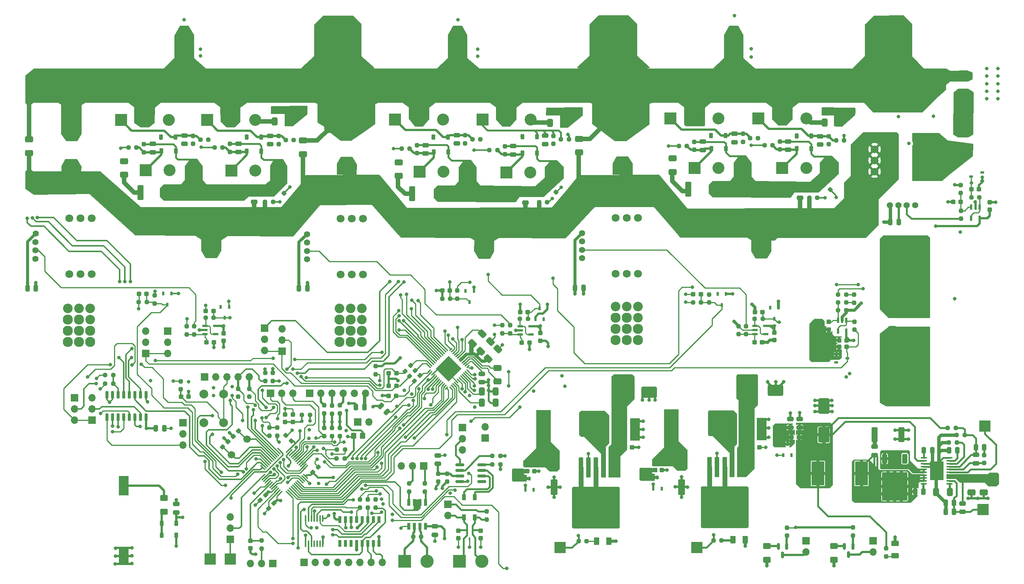
<source format=gbr>
%TF.GenerationSoftware,KiCad,Pcbnew,7.0.1*%
%TF.CreationDate,2023-11-27T14:14:32+03:00*%
%TF.ProjectId,motordriver,6d6f746f-7264-4726-9976-65722e6b6963,rev?*%
%TF.SameCoordinates,Original*%
%TF.FileFunction,Copper,L1,Top*%
%TF.FilePolarity,Positive*%
%FSLAX46Y46*%
G04 Gerber Fmt 4.6, Leading zero omitted, Abs format (unit mm)*
G04 Created by KiCad (PCBNEW 7.0.1) date 2023-11-27 14:14:32*
%MOMM*%
%LPD*%
G01*
G04 APERTURE LIST*
G04 Aperture macros list*
%AMRoundRect*
0 Rectangle with rounded corners*
0 $1 Rounding radius*
0 $2 $3 $4 $5 $6 $7 $8 $9 X,Y pos of 4 corners*
0 Add a 4 corners polygon primitive as box body*
4,1,4,$2,$3,$4,$5,$6,$7,$8,$9,$2,$3,0*
0 Add four circle primitives for the rounded corners*
1,1,$1+$1,$2,$3*
1,1,$1+$1,$4,$5*
1,1,$1+$1,$6,$7*
1,1,$1+$1,$8,$9*
0 Add four rect primitives between the rounded corners*
20,1,$1+$1,$2,$3,$4,$5,0*
20,1,$1+$1,$4,$5,$6,$7,0*
20,1,$1+$1,$6,$7,$8,$9,0*
20,1,$1+$1,$8,$9,$2,$3,0*%
%AMHorizOval*
0 Thick line with rounded ends*
0 $1 width*
0 $2 $3 position (X,Y) of the first rounded end (center of the circle)*
0 $4 $5 position (X,Y) of the second rounded end (center of the circle)*
0 Add line between two ends*
20,1,$1,$2,$3,$4,$5,0*
0 Add two circle primitives to create the rounded ends*
1,1,$1,$2,$3*
1,1,$1,$4,$5*%
%AMRotRect*
0 Rectangle, with rotation*
0 The origin of the aperture is its center*
0 $1 length*
0 $2 width*
0 $3 Rotation angle, in degrees counterclockwise*
0 Add horizontal line*
21,1,$1,$2,0,0,$3*%
G04 Aperture macros list end*
%TA.AperFunction,SMDPad,CuDef*%
%ADD10RoundRect,0.237500X0.250000X0.237500X-0.250000X0.237500X-0.250000X-0.237500X0.250000X-0.237500X0*%
%TD*%
%TA.AperFunction,SMDPad,CuDef*%
%ADD11RoundRect,0.250000X0.475000X-0.250000X0.475000X0.250000X-0.475000X0.250000X-0.475000X-0.250000X0*%
%TD*%
%TA.AperFunction,SMDPad,CuDef*%
%ADD12RoundRect,0.249999X1.425001X-0.450001X1.425001X0.450001X-1.425001X0.450001X-1.425001X-0.450001X0*%
%TD*%
%TA.AperFunction,SMDPad,CuDef*%
%ADD13R,2.500000X2.500000*%
%TD*%
%TA.AperFunction,SMDPad,CuDef*%
%ADD14RoundRect,0.250000X-0.250000X-0.475000X0.250000X-0.475000X0.250000X0.475000X-0.250000X0.475000X0*%
%TD*%
%TA.AperFunction,SMDPad,CuDef*%
%ADD15RoundRect,0.250000X-1.425000X0.362500X-1.425000X-0.362500X1.425000X-0.362500X1.425000X0.362500X0*%
%TD*%
%TA.AperFunction,SMDPad,CuDef*%
%ADD16RoundRect,0.237500X0.300000X0.237500X-0.300000X0.237500X-0.300000X-0.237500X0.300000X-0.237500X0*%
%TD*%
%TA.AperFunction,SMDPad,CuDef*%
%ADD17R,0.600000X1.200000*%
%TD*%
%TA.AperFunction,SMDPad,CuDef*%
%ADD18RoundRect,0.237500X0.237500X-0.250000X0.237500X0.250000X-0.237500X0.250000X-0.237500X-0.250000X0*%
%TD*%
%TA.AperFunction,SMDPad,CuDef*%
%ADD19RoundRect,0.237500X0.237500X-0.300000X0.237500X0.300000X-0.237500X0.300000X-0.237500X-0.300000X0*%
%TD*%
%TA.AperFunction,SMDPad,CuDef*%
%ADD20RoundRect,0.250000X-0.475000X0.250000X-0.475000X-0.250000X0.475000X-0.250000X0.475000X0.250000X0*%
%TD*%
%TA.AperFunction,SMDPad,CuDef*%
%ADD21RoundRect,0.237500X-0.237500X0.250000X-0.237500X-0.250000X0.237500X-0.250000X0.237500X0.250000X0*%
%TD*%
%TA.AperFunction,SMDPad,CuDef*%
%ADD22RoundRect,0.225000X0.225000X0.375000X-0.225000X0.375000X-0.225000X-0.375000X0.225000X-0.375000X0*%
%TD*%
%TA.AperFunction,ComponentPad*%
%ADD23R,2.715000X2.715000*%
%TD*%
%TA.AperFunction,ComponentPad*%
%ADD24C,2.715000*%
%TD*%
%TA.AperFunction,ComponentPad*%
%ADD25R,1.700000X1.700000*%
%TD*%
%TA.AperFunction,ComponentPad*%
%ADD26O,1.700000X1.700000*%
%TD*%
%TA.AperFunction,SMDPad,CuDef*%
%ADD27RoundRect,0.250000X-0.550000X1.500000X-0.550000X-1.500000X0.550000X-1.500000X0.550000X1.500000X0*%
%TD*%
%TA.AperFunction,SMDPad,CuDef*%
%ADD28R,0.600000X0.850000*%
%TD*%
%TA.AperFunction,ComponentPad*%
%ADD29C,2.175000*%
%TD*%
%TA.AperFunction,ComponentPad*%
%ADD30C,2.300000*%
%TD*%
%TA.AperFunction,SMDPad,CuDef*%
%ADD31RoundRect,0.250000X-1.450000X0.537500X-1.450000X-0.537500X1.450000X-0.537500X1.450000X0.537500X0*%
%TD*%
%TA.AperFunction,SMDPad,CuDef*%
%ADD32RoundRect,0.250000X-0.350000X0.850000X-0.350000X-0.850000X0.350000X-0.850000X0.350000X0.850000X0*%
%TD*%
%TA.AperFunction,SMDPad,CuDef*%
%ADD33RoundRect,0.250000X-1.125000X1.275000X-1.125000X-1.275000X1.125000X-1.275000X1.125000X1.275000X0*%
%TD*%
%TA.AperFunction,SMDPad,CuDef*%
%ADD34RoundRect,0.249997X-2.650003X2.950003X-2.650003X-2.950003X2.650003X-2.950003X2.650003X2.950003X0*%
%TD*%
%TA.AperFunction,SMDPad,CuDef*%
%ADD35RoundRect,0.237500X-0.250000X-0.237500X0.250000X-0.237500X0.250000X0.237500X-0.250000X0.237500X0*%
%TD*%
%TA.AperFunction,SMDPad,CuDef*%
%ADD36RoundRect,0.249999X-0.450001X-1.425001X0.450001X-1.425001X0.450001X1.425001X-0.450001X1.425001X0*%
%TD*%
%TA.AperFunction,SMDPad,CuDef*%
%ADD37RoundRect,0.237500X-0.237500X0.300000X-0.237500X-0.300000X0.237500X-0.300000X0.237500X0.300000X0*%
%TD*%
%TA.AperFunction,SMDPad,CuDef*%
%ADD38RoundRect,0.250000X-0.167938X0.751301X-0.751301X0.167938X0.167938X-0.751301X0.751301X-0.167938X0*%
%TD*%
%TA.AperFunction,SMDPad,CuDef*%
%ADD39RoundRect,0.250000X0.412500X0.650000X-0.412500X0.650000X-0.412500X-0.650000X0.412500X-0.650000X0*%
%TD*%
%TA.AperFunction,SMDPad,CuDef*%
%ADD40RoundRect,0.250000X-0.625000X0.375000X-0.625000X-0.375000X0.625000X-0.375000X0.625000X0.375000X0*%
%TD*%
%TA.AperFunction,SMDPad,CuDef*%
%ADD41R,0.650000X1.525000*%
%TD*%
%TA.AperFunction,ComponentPad*%
%ADD42C,1.800000*%
%TD*%
%TA.AperFunction,ComponentPad*%
%ADD43C,1.416000*%
%TD*%
%TA.AperFunction,SMDPad,CuDef*%
%ADD44RoundRect,0.237500X-0.044194X-0.380070X0.380070X0.044194X0.044194X0.380070X-0.380070X-0.044194X0*%
%TD*%
%TA.AperFunction,SMDPad,CuDef*%
%ADD45RoundRect,0.250000X-0.300000X2.050000X-0.300000X-2.050000X0.300000X-2.050000X0.300000X2.050000X0*%
%TD*%
%TA.AperFunction,SMDPad,CuDef*%
%ADD46RoundRect,0.250000X-2.375000X2.025000X-2.375000X-2.025000X2.375000X-2.025000X2.375000X2.025000X0*%
%TD*%
%TA.AperFunction,SMDPad,CuDef*%
%ADD47RoundRect,0.250002X-5.149998X4.449998X-5.149998X-4.449998X5.149998X-4.449998X5.149998X4.449998X0*%
%TD*%
%TA.AperFunction,SMDPad,CuDef*%
%ADD48R,2.200000X5.200000*%
%TD*%
%TA.AperFunction,SMDPad,CuDef*%
%ADD49RoundRect,0.250000X-1.500000X-1.000000X1.500000X-1.000000X1.500000X1.000000X-1.500000X1.000000X0*%
%TD*%
%TA.AperFunction,SMDPad,CuDef*%
%ADD50RoundRect,0.237500X-0.300000X-0.237500X0.300000X-0.237500X0.300000X0.237500X-0.300000X0.237500X0*%
%TD*%
%TA.AperFunction,SMDPad,CuDef*%
%ADD51RoundRect,0.250000X0.250000X0.475000X-0.250000X0.475000X-0.250000X-0.475000X0.250000X-0.475000X0*%
%TD*%
%TA.AperFunction,SMDPad,CuDef*%
%ADD52RoundRect,0.225000X-0.225000X-0.375000X0.225000X-0.375000X0.225000X0.375000X-0.225000X0.375000X0*%
%TD*%
%TA.AperFunction,ComponentPad*%
%ADD53C,2.000000*%
%TD*%
%TA.AperFunction,ComponentPad*%
%ADD54R,3.000000X3.000000*%
%TD*%
%TA.AperFunction,ComponentPad*%
%ADD55C,3.000000*%
%TD*%
%TA.AperFunction,SMDPad,CuDef*%
%ADD56RoundRect,0.250000X0.625000X-0.400000X0.625000X0.400000X-0.625000X0.400000X-0.625000X-0.400000X0*%
%TD*%
%TA.AperFunction,SMDPad,CuDef*%
%ADD57RoundRect,0.237500X-0.008839X-0.344715X0.344715X0.008839X0.008839X0.344715X-0.344715X-0.008839X0*%
%TD*%
%TA.AperFunction,SMDPad,CuDef*%
%ADD58RoundRect,0.250000X-0.650000X0.412500X-0.650000X-0.412500X0.650000X-0.412500X0.650000X0.412500X0*%
%TD*%
%TA.AperFunction,SMDPad,CuDef*%
%ADD59R,1.200000X0.600000*%
%TD*%
%TA.AperFunction,SMDPad,CuDef*%
%ADD60RoundRect,0.250000X-0.625000X0.400000X-0.625000X-0.400000X0.625000X-0.400000X0.625000X0.400000X0*%
%TD*%
%TA.AperFunction,SMDPad,CuDef*%
%ADD61R,0.850000X0.600000*%
%TD*%
%TA.AperFunction,SMDPad,CuDef*%
%ADD62R,2.300000X4.000000*%
%TD*%
%TA.AperFunction,SMDPad,CuDef*%
%ADD63R,2.300000X4.400000*%
%TD*%
%TA.AperFunction,SMDPad,CuDef*%
%ADD64RoundRect,0.062500X0.220971X0.309359X-0.309359X-0.220971X-0.220971X-0.309359X0.309359X0.220971X0*%
%TD*%
%TA.AperFunction,SMDPad,CuDef*%
%ADD65RoundRect,0.062500X-0.220971X0.309359X-0.309359X0.220971X0.220971X-0.309359X0.309359X-0.220971X0*%
%TD*%
%TA.AperFunction,SMDPad,CuDef*%
%ADD66RotRect,4.100000X4.100000X225.000000*%
%TD*%
%TA.AperFunction,SMDPad,CuDef*%
%ADD67RoundRect,0.237500X0.344715X-0.008839X-0.008839X0.344715X-0.344715X0.008839X0.008839X-0.344715X0*%
%TD*%
%TA.AperFunction,SMDPad,CuDef*%
%ADD68R,2.900000X5.400000*%
%TD*%
%TA.AperFunction,SMDPad,CuDef*%
%ADD69RoundRect,0.150000X-0.150000X0.587500X-0.150000X-0.587500X0.150000X-0.587500X0.150000X0.587500X0*%
%TD*%
%TA.AperFunction,SMDPad,CuDef*%
%ADD70R,0.900000X1.350000*%
%TD*%
%TA.AperFunction,SMDPad,CuDef*%
%ADD71RoundRect,0.250000X0.375000X0.625000X-0.375000X0.625000X-0.375000X-0.625000X0.375000X-0.625000X0*%
%TD*%
%TA.AperFunction,SMDPad,CuDef*%
%ADD72RoundRect,0.237500X0.044194X0.380070X-0.380070X-0.044194X-0.044194X-0.380070X0.380070X0.044194X0*%
%TD*%
%TA.AperFunction,SMDPad,CuDef*%
%ADD73RoundRect,0.075000X-0.521491X0.415425X0.415425X-0.521491X0.521491X-0.415425X-0.415425X0.521491X0*%
%TD*%
%TA.AperFunction,SMDPad,CuDef*%
%ADD74RoundRect,0.075000X-0.521491X-0.415425X-0.415425X-0.521491X0.521491X0.415425X0.415425X0.521491X0*%
%TD*%
%TA.AperFunction,SMDPad,CuDef*%
%ADD75RoundRect,0.150000X-0.825000X-0.150000X0.825000X-0.150000X0.825000X0.150000X-0.825000X0.150000X0*%
%TD*%
%TA.AperFunction,SMDPad,CuDef*%
%ADD76RoundRect,0.150000X-0.150000X0.725000X-0.150000X-0.725000X0.150000X-0.725000X0.150000X0.725000X0*%
%TD*%
%TA.AperFunction,ComponentPad*%
%ADD77R,2.500000X2.500000*%
%TD*%
%TA.AperFunction,SMDPad,CuDef*%
%ADD78RoundRect,0.250000X0.900000X-1.000000X0.900000X1.000000X-0.900000X1.000000X-0.900000X-1.000000X0*%
%TD*%
%TA.AperFunction,SMDPad,CuDef*%
%ADD79RoundRect,0.237500X0.380070X-0.044194X-0.044194X0.380070X-0.380070X0.044194X0.044194X-0.380070X0*%
%TD*%
%TA.AperFunction,ComponentPad*%
%ADD80C,1.700000*%
%TD*%
%TA.AperFunction,SMDPad,CuDef*%
%ADD81RoundRect,0.250000X0.650000X-0.412500X0.650000X0.412500X-0.650000X0.412500X-0.650000X-0.412500X0*%
%TD*%
%TA.AperFunction,SMDPad,CuDef*%
%ADD82RoundRect,0.250000X-0.350000X-0.450000X0.350000X-0.450000X0.350000X0.450000X-0.350000X0.450000X0*%
%TD*%
%TA.AperFunction,SMDPad,CuDef*%
%ADD83RoundRect,0.250000X-0.900000X1.000000X-0.900000X-1.000000X0.900000X-1.000000X0.900000X1.000000X0*%
%TD*%
%TA.AperFunction,SMDPad,CuDef*%
%ADD84RoundRect,0.100000X-0.100000X0.637500X-0.100000X-0.637500X0.100000X-0.637500X0.100000X0.637500X0*%
%TD*%
%TA.AperFunction,SMDPad,CuDef*%
%ADD85RoundRect,0.250000X1.000000X-1.500000X1.000000X1.500000X-1.000000X1.500000X-1.000000X-1.500000X0*%
%TD*%
%TA.AperFunction,SMDPad,CuDef*%
%ADD86RoundRect,0.250000X0.512652X0.159099X0.159099X0.512652X-0.512652X-0.159099X-0.159099X-0.512652X0*%
%TD*%
%TA.AperFunction,SMDPad,CuDef*%
%ADD87R,0.450000X0.700000*%
%TD*%
%TA.AperFunction,SMDPad,CuDef*%
%ADD88R,1.450000X0.450000*%
%TD*%
%TA.AperFunction,SMDPad,CuDef*%
%ADD89R,3.150000X4.350000*%
%TD*%
%TA.AperFunction,ComponentPad*%
%ADD90RotRect,2.800000X2.800000X97.000000*%
%TD*%
%TA.AperFunction,ComponentPad*%
%ADD91HorizOval,2.800000X0.000000X0.000000X0.000000X0.000000X0*%
%TD*%
%TA.AperFunction,ViaPad*%
%ADD92C,0.800000*%
%TD*%
%TA.AperFunction,Conductor*%
%ADD93C,0.250000*%
%TD*%
%TA.AperFunction,Conductor*%
%ADD94C,0.381000*%
%TD*%
%TA.AperFunction,Conductor*%
%ADD95C,0.450000*%
%TD*%
%TA.AperFunction,Conductor*%
%ADD96C,0.500000*%
%TD*%
%TA.AperFunction,Conductor*%
%ADD97C,0.762000*%
%TD*%
%TA.AperFunction,Conductor*%
%ADD98C,0.400000*%
%TD*%
%TA.AperFunction,Conductor*%
%ADD99C,0.635000*%
%TD*%
%TA.AperFunction,Conductor*%
%ADD100C,0.508000*%
%TD*%
%TA.AperFunction,Conductor*%
%ADD101C,0.300000*%
%TD*%
%TA.AperFunction,Conductor*%
%ADD102C,1.100000*%
%TD*%
%TA.AperFunction,Conductor*%
%ADD103C,0.889000*%
%TD*%
%TA.AperFunction,Conductor*%
%ADD104C,0.254000*%
%TD*%
%TA.AperFunction,Conductor*%
%ADD105C,1.000000*%
%TD*%
%TA.AperFunction,Conductor*%
%ADD106C,0.308000*%
%TD*%
G04 APERTURE END LIST*
D10*
%TO.P,R9,1*%
%TO.N,Net-(D3-A)*%
X151788500Y-147828000D03*
%TO.P,R9,2*%
%TO.N,Net-(U11-FB)*%
X149963500Y-147828000D03*
%TD*%
D11*
%TO.P,C94,1*%
%TO.N,Net-(U3-VCC)*%
X117983000Y-130236000D03*
%TO.P,C94,2*%
%TO.N,GND*%
X117983000Y-128336000D03*
%TD*%
D12*
%TO.P,R149,1*%
%TO.N,Net-(C49-Pad1)*%
X211175600Y-50038000D03*
%TO.P,R149,2*%
%TO.N,+48V*%
X211175600Y-43938000D03*
%TD*%
D13*
%TO.P,TP5,1,1*%
%TO.N,Net-(U5-FB)*%
X176820000Y-149280000D03*
%TD*%
D14*
%TO.P,C26,1*%
%TO.N,+5V*%
X53914000Y-122174000D03*
%TO.P,C26,2*%
%TO.N,GND*%
X55814000Y-122174000D03*
%TD*%
D15*
%TO.P,R42,1*%
%TO.N,/MOSFET CAP/SB_IN*%
X129032000Y-67818000D03*
%TO.P,R42,2*%
%TO.N,GNDD*%
X129032000Y-73743000D03*
%TD*%
D16*
%TO.P,C18,1*%
%TO.N,+3V3*%
X210869700Y-102158800D03*
%TO.P,C18,2*%
%TO.N,GND*%
X209144700Y-102158800D03*
%TD*%
D17*
%TO.P,OPA5,1,OUTPUT*%
%TO.N,Net-(OPA5-INVERTING_INPUT)*%
X210804800Y-97606800D03*
%TO.P,OPA5,2,VDD*%
%TO.N,GND*%
X209854800Y-97606800D03*
%TO.P,OPA5,3,NON_INVERTING_INPUT*%
%TO.N,Net-(OPA5-NON_INVERTING_INPUT)*%
X208904800Y-97606800D03*
%TO.P,OPA5,4,INVERTING_INPUT*%
%TO.N,Net-(OPA5-INVERTING_INPUT)*%
X208904800Y-100106800D03*
%TO.P,OPA5,5,VCC*%
%TO.N,+3V3*%
X210804800Y-100106800D03*
%TD*%
D18*
%TO.P,R47,1*%
%TO.N,/MCU/3V3_MCU*%
X79756000Y-123848500D03*
%TO.P,R47,2*%
%TO.N,Net-(U6-VREF+)*%
X79756000Y-122023500D03*
%TD*%
D19*
%TO.P,C112,1*%
%TO.N,+3V3*%
X243382800Y-72490500D03*
%TO.P,C112,2*%
%TO.N,GND*%
X243382800Y-70765500D03*
%TD*%
D18*
%TO.P,R70,1*%
%TO.N,/MCU/PB1_ADC1_IN12_VC*%
X179628800Y-93573600D03*
%TO.P,R70,2*%
%TO.N,/MOSFET CAP/PH_W*%
X179628800Y-91748600D03*
%TD*%
D20*
%TO.P,C99,1*%
%TO.N,/MOSFET CAP/SA_IN*%
X53187600Y-57520800D03*
%TO.P,C99,2*%
%TO.N,Net-(D12-K)*%
X53187600Y-59420800D03*
%TD*%
D21*
%TO.P,R88,1*%
%TO.N,/MCU/PA2_TIM_CH3_FAN*%
X197322400Y-144754200D03*
%TO.P,R88,2*%
%TO.N,Net-(Q16-B)*%
X197322400Y-146579200D03*
%TD*%
D16*
%TO.P,C14,1*%
%TO.N,GND*%
X162152500Y-126492000D03*
%TO.P,C14,2*%
%TO.N,+12V*%
X160427500Y-126492000D03*
%TD*%
D22*
%TO.P,D15,1,K*%
%TO.N,Net-(D15-K)*%
X120318800Y-55930800D03*
%TO.P,D15,2,A*%
%TO.N,/MOSFET CAP/PH_V_IN*%
X117018800Y-55930800D03*
%TD*%
D10*
%TO.P,R141,1*%
%TO.N,Net-(D13-K)*%
X69086100Y-58318400D03*
%TO.P,R141,2*%
%TO.N,/GATEDRIVER/GL_A*%
X67261100Y-58318400D03*
%TD*%
D23*
%TO.P,Q11,1,G*%
%TO.N,Net-(D20-K)*%
X190850000Y-51730000D03*
D24*
%TO.P,Q11,2,D*%
%TO.N,+48V*%
X196300000Y-51730000D03*
%TO.P,Q11,3,S*%
%TO.N,/MOSFET CAP/PH_W_IN*%
X201750000Y-51730000D03*
%TD*%
D25*
%TO.P,J15,1,Pin_1*%
%TO.N,/GATEDRIVER/ISENC*%
X35450000Y-115200000D03*
D26*
%TO.P,J15,2,Pin_2*%
%TO.N,/MCU/PA0_ADC1_IN1_ISEN_C*%
X35450000Y-117740000D03*
%TO.P,J15,3,Pin_3*%
%TO.N,/LEVEL CONVERTER/CS_PH_W_ADC*%
X35450000Y-120280000D03*
%TD*%
D18*
%TO.P,R56,1*%
%TO.N,/MCU/SWCLK*%
X80518000Y-111412500D03*
%TO.P,R56,2*%
%TO.N,+3V3*%
X80518000Y-109587500D03*
%TD*%
D27*
%TO.P,C16,1*%
%TO.N,Net-(U11-FB)*%
X144399000Y-129915000D03*
%TO.P,C16,2*%
%TO.N,GND*%
X144399000Y-135515000D03*
%TD*%
D28*
%TO.P,Z2,1,A*%
%TO.N,GND*%
X57489300Y-91561600D03*
%TO.P,Z2,2,NC*%
%TO.N,unconnected-(Z2-NC-Pad2)*%
X55589300Y-91561600D03*
%TO.P,Z2,3,K*%
%TO.N,/MCU/PA6_ADC2_IN3_VA*%
X56539300Y-94061600D03*
%TD*%
D10*
%TO.P,R4,1*%
%TO.N,Net-(IC1-RT)*%
X235938700Y-125350816D03*
%TO.P,R4,2*%
%TO.N,GND*%
X234113700Y-125350816D03*
%TD*%
D29*
%TO.P,WSC3,1,1*%
%TO.N,Earth_Protective*%
X226700000Y-106200000D03*
%TO.P,WSC3,2,2*%
X224160000Y-106200000D03*
%TO.P,WSC3,3,3*%
X221620000Y-106200000D03*
%TO.P,WSC3,4,4*%
X226700000Y-108740000D03*
D30*
%TO.P,WSC3,5,5*%
X224160000Y-108740000D03*
%TO.P,WSC3,6,6*%
X221620000Y-108740000D03*
%TO.P,WSC3,7,7*%
X226700000Y-111280000D03*
%TO.P,WSC3,8,8*%
X224160000Y-111280000D03*
%TO.P,WSC3,9,9*%
X221620000Y-111280000D03*
%TO.P,WSC3,10,10*%
X226700000Y-113820000D03*
%TO.P,WSC3,11,11*%
X224160000Y-113820000D03*
%TO.P,WSC3,12,12*%
X221620000Y-113820000D03*
%TD*%
D19*
%TO.P,C77,1*%
%TO.N,GND*%
X127762000Y-147166500D03*
%TO.P,C77,2*%
%TO.N,/MCU/CANH*%
X127762000Y-145441500D03*
%TD*%
D18*
%TO.P,R152,1*%
%TO.N,/MOSFET CAP/PH_U_IN*%
X81838800Y-57554500D03*
%TO.P,R152,2*%
%TO.N,Net-(D14-K)*%
X81838800Y-55729500D03*
%TD*%
D31*
%TO.P,C61,1*%
%TO.N,GND*%
X228142800Y-95601700D03*
%TO.P,C61,2*%
%TO.N,Earth_Protective*%
X228142800Y-99876700D03*
%TD*%
D21*
%TO.P,R30,1*%
%TO.N,+3V3*%
X103860000Y-108067500D03*
%TO.P,R30,2*%
%TO.N,/MCU/PB4_DRV835X_SPI_MISO*%
X103860000Y-109892500D03*
%TD*%
D16*
%TO.P,C52,1*%
%TO.N,GND*%
X191108500Y-126492000D03*
%TO.P,C52,2*%
%TO.N,+12V*%
X189383500Y-126492000D03*
%TD*%
D32*
%TO.P,D8,1,NC*%
%TO.N,unconnected-(D8-NC-Pad1)*%
X224098200Y-129080817D03*
D33*
%TO.P,D8,2,K*%
%TO.N,Net-(D8-K)*%
X223343200Y-133705817D03*
X220293200Y-133705817D03*
D34*
X221818200Y-135380817D03*
D33*
X223343200Y-137055817D03*
X220293200Y-137055817D03*
D32*
%TO.P,D8,3,A*%
%TO.N,Net-(D8-A)*%
X219538200Y-129080817D03*
%TD*%
D18*
%TO.P,R48,1*%
%TO.N,/MCU/PA7_ADC2_IN4_VB*%
X122428000Y-92706200D03*
%TO.P,R48,2*%
%TO.N,/MOSFET CAP/PH_V*%
X122428000Y-90881200D03*
%TD*%
D15*
%TO.P,R32,1*%
%TO.N,/MOSFET CAP/SC_IN*%
X195961000Y-67437000D03*
%TO.P,R32,2*%
%TO.N,GNDD*%
X195961000Y-73362000D03*
%TD*%
D28*
%TO.P,Z5,1,A*%
%TO.N,GND*%
X70546000Y-94528000D03*
%TO.P,Z5,2,NC*%
%TO.N,unconnected-(Z5-NC-Pad2)*%
X68646000Y-94528000D03*
%TO.P,Z5,3,K*%
%TO.N,/LEVEL CONVERTER/CS_PH_U_ADC*%
X69596000Y-97028000D03*
%TD*%
D25*
%TO.P,J2,1,Pin_1*%
%TO.N,/GATEDRIVER/VR_VIN*%
X128750000Y-124345000D03*
D26*
%TO.P,J2,2,Pin_2*%
%TO.N,GND*%
X128750000Y-121805000D03*
%TD*%
D18*
%TO.P,R117,1*%
%TO.N,/ENCODER_PH_U*%
X95758000Y-123952000D03*
%TO.P,R117,2*%
%TO.N,Net-(C90-Pad2)*%
X95758000Y-122127000D03*
%TD*%
D35*
%TO.P,R12,1*%
%TO.N,Net-(OPA5-NON_INVERTING_INPUT)*%
X208942300Y-93522800D03*
%TO.P,R12,2*%
%TO.N,Net-(R11-Pad1)*%
X210767300Y-93522800D03*
%TD*%
D11*
%TO.P,C27,1*%
%TO.N,+BATT*%
X58547000Y-141292000D03*
%TO.P,C27,2*%
%TO.N,GND*%
X58547000Y-139392000D03*
%TD*%
D36*
%TO.P,R7,1*%
%TO.N,Net-(C10-Pad1)*%
X217244200Y-123572816D03*
%TO.P,R7,2*%
%TO.N,GND*%
X223344200Y-123572816D03*
%TD*%
D10*
%TO.P,R64,1*%
%TO.N,/LEVEL CONVERTER/CS_PH_W_ADC*%
X191817000Y-97282000D03*
%TO.P,R64,2*%
%TO.N,Net-(OPA3-INVERTING_INPUT)*%
X189992000Y-97282000D03*
%TD*%
%TO.P,R61,1*%
%TO.N,/LEVEL CONVERTER/CS_PH_V_ADC*%
X138453500Y-97282000D03*
%TO.P,R61,2*%
%TO.N,Net-(OPA2-INVERTING_INPUT)*%
X136628500Y-97282000D03*
%TD*%
%TO.P,R52,1*%
%TO.N,Net-(J1-Pin_1)*%
X96882500Y-127000000D03*
%TO.P,R52,2*%
%TO.N,/MCU/BOOT0*%
X95057500Y-127000000D03*
%TD*%
%TO.P,R125,1*%
%TO.N,/MCU/B_OUT*%
X114196500Y-146812000D03*
%TO.P,R125,2*%
%TO.N,/MCU/A_OUT*%
X112371500Y-146812000D03*
%TD*%
D18*
%TO.P,R151,1*%
%TO.N,Net-(IC4-DI)*%
X111506000Y-136548500D03*
%TO.P,R151,2*%
%TO.N,/MCU/PB10_USART3_TX*%
X111506000Y-134723500D03*
%TD*%
D29*
%TO.P,WSC7,1,1*%
%TO.N,+48V*%
X91490800Y-31699200D03*
%TO.P,WSC7,2,2*%
X91490800Y-34239200D03*
%TO.P,WSC7,3,3*%
X91490800Y-36779200D03*
%TO.P,WSC7,4,4*%
X94030800Y-31699200D03*
D30*
%TO.P,WSC7,5,5*%
X94030800Y-34239200D03*
%TO.P,WSC7,6,6*%
X94030800Y-36779200D03*
%TO.P,WSC7,7,7*%
X96570800Y-31699200D03*
%TO.P,WSC7,8,8*%
X96570800Y-34239200D03*
%TO.P,WSC7,9,9*%
X96570800Y-36779200D03*
%TO.P,WSC7,10,10*%
X99110800Y-31699200D03*
%TO.P,WSC7,11,11*%
X99110800Y-34239200D03*
%TO.P,WSC7,12,12*%
X99110800Y-36779200D03*
%TD*%
D18*
%TO.P,R124,1*%
%TO.N,/MOSFET CAP/PH_U_IN*%
X62331600Y-57503700D03*
%TO.P,R124,2*%
%TO.N,Net-(D11-K)*%
X62331600Y-55678700D03*
%TD*%
D37*
%TO.P,C74,1*%
%TO.N,+3V3*%
X194411600Y-100381900D03*
%TO.P,C74,2*%
%TO.N,GND*%
X194411600Y-102106900D03*
%TD*%
D10*
%TO.P,R143,1*%
%TO.N,Net-(D18-K)*%
X131519300Y-58928000D03*
%TO.P,R143,2*%
%TO.N,/GATEDRIVER/GL_B*%
X129694300Y-58928000D03*
%TD*%
D36*
%TO.P,R96,1*%
%TO.N,Net-(C111-Pad1)*%
X50450000Y-68580000D03*
%TO.P,R96,2*%
%TO.N,/MOSFET CAP/SA_IN*%
X56550000Y-68580000D03*
%TD*%
D25*
%TO.P,J4,1,Pin_1*%
%TO.N,/MCU/MOTOR_TEMP_SENSE*%
X88870000Y-114220000D03*
D26*
%TO.P,J4,2,Pin_2*%
%TO.N,Net-(J4-Pin_2)*%
X91410000Y-114220000D03*
%TO.P,J4,3,Pin_3*%
%TO.N,Net-(J4-Pin_3)*%
X93950000Y-114220000D03*
%TO.P,J4,4,Pin_4*%
%TO.N,Net-(J4-Pin_4)*%
X96490000Y-114220000D03*
%TO.P,J4,5,Pin_5*%
%TO.N,GND*%
X99030000Y-114220000D03*
%TO.P,J4,6,Pin_6*%
%TO.N,+5V*%
X101570000Y-114220000D03*
%TD*%
D18*
%TO.P,R53,1*%
%TO.N,/MCU/NRST*%
X59600000Y-113312500D03*
%TO.P,R53,2*%
%TO.N,/MCU/3V3_MCU*%
X59600000Y-111487500D03*
%TD*%
D14*
%TO.P,C50,1*%
%TO.N,+5V*%
X86426000Y-90373200D03*
%TO.P,C50,2*%
%TO.N,GND*%
X88326000Y-90373200D03*
%TD*%
D38*
%TO.P,C81,1*%
%TO.N,GND*%
X131660854Y-104152746D03*
%TO.P,C81,2*%
%TO.N,+48V*%
X129451146Y-106362454D03*
%TD*%
D29*
%TO.P,WSC8,1,1*%
%TO.N,+48V*%
X154076400Y-31800800D03*
%TO.P,WSC8,2,2*%
X154076400Y-34340800D03*
%TO.P,WSC8,3,3*%
X154076400Y-36880800D03*
%TO.P,WSC8,4,4*%
X156616400Y-31800800D03*
D30*
%TO.P,WSC8,5,5*%
X156616400Y-34340800D03*
%TO.P,WSC8,6,6*%
X156616400Y-36880800D03*
%TO.P,WSC8,7,7*%
X159156400Y-31800800D03*
%TO.P,WSC8,8,8*%
X159156400Y-34340800D03*
%TO.P,WSC8,9,9*%
X159156400Y-36880800D03*
%TO.P,WSC8,10,10*%
X161696400Y-31800800D03*
%TO.P,WSC8,11,11*%
X161696400Y-34340800D03*
%TO.P,WSC8,12,12*%
X161696400Y-36880800D03*
%TD*%
D20*
%TO.P,C10,1*%
%TO.N,Net-(C10-Pad1)*%
X217246200Y-126346416D03*
%TO.P,C10,2*%
%TO.N,Net-(D8-K)*%
X217246200Y-128246416D03*
%TD*%
D15*
%TO.P,R34,1*%
%TO.N,/MOSFET CAP/SA_IN*%
X66936000Y-67564000D03*
%TO.P,R34,2*%
%TO.N,GNDD*%
X66936000Y-73489000D03*
%TD*%
D21*
%TO.P,R153,1*%
%TO.N,/MOSFET CAP/SA_IN*%
X70764400Y-57507500D03*
%TO.P,R153,2*%
%TO.N,Net-(D13-K)*%
X70764400Y-59332500D03*
%TD*%
D37*
%TO.P,C64,1*%
%TO.N,+3V3*%
X69291200Y-100585100D03*
%TO.P,C64,2*%
%TO.N,GND*%
X69291200Y-102310100D03*
%TD*%
D39*
%TO.P,C49,1*%
%TO.N,Net-(C49-Pad1)*%
X208978900Y-52679600D03*
%TO.P,C49,2*%
%TO.N,/MOSFET CAP/PH_W_IN*%
X205853900Y-52679600D03*
%TD*%
D40*
%TO.P,D2,1,K*%
%TO.N,GND*%
X221869000Y-148330001D03*
%TO.P,D2,2,A*%
%TO.N,Net-(D2-A)*%
X221869000Y-151130001D03*
%TD*%
D23*
%TO.P,Q1,1,G*%
%TO.N,Net-(D11-K)*%
X45996000Y-52070000D03*
D24*
%TO.P,Q1,2,D*%
%TO.N,+48V*%
X51446000Y-52070000D03*
%TO.P,Q1,3,S*%
%TO.N,/MOSFET CAP/PH_U_IN*%
X56896000Y-52070000D03*
%TD*%
D41*
%TO.P,IC3,1,AIN1*%
%TO.N,/MOSFET CAP/A_IN1*%
X104648000Y-142912000D03*
%TO.P,IC3,2,AIN2*%
%TO.N,/MOSFET CAP/A'_IN1*%
X103378000Y-142912000D03*
%TO.P,IC3,3,AOUT*%
%TO.N,/MOSFET CAP/ENC_A*%
X102108000Y-142912000D03*
%TO.P,IC3,4,EN*%
%TO.N,+5V*%
X100838000Y-142912000D03*
%TO.P,IC3,5,BOUT*%
%TO.N,/MOSFET CAP/ENC_B*%
X99568000Y-142912000D03*
%TO.P,IC3,6,BIN2*%
%TO.N,/MOSFET CAP/B'_IN1*%
X98298000Y-142912000D03*
%TO.P,IC3,7,BIN1*%
%TO.N,/MOSFET CAP/B_IN1*%
X97028000Y-142912000D03*
%TO.P,IC3,8,GND*%
%TO.N,GND*%
X95758000Y-142912000D03*
%TO.P,IC3,9,CIN1*%
%TO.N,unconnected-(IC3-CIN1-Pad9)*%
X95758000Y-148336000D03*
%TO.P,IC3,10,CIN2*%
%TO.N,unconnected-(IC3-CIN2-Pad10)*%
X97028000Y-148336000D03*
%TO.P,IC3,11,COUT*%
%TO.N,unconnected-(IC3-COUT-Pad11)*%
X98298000Y-148336000D03*
%TO.P,IC3,12,~{EN}*%
%TO.N,GND*%
X99568000Y-148336000D03*
%TO.P,IC3,13,DOUT*%
%TO.N,/MOSFET CAP/ENC_Z*%
X100838000Y-148336000D03*
%TO.P,IC3,14,DIN2*%
%TO.N,/MOSFET CAP/Z_IN1*%
X102108000Y-148336000D03*
%TO.P,IC3,15,DIN1*%
%TO.N,/MOSFET CAP/Z'_IN1*%
X103378000Y-148336000D03*
%TO.P,IC3,16,VCC*%
%TO.N,+5V*%
X104648000Y-148336000D03*
%TD*%
D11*
%TO.P,C110,1*%
%TO.N,/MOSFET CAP/PH_W_IN*%
X185420000Y-57134800D03*
%TO.P,C110,2*%
%TO.N,Net-(D22-K)*%
X185420000Y-55234800D03*
%TD*%
D42*
%TO.P,LESR1,1,IN_1*%
%TO.N,/MOSFET CAP/PH_U_IN*%
X34225000Y-74400000D03*
%TO.P,LESR1,2,IN_2*%
X36765000Y-74400000D03*
%TO.P,LESR1,3,IN_3*%
X39305000Y-74400000D03*
%TO.P,LESR1,8,OUT_1*%
%TO.N,/MOSFET CAP/PH_U*%
X39305000Y-87100000D03*
%TO.P,LESR1,9,OUT_2*%
X36765000Y-87100000D03*
%TO.P,LESR1,10,OUT_3*%
X34225000Y-87100000D03*
D43*
%TO.P,LESR1,11,VREF*%
%TO.N,unconnected-(LESR1-VREF-Pad11)*%
X26595000Y-83607000D03*
%TO.P,LESR1,12,VOUT*%
%TO.N,/LEVEL CONVERTER/CS_PH_U_RAW*%
X26595000Y-81703000D03*
%TO.P,LESR1,13,GND*%
%TO.N,GND*%
X26595000Y-79797000D03*
%TO.P,LESR1,14,+UC*%
%TO.N,+5V*%
X26605000Y-77892000D03*
%TD*%
D35*
%TO.P,R133,1*%
%TO.N,Net-(U3-GND)*%
X130387500Y-128470000D03*
%TO.P,R133,2*%
%TO.N,GND*%
X132212500Y-128470000D03*
%TD*%
D41*
%TO.P,IC4,1,RO*%
%TO.N,Net-(IC4-RO)*%
X115189000Y-139020000D03*
%TO.P,IC4,2,~{RE}*%
%TO.N,/MCU/R{slash}E*%
X113919000Y-139020000D03*
%TO.P,IC4,3,DE*%
X112649000Y-139020000D03*
%TO.P,IC4,4,DI*%
%TO.N,Net-(IC4-DI)*%
X111379000Y-139020000D03*
%TO.P,IC4,5,GND*%
%TO.N,GND*%
X111379000Y-144444000D03*
%TO.P,IC4,6,A*%
%TO.N,/MCU/A_OUT*%
X112649000Y-144444000D03*
%TO.P,IC4,7,B*%
%TO.N,/MCU/B_OUT*%
X113919000Y-144444000D03*
%TO.P,IC4,8,VCC*%
%TO.N,+5V*%
X115189000Y-144444000D03*
%TD*%
D21*
%TO.P,R63,1*%
%TO.N,GND*%
X186333908Y-98938838D03*
%TO.P,R63,2*%
%TO.N,Net-(OPA3-NON_INVERTING_INPUT)*%
X186333908Y-100763838D03*
%TD*%
D25*
%TO.P,J1,1,Pin_1*%
%TO.N,Net-(J1-Pin_1)*%
X99817000Y-120700000D03*
D26*
%TO.P,J1,2,Pin_2*%
%TO.N,GND*%
X102357000Y-120700000D03*
%TD*%
D44*
%TO.P,C29,1*%
%TO.N,/MCU/3V3_MCU*%
X89560120Y-132181880D03*
%TO.P,C29,2*%
%TO.N,GND*%
X90779880Y-130962120D03*
%TD*%
D35*
%TO.P,R45,1*%
%TO.N,/GATEDRIVER/GL_C*%
X192229100Y-57861200D03*
%TO.P,R45,2*%
%TO.N,Net-(D25-K)*%
X194054100Y-57861200D03*
%TD*%
D18*
%TO.P,R119,1*%
%TO.N,/ENCODER_PH_W*%
X92202000Y-123952000D03*
%TO.P,R119,2*%
%TO.N,Net-(C92-Pad2)*%
X92202000Y-122127000D03*
%TD*%
D45*
%TO.P,U5,1,VIN*%
%TO.N,+12V*%
X186553000Y-130943000D03*
%TO.P,U5,2,OUT*%
%TO.N,Net-(D6-K)*%
X184853000Y-130943000D03*
%TO.P,U5,3,GND*%
%TO.N,GND*%
X183153000Y-130943000D03*
D46*
X185928000Y-137668000D03*
X180378000Y-137668000D03*
D47*
X183153000Y-140093000D03*
D46*
X185928000Y-142518000D03*
X180378000Y-142518000D03*
D45*
%TO.P,U5,4,FB*%
%TO.N,Net-(U5-FB)*%
X181453000Y-130943000D03*
%TO.P,U5,5,~{ON}/OFF*%
%TO.N,GND*%
X179753000Y-130943000D03*
%TD*%
D48*
%TO.P,D6,1,K*%
%TO.N,Net-(D6-K)*%
X184587000Y-122301000D03*
%TO.P,D6,2,A*%
%TO.N,GND*%
X191587000Y-122301000D03*
%TD*%
D20*
%TO.P,C43,1*%
%TO.N,/MOSFET CAP/SB_IN*%
X137871200Y-69001600D03*
%TO.P,C43,2*%
%TO.N,GNDD*%
X137871200Y-70901600D03*
%TD*%
%TO.P,C108,1*%
%TO.N,/MOSFET CAP/SC_IN*%
X178155600Y-57012800D03*
%TO.P,C108,2*%
%TO.N,Net-(D19-K)*%
X178155600Y-58912800D03*
%TD*%
D49*
%TO.P,C13,1*%
%TO.N,+12V*%
X159489000Y-113919000D03*
%TO.P,C13,2*%
%TO.N,GND*%
X165989000Y-113919000D03*
%TD*%
D50*
%TO.P,C22,1*%
%TO.N,GND*%
X106833500Y-114808000D03*
%TO.P,C22,2*%
%TO.N,/GATEDRIVER/ISENA*%
X108558500Y-114808000D03*
%TD*%
D51*
%TO.P,R2,1*%
%TO.N,/INPUT/SHUTDOWN*%
X235280200Y-141098816D03*
%TO.P,R2,2*%
%TO.N,GND*%
X233380200Y-141098816D03*
%TD*%
D37*
%TO.P,C62,1*%
%TO.N,GND*%
X83312000Y-119025500D03*
%TO.P,C62,2*%
%TO.N,/MCU/VREF*%
X83312000Y-120750500D03*
%TD*%
D23*
%TO.P,Q6,1,G*%
%TO.N,Net-(D16-K)*%
X113828000Y-63862000D03*
D24*
%TO.P,Q6,2,D*%
%TO.N,/MOSFET CAP/PH_V_IN*%
X119278000Y-63862000D03*
%TO.P,Q6,3,S*%
%TO.N,/MOSFET CAP/SB_IN*%
X124728000Y-63862000D03*
%TD*%
D21*
%TO.P,R87,1*%
%TO.N,Net-(U3-VCC)*%
X118045000Y-132461000D03*
%TO.P,R87,2*%
%TO.N,+3V3*%
X118045000Y-134286000D03*
%TD*%
D52*
%TO.P,D9,1,K*%
%TO.N,Net-(D10-A)*%
X55246000Y-146438000D03*
%TO.P,D9,2,A*%
%TO.N,+3V3*%
X58546000Y-146438000D03*
%TD*%
D37*
%TO.P,L7,1,1*%
%TO.N,Net-(U5-FB)*%
X167386000Y-129947500D03*
%TO.P,L7,2,2*%
%TO.N,+5V*%
X167386000Y-131672500D03*
%TD*%
D11*
%TO.P,C109,1*%
%TO.N,/MOSFET CAP/PH_W_IN*%
X204851000Y-57658000D03*
%TO.P,C109,2*%
%TO.N,Net-(D20-K)*%
X204851000Y-55758000D03*
%TD*%
%TO.P,C102,1*%
%TO.N,/MOSFET CAP/PH_U_IN*%
X79908400Y-57592000D03*
%TO.P,C102,2*%
%TO.N,Net-(D14-K)*%
X79908400Y-55692000D03*
%TD*%
D18*
%TO.P,R123,1*%
%TO.N,/MOSFET CAP/PH_V_IN*%
X124206000Y-57402100D03*
%TO.P,R123,2*%
%TO.N,Net-(D15-K)*%
X124206000Y-55577100D03*
%TD*%
D22*
%TO.P,D22,1,K*%
%TO.N,Net-(D22-K)*%
X183387000Y-55626000D03*
%TO.P,D22,2,A*%
%TO.N,/MOSFET CAP/PH_W_IN*%
X180087000Y-55626000D03*
%TD*%
D20*
%TO.P,C103,1*%
%TO.N,/MOSFET CAP/SB_IN*%
X115163600Y-57825600D03*
%TO.P,C103,2*%
%TO.N,Net-(D16-K)*%
X115163600Y-59725600D03*
%TD*%
D11*
%TO.P,C101,1*%
%TO.N,/MOSFET CAP/PH_U_IN*%
X60452000Y-57526000D03*
%TO.P,C101,2*%
%TO.N,Net-(D11-K)*%
X60452000Y-55626000D03*
%TD*%
D29*
%TO.P,WSC6,1,1*%
%TO.N,/MOSFET CAP/PH_W*%
X163500000Y-94500000D03*
%TO.P,WSC6,2,2*%
X160960000Y-94500000D03*
%TO.P,WSC6,3,3*%
X158420000Y-94500000D03*
%TO.P,WSC6,4,4*%
X163500000Y-97040000D03*
D30*
%TO.P,WSC6,5,5*%
X160960000Y-97040000D03*
%TO.P,WSC6,6,6*%
X158420000Y-97040000D03*
%TO.P,WSC6,7,7*%
X163500000Y-99580000D03*
%TO.P,WSC6,8,8*%
X160960000Y-99580000D03*
%TO.P,WSC6,9,9*%
X158420000Y-99580000D03*
%TO.P,WSC6,10,10*%
X163500000Y-102120000D03*
%TO.P,WSC6,11,11*%
X160960000Y-102120000D03*
%TO.P,WSC6,12,12*%
X158420000Y-102120000D03*
%TD*%
D16*
%TO.P,C59,1*%
%TO.N,Net-(OPA4-NON_INVERTING_INPUT)*%
X236792500Y-70700000D03*
%TO.P,C59,2*%
%TO.N,GND*%
X235067500Y-70700000D03*
%TD*%
D25*
%TO.P,J5,1,Pin_1*%
%TO.N,/MCU/PB11_USART3_RX*%
X114780000Y-130700000D03*
D26*
%TO.P,J5,2,Pin_2*%
%TO.N,/MCU/PB10_USART3_TX*%
X112240000Y-130700000D03*
%TO.P,J5,3,Pin_3*%
%TO.N,GND*%
X109700000Y-130700000D03*
%TD*%
D18*
%TO.P,R40,1*%
%TO.N,/MCU/PA6_ADC2_IN3_VA*%
X53691700Y-93774900D03*
%TO.P,R40,2*%
%TO.N,/MOSFET CAP/PH_U*%
X53691700Y-91949900D03*
%TD*%
D10*
%TO.P,R38,1*%
%TO.N,/GATEDRIVER/GH_B*%
X127658500Y-56489600D03*
%TO.P,R38,2*%
%TO.N,Net-(D15-K)*%
X125833500Y-56489600D03*
%TD*%
D53*
%TO.P,SW1,1,1*%
%TO.N,GND*%
X64842000Y-120904000D03*
X64842000Y-114404000D03*
%TO.P,SW1,2,2*%
%TO.N,/MCU/NRST*%
X69342000Y-120904000D03*
X69342000Y-114404000D03*
%TD*%
D52*
%TO.P,D12,1,K*%
%TO.N,Net-(D12-K)*%
X55144400Y-59131200D03*
%TO.P,D12,2,A*%
%TO.N,/MOSFET CAP/SA_IN*%
X58444400Y-59131200D03*
%TD*%
%TO.P,D25,1,K*%
%TO.N,Net-(D25-K)*%
X199518000Y-58572400D03*
%TO.P,D25,2,A*%
%TO.N,/MOSFET CAP/SC_IN*%
X202818000Y-58572400D03*
%TD*%
D51*
%TO.P,C4,1*%
%TO.N,/INPUT/SHUTDOWN*%
X235280200Y-139066816D03*
%TO.P,C4,2*%
%TO.N,GND*%
X233380200Y-139066816D03*
%TD*%
D54*
%TO.P,J7,1,Pin_1*%
%TO.N,/MCU/CANL*%
X122936000Y-152400000D03*
D55*
%TO.P,J7,2,Pin_2*%
%TO.N,/MCU/CANH*%
X128016000Y-152400000D03*
%TD*%
D56*
%TO.P,R91,1*%
%TO.N,GND*%
X208026000Y-152019600D03*
%TO.P,R91,2*%
%TO.N,Net-(Q17-E)*%
X208026000Y-148919600D03*
%TD*%
%TO.P,R146,1*%
%TO.N,Earth_Protective*%
X221284800Y-99543200D03*
%TO.P,R146,2*%
%TO.N,GND*%
X221284800Y-96443200D03*
%TD*%
D44*
%TO.P,C68,1*%
%TO.N,/MCU/OSC_OUT*%
X69090120Y-126409880D03*
%TO.P,C68,2*%
%TO.N,GND*%
X70309880Y-125190120D03*
%TD*%
D18*
%TO.P,R159,1*%
%TO.N,/MOSFET CAP/PH_W_IN*%
X206806800Y-57605300D03*
%TO.P,R159,2*%
%TO.N,Net-(D20-K)*%
X206806800Y-55780300D03*
%TD*%
D57*
%TO.P,R16,1*%
%TO.N,/GATEDRIVER/ISENA*%
X112654765Y-111445235D03*
%TO.P,R16,2*%
%TO.N,Net-(U4-SOA)*%
X113945235Y-110154765D03*
%TD*%
D12*
%TO.P,R95,1*%
%TO.N,Net-(C42-Pad1)*%
X82042000Y-49836800D03*
%TO.P,R95,2*%
%TO.N,+48V*%
X82042000Y-43736800D03*
%TD*%
D23*
%TO.P,Q12,1,G*%
%TO.N,Net-(D19-K)*%
X176300000Y-63000000D03*
D24*
%TO.P,Q12,2,D*%
%TO.N,/MOSFET CAP/PH_W_IN*%
X181750000Y-63000000D03*
%TO.P,Q12,3,S*%
%TO.N,/MOSFET CAP/SC_IN*%
X187200000Y-63000000D03*
%TD*%
D10*
%TO.P,R49,1*%
%TO.N,/LEVEL CONVERTER/CS_PH_U_ADC*%
X67056000Y-97028000D03*
%TO.P,R49,2*%
%TO.N,Net-(OPA1-INVERTING_INPUT)*%
X65231000Y-97028000D03*
%TD*%
D18*
%TO.P,R54,1*%
%TO.N,/MCU/SWDIO*%
X78800000Y-111412500D03*
%TO.P,R54,2*%
%TO.N,+3V3*%
X78800000Y-109587500D03*
%TD*%
D53*
%TO.P,C116,1*%
%TO.N,+48V*%
X159918400Y-54250000D03*
%TO.P,C116,2*%
%TO.N,GNDD*%
X159918400Y-61750000D03*
%TD*%
D58*
%TO.P,C1,1*%
%TO.N,VCC*%
X242011200Y-133567316D03*
%TO.P,C1,2*%
%TO.N,GND*%
X242011200Y-136692316D03*
%TD*%
D35*
%TO.P,R5,1*%
%TO.N,/INPUT/OUT*%
X233859700Y-122048816D03*
%TO.P,R5,2*%
%TO.N,/INPUT/FEEDBACK*%
X235684700Y-122048816D03*
%TD*%
D58*
%TO.P,C34,1*%
%TO.N,+48V*%
X87376000Y-56730500D03*
%TO.P,C34,2*%
%TO.N,GNDD*%
X87376000Y-59855500D03*
%TD*%
D21*
%TO.P,R90,1*%
%TO.N,/MCU/PA2_TIM_CH3_FAN*%
X212293200Y-144731100D03*
%TO.P,R90,2*%
%TO.N,Net-(Q17-B)*%
X212293200Y-146556100D03*
%TD*%
D59*
%TO.P,OPA1,1,OUTPUT*%
%TO.N,Net-(OPA1-INVERTING_INPUT)*%
X65044000Y-98872000D03*
%TO.P,OPA1,2,VDD*%
%TO.N,GND*%
X65044000Y-99822000D03*
%TO.P,OPA1,3,NON_INVERTING_INPUT*%
%TO.N,Net-(OPA1-NON_INVERTING_INPUT)*%
X65044000Y-100772000D03*
%TO.P,OPA1,4,INVERTING_INPUT*%
%TO.N,Net-(OPA1-INVERTING_INPUT)*%
X67544000Y-100772000D03*
%TO.P,OPA1,5,VCC*%
%TO.N,+3V3*%
X67544000Y-98872000D03*
%TD*%
D29*
%TO.P,WSC2,1,1*%
%TO.N,GND*%
X226568000Y-81940400D03*
%TO.P,WSC2,2,2*%
X224028000Y-81940400D03*
%TO.P,WSC2,3,3*%
X221488000Y-81940400D03*
%TO.P,WSC2,4,4*%
X226568000Y-84480400D03*
D30*
%TO.P,WSC2,5,5*%
X224028000Y-84480400D03*
%TO.P,WSC2,6,6*%
X221488000Y-84480400D03*
%TO.P,WSC2,7,7*%
X226568000Y-87020400D03*
%TO.P,WSC2,8,8*%
X224028000Y-87020400D03*
%TO.P,WSC2,9,9*%
X221488000Y-87020400D03*
%TO.P,WSC2,10,10*%
X226568000Y-89560400D03*
%TO.P,WSC2,11,11*%
X224028000Y-89560400D03*
%TO.P,WSC2,12,12*%
X221488000Y-89560400D03*
%TD*%
D16*
%TO.P,C63,1*%
%TO.N,GND*%
X61362500Y-115000000D03*
%TO.P,C63,2*%
%TO.N,/MCU/NRST*%
X59637500Y-115000000D03*
%TD*%
D12*
%TO.P,R147,1*%
%TO.N,Net-(C42-Pad1)*%
X86410800Y-49836800D03*
%TO.P,R147,2*%
%TO.N,+48V*%
X86410800Y-43736800D03*
%TD*%
D52*
%TO.P,D19,1,K*%
%TO.N,Net-(D19-K)*%
X180112400Y-58572400D03*
%TO.P,D19,2,A*%
%TO.N,/MOSFET CAP/SC_IN*%
X183412400Y-58572400D03*
%TD*%
D15*
%TO.P,R17,1*%
%TO.N,/MOSFET CAP/SC_IN*%
X187198000Y-67437000D03*
%TO.P,R17,2*%
%TO.N,GNDD*%
X187198000Y-73362000D03*
%TD*%
D36*
%TO.P,R100,1*%
%TO.N,Net-(C58-Pad1)*%
X174877000Y-67818000D03*
%TO.P,R100,2*%
%TO.N,/MOSFET CAP/SC_IN*%
X180977000Y-67818000D03*
%TD*%
D35*
%TO.P,R69,1*%
%TO.N,GND*%
X118975500Y-92710000D03*
%TO.P,R69,2*%
%TO.N,/MCU/PA7_ADC2_IN4_VB*%
X120800500Y-92710000D03*
%TD*%
D13*
%TO.P,TP4,1,1*%
%TO.N,Net-(U11-FB)*%
X145796000Y-149280000D03*
%TD*%
D25*
%TO.P,J9,1,Pin_1*%
%TO.N,+5V*%
X87590000Y-152660000D03*
D26*
%TO.P,J9,2,Pin_2*%
%TO.N,GND*%
X90130000Y-152660000D03*
%TO.P,J9,3,Pin_3*%
%TO.N,/MOSFET CAP/A_IN1*%
X92670000Y-152660000D03*
%TO.P,J9,4,Pin_4*%
%TO.N,/MOSFET CAP/A'_IN1*%
X95210000Y-152660000D03*
%TO.P,J9,5,Pin_5*%
%TO.N,/MOSFET CAP/B_IN1*%
X97750000Y-152660000D03*
%TO.P,J9,6,Pin_6*%
%TO.N,/MOSFET CAP/B'_IN1*%
X100290000Y-152660000D03*
%TO.P,J9,7,Pin_7*%
%TO.N,/MOSFET CAP/Z_IN1*%
X102830000Y-152660000D03*
%TO.P,J9,8,Pin_8*%
%TO.N,/MOSFET CAP/Z'_IN1*%
X105370000Y-152660000D03*
%TD*%
D28*
%TO.P,Z4,1,A*%
%TO.N,GND*%
X183466500Y-91626300D03*
%TO.P,Z4,2,NC*%
%TO.N,unconnected-(Z4-NC-Pad2)*%
X181566500Y-91626300D03*
%TO.P,Z4,3,K*%
%TO.N,/MCU/PB1_ADC1_IN12_VC*%
X182516500Y-94126300D03*
%TD*%
D25*
%TO.P,J16,1,Pin_1*%
%TO.N,/LEVEL CONVERTER/CS_PH_U_ADC*%
X56591200Y-100091000D03*
D26*
%TO.P,J16,2,Pin_2*%
%TO.N,/MCU/MUX_A0*%
X56591200Y-102631000D03*
%TO.P,J16,3,Pin_3*%
%TO.N,/GATEDRIVER/ISENA*%
X56591200Y-105171000D03*
%TD*%
D20*
%TO.P,C100,1*%
%TO.N,/MOSFET CAP/SA_IN*%
X72694800Y-57470000D03*
%TO.P,C100,2*%
%TO.N,Net-(D13-K)*%
X72694800Y-59370000D03*
%TD*%
D48*
%TO.P,D4,1,K*%
%TO.N,Net-(D4-K)*%
X155829000Y-122428000D03*
%TO.P,D4,2,A*%
%TO.N,GND*%
X162829000Y-122428000D03*
%TD*%
D60*
%TO.P,R58,1*%
%TO.N,Net-(IC5-Pad2)*%
X55753000Y-138030000D03*
%TO.P,R58,2*%
%TO.N,Net-(D10-A)*%
X55753000Y-141130000D03*
%TD*%
D39*
%TO.P,C42,1*%
%TO.N,Net-(C42-Pad1)*%
X84062500Y-52425600D03*
%TO.P,C42,2*%
%TO.N,/MOSFET CAP/PH_U_IN*%
X80937500Y-52425600D03*
%TD*%
D49*
%TO.P,C35,1*%
%TO.N,+12V*%
X188214000Y-113538000D03*
%TO.P,C35,2*%
%TO.N,GND*%
X194714000Y-113538000D03*
%TD*%
D38*
%TO.P,C80,1*%
%TO.N,GND*%
X129933654Y-102425546D03*
%TO.P,C80,2*%
%TO.N,+48V*%
X127723946Y-104635254D03*
%TD*%
D61*
%TO.P,Z9,1,A*%
%TO.N,GND*%
X241666400Y-65923200D03*
%TO.P,Z9,2,NC*%
%TO.N,unconnected-(Z9-NC-Pad2)*%
X241666400Y-64023200D03*
%TO.P,Z9,3,K*%
%TO.N,/LEVEL CONVERTER/CS_DC_V_ADC*%
X239166400Y-64973200D03*
%TD*%
D58*
%TO.P,C117,1*%
%TO.N,+48V*%
X150114000Y-56349500D03*
%TO.P,C117,2*%
%TO.N,GNDD*%
X150114000Y-59474500D03*
%TD*%
D10*
%TO.P,R130,1*%
%TO.N,/GATEDRIVER/SNB*%
X142847700Y-70815200D03*
%TO.P,R130,2*%
%TO.N,GNDD*%
X141022700Y-70815200D03*
%TD*%
D18*
%TO.P,R62,1*%
%TO.N,Net-(OPA3-NON_INVERTING_INPUT)*%
X188033908Y-100763838D03*
%TO.P,R62,2*%
%TO.N,/LEVEL CONVERTER/CS_PH_W_RAW*%
X188033908Y-98938838D03*
%TD*%
D14*
%TO.P,C8,1*%
%TO.N,Net-(IC1-SS)*%
X228422200Y-127125817D03*
%TO.P,C8,2*%
%TO.N,GND*%
X230322200Y-127125817D03*
%TD*%
D62*
%TO.P,IC5,1,1*%
%TO.N,GND*%
X46609000Y-151219000D03*
D63*
%TO.P,IC5,2,2*%
%TO.N,Net-(IC5-Pad2)*%
X46609000Y-135219000D03*
%TD*%
D25*
%TO.P,J14,1,Pin_1*%
%TO.N,/GATEDRIVER/ISENB*%
X82600000Y-104625000D03*
D26*
%TO.P,J14,2,Pin_2*%
%TO.N,/MCU/PA1_ADC2_IN2_ISEN_B*%
X82600000Y-102085000D03*
%TO.P,J14,3,Pin_3*%
%TO.N,/LEVEL CONVERTER/CS_PH_U_ADC*%
X82600000Y-99545000D03*
%TD*%
D25*
%TO.P,J13,1,Pin_1*%
%TO.N,/GATEDRIVER/ISENA*%
X51612800Y-105156000D03*
D26*
%TO.P,J13,2,Pin_2*%
%TO.N,/MCU/PB0_ADC1_IN15_ISEN_A*%
X51612800Y-102616000D03*
%TO.P,J13,3,Pin_3*%
%TO.N,/LEVEL CONVERTER/CS_PH_U_ADC*%
X51612800Y-100076000D03*
%TD*%
D23*
%TO.P,Q10,1,G*%
%TO.N,Net-(D25-K)*%
X196250000Y-63000000D03*
D24*
%TO.P,Q10,2,D*%
%TO.N,/MOSFET CAP/PH_W_IN*%
X201700000Y-63000000D03*
%TO.P,Q10,3,S*%
%TO.N,/MOSFET CAP/SC_IN*%
X207150000Y-63000000D03*
%TD*%
D17*
%TO.P,OPA4,1,OUTPUT*%
%TO.N,Net-(OPA4-INVERTING_INPUT)*%
X241092400Y-71902000D03*
%TO.P,OPA4,2,VDD*%
%TO.N,GND*%
X240142400Y-71902000D03*
%TO.P,OPA4,3,NON_INVERTING_INPUT*%
%TO.N,Net-(OPA4-NON_INVERTING_INPUT)*%
X239192400Y-71902000D03*
%TO.P,OPA4,4,INVERTING_INPUT*%
%TO.N,Net-(OPA4-INVERTING_INPUT)*%
X239192400Y-74402000D03*
%TO.P,OPA4,5,VCC*%
%TO.N,+3V3*%
X241092400Y-74402000D03*
%TD*%
D16*
%TO.P,C69,1*%
%TO.N,/LEVEL CONVERTER/CS_PH_U_ADC*%
X67006000Y-95504000D03*
%TO.P,C69,2*%
%TO.N,GND*%
X65281000Y-95504000D03*
%TD*%
D64*
%TO.P,U4,1,GND*%
%TO.N,GND*%
X124818487Y-108131337D03*
%TO.P,U4,2,VGLS*%
%TO.N,Net-(U4-VGLS)*%
X124464934Y-107777784D03*
%TO.P,U4,3,CPL*%
%TO.N,Net-(U4-CPL)*%
X124111380Y-107424230D03*
%TO.P,U4,4,CPH*%
%TO.N,Net-(U4-CPH)*%
X123757827Y-107070677D03*
%TO.P,U4,5,VM*%
%TO.N,+48V*%
X123404274Y-106717124D03*
%TO.P,U4,6,VDRAIN*%
X123050720Y-106363570D03*
%TO.P,U4,7,VCP*%
%TO.N,Net-(U4-VCP)*%
X122697167Y-106010017D03*
%TO.P,U4,8,GHA*%
%TO.N,/GATEDRIVER/GH_A*%
X122343613Y-105656463D03*
%TO.P,U4,9,SHA*%
%TO.N,/MOSFET CAP/PH_U_IN*%
X121990060Y-105302910D03*
%TO.P,U4,10,GLA*%
%TO.N,/GATEDRIVER/GL_A*%
X121636507Y-104949357D03*
%TO.P,U4,11,SPA*%
%TO.N,/GATEDRIVER/SPA*%
X121282953Y-104595803D03*
%TO.P,U4,12,SNA*%
%TO.N,/GATEDRIVER/SNA*%
X120929400Y-104242250D03*
D65*
%TO.P,U4,13,SNB*%
%TO.N,/GATEDRIVER/SPB*%
X119957128Y-104242250D03*
%TO.P,U4,14,SPB*%
%TO.N,/GATEDRIVER/SNB*%
X119603575Y-104595803D03*
%TO.P,U4,15,GLB*%
%TO.N,/GATEDRIVER/GL_B*%
X119250021Y-104949357D03*
%TO.P,U4,16,SHB*%
%TO.N,/MOSFET CAP/PH_V_IN*%
X118896468Y-105302910D03*
%TO.P,U4,17,GHB*%
%TO.N,/GATEDRIVER/GH_B*%
X118542915Y-105656463D03*
%TO.P,U4,18,GHC*%
%TO.N,/GATEDRIVER/GH_C*%
X118189361Y-106010017D03*
%TO.P,U4,19,SHC*%
%TO.N,/MOSFET CAP/PH_W_IN*%
X117835808Y-106363570D03*
%TO.P,U4,20,GLC*%
%TO.N,/GATEDRIVER/GL_C*%
X117482254Y-106717124D03*
%TO.P,U4,21,SPC*%
%TO.N,/GATEDRIVER/SPC*%
X117128701Y-107070677D03*
%TO.P,U4,22,SNC*%
%TO.N,/GATEDRIVER/SNC*%
X116775148Y-107424230D03*
%TO.P,U4,23,SOC*%
%TO.N,Net-(U4-SOC)*%
X116421594Y-107777784D03*
%TO.P,U4,24,SOB*%
%TO.N,Net-(U4-SOB)*%
X116068041Y-108131337D03*
D64*
%TO.P,U4,25,SOA*%
%TO.N,Net-(U4-SOA)*%
X116068041Y-109103609D03*
%TO.P,U4,26,VREF*%
%TO.N,Net-(U4-VREF)*%
X116421594Y-109457162D03*
%TO.P,U4,27,AGND*%
%TO.N,GND*%
X116775148Y-109810716D03*
%TO.P,U4,28,nFAULT*%
%TO.N,/MCU/PA15_TIM1_BKIN_FAULT*%
X117128701Y-110164269D03*
%TO.P,U4,29,SDO*%
%TO.N,/MCU/PB4_DRV835X_SPI_MISO*%
X117482254Y-110517822D03*
%TO.P,U4,30,SDI*%
%TO.N,/MCU/PB5_DRV835X_SPI_MOSI*%
X117835808Y-110871376D03*
%TO.P,U4,31,SCLK*%
%TO.N,/MCU/PB3_DRV835X_SPI_SCK*%
X118189361Y-111224929D03*
%TO.P,U4,32,nSCS*%
%TO.N,/MCU/PB9_DRV835X_SPI_CS*%
X118542915Y-111578483D03*
%TO.P,U4,33,ENABLE*%
%TO.N,/MCU/PC13_ENABLE*%
X118896468Y-111932036D03*
%TO.P,U4,34,INHA*%
%TO.N,/MCU/PA10_TIM1_CH3_INH_A*%
X119250021Y-112285589D03*
%TO.P,U4,35,INLA*%
%TO.N,/MCU/PB15_TIM1_CH3N_INL_A*%
X119603575Y-112639143D03*
%TO.P,U4,36,INHB*%
%TO.N,/MCU/PA9_TIM1_CH2_INH_B*%
X119957128Y-112992696D03*
D65*
%TO.P,U4,37,INLB*%
%TO.N,/MCU/PB14_TIM1_CH2N_INL_B*%
X120929400Y-112992696D03*
%TO.P,U4,38,INHC*%
%TO.N,/MCU/PA8_TIM1_CH1_INH_C*%
X121282953Y-112639143D03*
%TO.P,U4,39,INLC*%
%TO.N,/MCU/PB13_TIM1_CH1N_INL_C*%
X121636507Y-112285589D03*
%TO.P,U4,40,DVDD*%
%TO.N,Net-(U4-DVDD)*%
X121990060Y-111932036D03*
%TO.P,U4,41,DGND*%
%TO.N,GND*%
X122343613Y-111578483D03*
%TO.P,U4,42,SW*%
%TO.N,/GATEDRIVER/SW*%
X122697167Y-111224929D03*
%TO.P,U4,43,VIN*%
%TO.N,/GATEDRIVER/VR_VIN*%
X123050720Y-110871376D03*
%TO.P,U4,44,VCC*%
%TO.N,Net-(U4-VCC)*%
X123404274Y-110517822D03*
%TO.P,U4,45,BST*%
%TO.N,/GATEDRIVER/BST*%
X123757827Y-110164269D03*
%TO.P,U4,46,RCL*%
%TO.N,/GATEDRIVER/RCL*%
X124111380Y-109810716D03*
%TO.P,U4,47,RT/SD*%
%TO.N,/GATEDRIVER/RT{slash}SD*%
X124464934Y-109457162D03*
%TO.P,U4,48,FB*%
%TO.N,/GATEDRIVER/FB*%
X124818487Y-109103609D03*
D66*
%TO.P,U4,49,EPAD*%
%TO.N,GND*%
X120443264Y-108617473D03*
%TD*%
D67*
%TO.P,R127,1*%
%TO.N,/GATEDRIVER/SPA*%
X82992035Y-68717235D03*
%TO.P,R127,2*%
%TO.N,/MOSFET CAP/SA_IN*%
X81701565Y-67426765D03*
%TD*%
D11*
%TO.P,C106,1*%
%TO.N,/MOSFET CAP/PH_V_IN*%
X142367000Y-57541200D03*
%TO.P,C106,2*%
%TO.N,Net-(D17-K)*%
X142367000Y-55641200D03*
%TD*%
D16*
%TO.P,C75,1*%
%TO.N,/LEVEL CONVERTER/CS_PH_W_ADC*%
X191773491Y-95747805D03*
%TO.P,C75,2*%
%TO.N,GND*%
X190048491Y-95747805D03*
%TD*%
D18*
%TO.P,R118,1*%
%TO.N,/ENCODER_PH_V*%
X93980000Y-123952000D03*
%TO.P,R118,2*%
%TO.N,Net-(C91-Pad2)*%
X93980000Y-122127000D03*
%TD*%
D35*
%TO.P,R142,1*%
%TO.N,Net-(D17-K)*%
X145950300Y-56489600D03*
%TO.P,R142,2*%
%TO.N,/GATEDRIVER/GH_B*%
X147775300Y-56489600D03*
%TD*%
D12*
%TO.P,R97,1*%
%TO.N,Net-(C45-Pad1)*%
X149047200Y-49987200D03*
%TO.P,R97,2*%
%TO.N,+48V*%
X149047200Y-43887200D03*
%TD*%
D68*
%TO.P,L4,1*%
%TO.N,Net-(D6-K)*%
X180975000Y-120777000D03*
%TO.P,L4,2*%
%TO.N,Net-(U5-FB)*%
X171075000Y-120777000D03*
%TD*%
D21*
%TO.P,R60,1*%
%TO.N,GND*%
X132608000Y-98721500D03*
%TO.P,R60,2*%
%TO.N,Net-(OPA2-NON_INVERTING_INPUT)*%
X132608000Y-100546500D03*
%TD*%
D61*
%TO.P,Z8,1,A*%
%TO.N,GND*%
X208534438Y-105277388D03*
%TO.P,Z8,2,NC*%
%TO.N,unconnected-(Z8-NC-Pad2)*%
X208534438Y-107177388D03*
%TO.P,Z8,3,K*%
%TO.N,/MCU/PB12_ADC1_IN11_VBUS*%
X211034438Y-106227388D03*
%TD*%
D52*
%TO.P,D13,1,K*%
%TO.N,Net-(D13-K)*%
X74600800Y-59182000D03*
%TO.P,D13,2,A*%
%TO.N,/MOSFET CAP/SA_IN*%
X77900800Y-59182000D03*
%TD*%
D10*
%TO.P,R13,1*%
%TO.N,GND*%
X210767300Y-95300800D03*
%TO.P,R13,2*%
%TO.N,Net-(OPA5-NON_INVERTING_INPUT)*%
X208942300Y-95300800D03*
%TD*%
D11*
%TO.P,C6,1*%
%TO.N,Net-(IC1-COMP)*%
X240233200Y-130110816D03*
%TO.P,C6,2*%
%TO.N,/INPUT/FEEDBACK*%
X240233200Y-128210816D03*
%TD*%
D69*
%TO.P,Q17,1,B*%
%TO.N,Net-(Q17-B)*%
X212278000Y-149024100D03*
%TO.P,Q17,2,E*%
%TO.N,Net-(Q17-E)*%
X210378000Y-149024100D03*
%TO.P,Q17,3,C*%
%TO.N,Net-(M2--)*%
X211328000Y-150899100D03*
%TD*%
D35*
%TO.P,R39,1*%
%TO.N,/GATEDRIVER/GL_B*%
X109780700Y-58623200D03*
%TO.P,R39,2*%
%TO.N,Net-(D16-K)*%
X111605700Y-58623200D03*
%TD*%
D25*
%TO.P,M2,1,+*%
%TO.N,+12V*%
X216865200Y-147777200D03*
D26*
%TO.P,M2,2,-*%
%TO.N,Net-(M2--)*%
X216865200Y-150317200D03*
%TD*%
D58*
%TO.P,C98,1*%
%TO.N,+48V*%
X25146000Y-56476500D03*
%TO.P,C98,2*%
%TO.N,GNDD*%
X25146000Y-59601500D03*
%TD*%
D50*
%TO.P,C65,1*%
%TO.N,Net-(OPA1-NON_INVERTING_INPUT)*%
X65431500Y-102616000D03*
%TO.P,C65,2*%
%TO.N,GND*%
X67156500Y-102616000D03*
%TD*%
D37*
%TO.P,C88,1*%
%TO.N,/MCU/PB2_ADC2_IN12_THROTTLE*%
X75438000Y-147727500D03*
%TO.P,C88,2*%
%TO.N,GND*%
X75438000Y-149452500D03*
%TD*%
D70*
%TO.P,FL1,1,1*%
%TO.N,Net-(U3-CANH)*%
X126420000Y-137850000D03*
%TO.P,FL1,2,2*%
%TO.N,Net-(U3-CANL)*%
X123920000Y-137850000D03*
%TO.P,FL1,3,3*%
%TO.N,/MCU/CANL*%
X123920000Y-142400000D03*
%TO.P,FL1,4,4*%
%TO.N,/MCU/CANH*%
X126420000Y-142400000D03*
%TD*%
D71*
%TO.P,D3,1,K*%
%TO.N,GND*%
X156848000Y-147828000D03*
%TO.P,D3,2,A*%
%TO.N,Net-(D3-A)*%
X154048000Y-147828000D03*
%TD*%
D18*
%TO.P,R23,1*%
%TO.N,Net-(C90-Pad2)*%
X95758000Y-118768500D03*
%TO.P,R23,2*%
%TO.N,Net-(J4-Pin_4)*%
X95758000Y-116943500D03*
%TD*%
D71*
%TO.P,D7,1,K*%
%TO.N,GND*%
X187886800Y-147523200D03*
%TO.P,D7,2,A*%
%TO.N,Net-(D7-A)*%
X185086800Y-147523200D03*
%TD*%
D18*
%TO.P,R59,1*%
%TO.N,Net-(OPA2-NON_INVERTING_INPUT)*%
X134400000Y-100546500D03*
%TO.P,R59,2*%
%TO.N,/LEVEL CONVERTER/CS_PH_V_RAW*%
X134400000Y-98721500D03*
%TD*%
D25*
%TO.P,J3,1,Pin_1*%
%TO.N,+3V3*%
X80503000Y-152908000D03*
D26*
%TO.P,J3,2,Pin_2*%
%TO.N,Net-(J3-Pin_2)*%
X77963000Y-152908000D03*
%TO.P,J3,3,Pin_3*%
%TO.N,GND*%
X75423000Y-152908000D03*
%TD*%
D12*
%TO.P,R99,1*%
%TO.N,Net-(C49-Pad1)*%
X206857600Y-50088800D03*
%TO.P,R99,2*%
%TO.N,+48V*%
X206857600Y-43988800D03*
%TD*%
D23*
%TO.P,Q7,1,G*%
%TO.N,Net-(D17-K)*%
X128143000Y-51990000D03*
D24*
%TO.P,Q7,2,D*%
%TO.N,+48V*%
X133593000Y-51990000D03*
%TO.P,Q7,3,S*%
%TO.N,/MOSFET CAP/PH_V_IN*%
X139043000Y-51990000D03*
%TD*%
D27*
%TO.P,C54,1*%
%TO.N,Net-(U5-FB)*%
X173355000Y-129915000D03*
%TO.P,C54,2*%
%TO.N,GND*%
X173355000Y-135515000D03*
%TD*%
D21*
%TO.P,R66,1*%
%TO.N,Net-(OPA4-NON_INVERTING_INPUT)*%
X236829600Y-72696700D03*
%TO.P,R66,2*%
%TO.N,/GATEDRIVER/CS_DC_V*%
X236829600Y-74521700D03*
%TD*%
D50*
%TO.P,C121,1*%
%TO.N,/LEVEL CONVERTER/CS_DC_V_ADC*%
X239229100Y-67818000D03*
%TO.P,C121,2*%
%TO.N,GND*%
X240954100Y-67818000D03*
%TD*%
D21*
%TO.P,R126,1*%
%TO.N,/MOSFET CAP/SA_IN*%
X51206400Y-57609100D03*
%TO.P,R126,2*%
%TO.N,Net-(D12-K)*%
X51206400Y-59434100D03*
%TD*%
D10*
%TO.P,R73,1*%
%TO.N,Net-(U2-~{E})*%
X44212500Y-110100000D03*
%TO.P,R73,2*%
%TO.N,+5V*%
X42387500Y-110100000D03*
%TD*%
D18*
%TO.P,R14,1*%
%TO.N,/MCU/VREF*%
X81534000Y-123848500D03*
%TO.P,R14,2*%
%TO.N,Net-(U6-VREF+)*%
X81534000Y-122023500D03*
%TD*%
D72*
%TO.P,C67,1*%
%TO.N,/MCU/OSC_IN*%
X72709880Y-122790120D03*
%TO.P,C67,2*%
%TO.N,GND*%
X71490120Y-124009880D03*
%TD*%
D57*
%TO.P,R19,1*%
%TO.N,/GATEDRIVER/ISENB*%
X111554765Y-110345235D03*
%TO.P,R19,2*%
%TO.N,Net-(U4-SOB)*%
X112845235Y-109054765D03*
%TD*%
D14*
%TO.P,C89,1*%
%TO.N,GND*%
X99380000Y-117348000D03*
%TO.P,C89,2*%
%TO.N,+5V*%
X101280000Y-117348000D03*
%TD*%
D73*
%TO.P,U6,1,VBAT*%
%TO.N,+BATT*%
X82059212Y-127192124D03*
%TO.P,U6,2,PC13*%
%TO.N,/MCU/PC13_ENABLE*%
X81705658Y-127545678D03*
%TO.P,U6,3,PC14*%
%TO.N,/MCU/PC14_MUX_S0*%
X81352105Y-127899231D03*
%TO.P,U6,4,PC15*%
%TO.N,/MCU/PC15_MUX_S1*%
X80998551Y-128252785D03*
%TO.P,U6,5,PF0*%
%TO.N,/MCU/OSC_IN*%
X80644998Y-128606338D03*
%TO.P,U6,6,PF1*%
%TO.N,/MCU/OSC_OUT*%
X80291445Y-128959891D03*
%TO.P,U6,7,PG10*%
%TO.N,/MCU/PG10_OUT*%
X79937891Y-129313445D03*
%TO.P,U6,8,PA0*%
%TO.N,/MCU/PA0_ADC1_IN1_ISEN_C*%
X79584338Y-129666998D03*
%TO.P,U6,9,PA1*%
%TO.N,/MCU/PA1_ADC2_IN2_ISEN_B*%
X79230785Y-130020551D03*
%TO.P,U6,10,PA2*%
%TO.N,/MCU/PA2_TIM_CH3_FAN*%
X78877231Y-130374105D03*
%TO.P,U6,11,PA3*%
%TO.N,/MCU/PA3_ADC1_IN4_MUX_ADC*%
X78523678Y-130727658D03*
%TO.P,U6,12,PA4*%
%TO.N,/MCU/PA4_DAC1_OUT1*%
X78170124Y-131081212D03*
D74*
%TO.P,U6,13,PA5*%
%TO.N,/MCU/PA5_DAC1_OUT2*%
X78170124Y-133078788D03*
%TO.P,U6,14,PA6*%
%TO.N,/MCU/PA6_ADC2_IN3_VA*%
X78523678Y-133432342D03*
%TO.P,U6,15,PA7*%
%TO.N,/MCU/PA7_ADC2_IN4_VB*%
X78877231Y-133785895D03*
%TO.P,U6,16,PB0*%
%TO.N,/MCU/PB0_ADC1_IN15_ISEN_A*%
X79230785Y-134139449D03*
%TO.P,U6,17,PB1*%
%TO.N,/MCU/PB1_ADC1_IN12_VC*%
X79584338Y-134493002D03*
%TO.P,U6,18,PB2*%
%TO.N,/MCU/PB2_ADC2_IN12_THROTTLE*%
X79937891Y-134846555D03*
%TO.P,U6,19,VSSA*%
%TO.N,GND*%
X80291445Y-135200109D03*
%TO.P,U6,20,VREF+*%
%TO.N,Net-(U6-VREF+)*%
X80644998Y-135553662D03*
%TO.P,U6,21,VDDA*%
%TO.N,/MCU/3V3_MCU*%
X80998551Y-135907215D03*
%TO.P,U6,22,PB10*%
%TO.N,/MCU/PB11_USART3_RX*%
X81352105Y-136260769D03*
%TO.P,U6,23,VSS*%
%TO.N,GND*%
X81705658Y-136614322D03*
%TO.P,U6,24,VDD*%
%TO.N,/MCU/3V3_MCU*%
X82059212Y-136967876D03*
D73*
%TO.P,U6,25,PB11*%
%TO.N,/MCU/PB10_USART3_TX*%
X84056788Y-136967876D03*
%TO.P,U6,26,PB12*%
%TO.N,/MCU/PB12_ADC1_IN11_VBUS*%
X84410342Y-136614322D03*
%TO.P,U6,27,PB13*%
%TO.N,/MCU/PB13_TIM1_CH1N_INL_C*%
X84763895Y-136260769D03*
%TO.P,U6,28,PB14*%
%TO.N,/MCU/PB14_TIM1_CH2N_INL_B*%
X85117449Y-135907215D03*
%TO.P,U6,29,PB15*%
%TO.N,/MCU/PB15_TIM1_CH3N_INL_A*%
X85471002Y-135553662D03*
%TO.P,U6,30,PA8*%
%TO.N,/MCU/PA8_TIM1_CH1_INH_C*%
X85824555Y-135200109D03*
%TO.P,U6,31,PA9*%
%TO.N,/MCU/PA9_TIM1_CH2_INH_B*%
X86178109Y-134846555D03*
%TO.P,U6,32,PA10*%
%TO.N,/MCU/PA10_TIM1_CH3_INH_A*%
X86531662Y-134493002D03*
%TO.P,U6,33,PA11*%
%TO.N,/MCU/PA11_FDCAN1_RX*%
X86885215Y-134139449D03*
%TO.P,U6,34,PA12*%
%TO.N,/MCU/PA12_FDCAN1_TX*%
X87238769Y-133785895D03*
%TO.P,U6,35,VSS*%
%TO.N,GND*%
X87592322Y-133432342D03*
%TO.P,U6,36,VDD*%
%TO.N,/MCU/3V3_MCU*%
X87945876Y-133078788D03*
D74*
%TO.P,U6,37,PA13*%
%TO.N,/MCU/SWDIO*%
X87945876Y-131081212D03*
%TO.P,U6,38,PA14*%
%TO.N,/MCU/SWCLK*%
X87592322Y-130727658D03*
%TO.P,U6,39,PA15*%
%TO.N,/MCU/PA15_TIM1_BKIN_FAULT*%
X87238769Y-130374105D03*
%TO.P,U6,40,PB3*%
%TO.N,/MCU/PB3_DRV835X_SPI_SCK*%
X86885215Y-130020551D03*
%TO.P,U6,41,PB4*%
%TO.N,/MCU/PB4_DRV835X_SPI_MISO*%
X86531662Y-129666998D03*
%TO.P,U6,42,PB5*%
%TO.N,/MCU/PB5_DRV835X_SPI_MOSI*%
X86178109Y-129313445D03*
%TO.P,U6,43,PB6*%
%TO.N,/ENCODER_PH_U*%
X85824555Y-128959891D03*
%TO.P,U6,44,PB7*%
%TO.N,/ENCODER_PH_V*%
X85471002Y-128606338D03*
%TO.P,U6,45,PB8*%
%TO.N,/MCU/PB8_OUT*%
X85117449Y-128252785D03*
%TO.P,U6,46,PB9*%
%TO.N,/MCU/PB9_DRV835X_SPI_CS*%
X84763895Y-127899231D03*
%TO.P,U6,47,VSS*%
%TO.N,GND*%
X84410342Y-127545678D03*
%TO.P,U6,48,VDD*%
%TO.N,/MCU/3V3_MCU*%
X84056788Y-127192124D03*
%TD*%
D18*
%TO.P,R55,1*%
%TO.N,GND*%
X72644000Y-115012500D03*
%TO.P,R55,2*%
%TO.N,/MCU/SWDIO*%
X72644000Y-113187500D03*
%TD*%
D68*
%TO.P,L1,1*%
%TO.N,Net-(D8-K)*%
X214249000Y-132412016D03*
%TO.P,L1,2*%
%TO.N,/INPUT/OUT*%
X204349000Y-132412016D03*
%TD*%
D23*
%TO.P,Q9,1,G*%
%TO.N,Net-(D22-K)*%
X170850000Y-51730000D03*
D24*
%TO.P,Q9,2,D*%
%TO.N,+48V*%
X176300000Y-51730000D03*
%TO.P,Q9,3,S*%
%TO.N,/MOSFET CAP/PH_W_IN*%
X181750000Y-51730000D03*
%TD*%
D35*
%TO.P,R71,1*%
%TO.N,GND*%
X175965200Y-93536700D03*
%TO.P,R71,2*%
%TO.N,/MCU/PB1_ADC1_IN12_VC*%
X177790200Y-93536700D03*
%TD*%
D75*
%TO.P,U3,1,TXD*%
%TO.N,/MCU/PA12_FDCAN1_TX*%
X123001000Y-130429000D03*
%TO.P,U3,2,GND*%
%TO.N,Net-(U3-GND)*%
X123001000Y-131699000D03*
%TO.P,U3,3,VCC*%
%TO.N,Net-(U3-VCC)*%
X123001000Y-132969000D03*
%TO.P,U3,4,RXD*%
%TO.N,/MCU/PA11_FDCAN1_RX*%
X123001000Y-134239000D03*
%TO.P,U3,5,NC*%
%TO.N,unconnected-(U3-NC-Pad5)*%
X127951000Y-134239000D03*
%TO.P,U3,6,CANL*%
%TO.N,Net-(U3-CANL)*%
X127951000Y-132969000D03*
%TO.P,U3,7,CANH*%
%TO.N,Net-(U3-CANH)*%
X127951000Y-131699000D03*
%TO.P,U3,8,S*%
%TO.N,Net-(U3-S)*%
X127951000Y-130429000D03*
%TD*%
D14*
%TO.P,C41,1*%
%TO.N,+5V*%
X24754800Y-90373200D03*
%TO.P,C41,2*%
%TO.N,GND*%
X26654800Y-90373200D03*
%TD*%
D67*
%TO.P,R131,1*%
%TO.N,/GATEDRIVER/SPC*%
X207111600Y-67919600D03*
%TO.P,R131,2*%
%TO.N,/MOSFET CAP/SC_IN*%
X205821130Y-66629130D03*
%TD*%
D76*
%TO.P,U2,1,A4*%
%TO.N,/MCU/MOTOR_TEMP_SENSE*%
X51689000Y-114519000D03*
%TO.P,U2,2,A6*%
%TO.N,/MCU/FET_TEMP_B*%
X50419000Y-114519000D03*
%TO.P,U2,3,A*%
%TO.N,/MCU/PA3_ADC1_IN4_MUX_ADC*%
X49149000Y-114519000D03*
%TO.P,U2,4,A7*%
%TO.N,/MCU/FET_TEMP_C*%
X47879000Y-114519000D03*
%TO.P,U2,5,A5*%
%TO.N,/MCU/FET_TEMP_A*%
X46609000Y-114519000D03*
%TO.P,U2,6,~{E}*%
%TO.N,Net-(U2-~{E})*%
X45339000Y-114519000D03*
%TO.P,U2,7,VEE*%
%TO.N,GND*%
X44069000Y-114519000D03*
%TO.P,U2,8,GND*%
X42799000Y-114519000D03*
%TO.P,U2,9,S2*%
%TO.N,/MCU/PG10_MUX_S2*%
X42799000Y-119669000D03*
%TO.P,U2,10,S1*%
%TO.N,/MCU/PC15_MUX_S1*%
X44069000Y-119669000D03*
%TO.P,U2,11,S0*%
%TO.N,/MCU/PC14_MUX_S0*%
X45339000Y-119669000D03*
%TO.P,U2,12,A3*%
%TO.N,/LEVEL CONVERTER/CS_DC_V_ADC*%
X46609000Y-119669000D03*
%TO.P,U2,13,A0*%
%TO.N,/MCU/MUX_A0*%
X47879000Y-119669000D03*
%TO.P,U2,14,A1*%
%TO.N,/MCU/MUX_A1*%
X49149000Y-119669000D03*
%TO.P,U2,15,A2*%
%TO.N,/MCU/MUX_A2*%
X50419000Y-119669000D03*
%TO.P,U2,16,VCC*%
%TO.N,+5V*%
X51689000Y-119669000D03*
%TD*%
D25*
%TO.P,M1,1,+*%
%TO.N,+12V*%
X201676000Y-147721400D03*
D26*
%TO.P,M1,2,-*%
%TO.N,Net-(M1--)*%
X201676000Y-150261400D03*
%TD*%
D18*
%TO.P,R157,1*%
%TO.N,/MOSFET CAP/PH_W_IN*%
X187299600Y-57046500D03*
%TO.P,R157,2*%
%TO.N,Net-(D22-K)*%
X187299600Y-55221500D03*
%TD*%
D77*
%TO.P,TP8,1,1*%
%TO.N,/MCU/PA4_DAC1_OUT1*%
X66294000Y-151892000D03*
%TD*%
D19*
%TO.P,C53,1*%
%TO.N,GND*%
X168910000Y-131672500D03*
%TO.P,C53,2*%
%TO.N,Net-(U5-FB)*%
X168910000Y-129947500D03*
%TD*%
D78*
%TO.P,D23,1,A1*%
%TO.N,GND*%
X237388400Y-58944400D03*
%TO.P,D23,2,A2*%
%TO.N,Net-(D21-A2)*%
X237388400Y-54644400D03*
%TD*%
D37*
%TO.P,C17,1*%
%TO.N,Net-(OPA5-NON_INVERTING_INPUT)*%
X206806800Y-97994300D03*
%TO.P,C17,2*%
%TO.N,GND*%
X206806800Y-99719300D03*
%TD*%
D29*
%TO.P,WSC5,1,1*%
%TO.N,/MOSFET CAP/PH_V*%
X100750000Y-94920000D03*
%TO.P,WSC5,2,2*%
X98210000Y-94920000D03*
%TO.P,WSC5,3,3*%
X95670000Y-94920000D03*
%TO.P,WSC5,4,4*%
X100750000Y-97460000D03*
D30*
%TO.P,WSC5,5,5*%
X98210000Y-97460000D03*
%TO.P,WSC5,6,6*%
X95670000Y-97460000D03*
%TO.P,WSC5,7,7*%
X100750000Y-100000000D03*
%TO.P,WSC5,8,8*%
X98210000Y-100000000D03*
%TO.P,WSC5,9,9*%
X95670000Y-100000000D03*
%TO.P,WSC5,10,10*%
X100750000Y-102540000D03*
%TO.P,WSC5,11,11*%
X98210000Y-102540000D03*
%TO.P,WSC5,12,12*%
X95670000Y-102540000D03*
%TD*%
D21*
%TO.P,R154,1*%
%TO.N,/MOSFET CAP/SB_IN*%
X113233200Y-57812300D03*
%TO.P,R154,2*%
%TO.N,Net-(D16-K)*%
X113233200Y-59637300D03*
%TD*%
D50*
%TO.P,C20,1*%
%TO.N,GND*%
X106857500Y-109600000D03*
%TO.P,C20,2*%
%TO.N,/GATEDRIVER/ISENC*%
X108582500Y-109600000D03*
%TD*%
D35*
%TO.P,R33,1*%
%TO.N,/GATEDRIVER/GL_A*%
X47703100Y-58369200D03*
%TO.P,R33,2*%
%TO.N,Net-(D12-K)*%
X49528100Y-58369200D03*
%TD*%
D18*
%TO.P,R3,1*%
%TO.N,Net-(IC1-COMP)*%
X242133200Y-130055523D03*
%TO.P,R3,2*%
%TO.N,Net-(C5-Pad1)*%
X242133200Y-128230523D03*
%TD*%
D53*
%TO.P,C96,1*%
%TO.N,+48V*%
X34671000Y-54857000D03*
%TO.P,C96,2*%
%TO.N,GNDD*%
X34671000Y-62357000D03*
%TD*%
D37*
%TO.P,L2,1,1*%
%TO.N,Net-(U11-FB)*%
X138303000Y-130201500D03*
%TO.P,L2,2,2*%
%TO.N,+3V3*%
X138303000Y-131926500D03*
%TD*%
D16*
%TO.P,C72,1*%
%TO.N,/LEVEL CONVERTER/CS_PH_V_ADC*%
X138406500Y-95758000D03*
%TO.P,C72,2*%
%TO.N,GND*%
X136681500Y-95758000D03*
%TD*%
D35*
%TO.P,R140,1*%
%TO.N,Net-(D14-K)*%
X83417400Y-56642000D03*
%TO.P,R140,2*%
%TO.N,/GATEDRIVER/GH_A*%
X85242400Y-56642000D03*
%TD*%
D13*
%TO.P,TP2,1,1*%
%TO.N,Net-(IC1-SYNC)*%
X242316000Y-121666000D03*
%TD*%
D15*
%TO.P,R36,1*%
%TO.N,/MOSFET CAP/SA_IN*%
X71120000Y-67564000D03*
%TO.P,R36,2*%
%TO.N,GNDD*%
X71120000Y-73489000D03*
%TD*%
D20*
%TO.P,C11,1*%
%TO.N,GND*%
X200177400Y-120082816D03*
%TO.P,C11,2*%
%TO.N,/INPUT/OUT*%
X200177400Y-121982816D03*
%TD*%
D21*
%TO.P,R67,1*%
%TO.N,GND*%
X236789600Y-66854700D03*
%TO.P,R67,2*%
%TO.N,Net-(OPA4-NON_INVERTING_INPUT)*%
X236789600Y-68679700D03*
%TD*%
%TO.P,R158,1*%
%TO.N,/MOSFET CAP/SC_IN*%
X195681600Y-56948700D03*
%TO.P,R158,2*%
%TO.N,Net-(D25-K)*%
X195681600Y-58773700D03*
%TD*%
D36*
%TO.P,R98,1*%
%TO.N,Net-(C48-Pad1)*%
X112139000Y-68834000D03*
%TO.P,R98,2*%
%TO.N,/MOSFET CAP/SB_IN*%
X118239000Y-68834000D03*
%TD*%
D18*
%TO.P,R150,1*%
%TO.N,Net-(IC4-RO)*%
X115062000Y-136548500D03*
%TO.P,R150,2*%
%TO.N,/MCU/PB11_USART3_RX*%
X115062000Y-134723500D03*
%TD*%
D20*
%TO.P,C47,1*%
%TO.N,/MOSFET CAP/SC_IN*%
X200304400Y-67833200D03*
%TO.P,C47,2*%
%TO.N,GNDD*%
X200304400Y-69733200D03*
%TD*%
D72*
%TO.P,C30,1*%
%TO.N,/MCU/3V3_MCU*%
X80772000Y-139192000D03*
%TO.P,C30,2*%
%TO.N,GND*%
X79552240Y-140411760D03*
%TD*%
D57*
%TO.P,R29,1*%
%TO.N,/GATEDRIVER/ISENC*%
X110509530Y-109190470D03*
%TO.P,R29,2*%
%TO.N,Net-(U4-SOC)*%
X111800000Y-107900000D03*
%TD*%
D22*
%TO.P,D11,1,K*%
%TO.N,Net-(D11-K)*%
X58419000Y-55981600D03*
%TO.P,D11,2,A*%
%TO.N,/MOSFET CAP/PH_U_IN*%
X55119000Y-55981600D03*
%TD*%
D20*
%TO.P,C78,1*%
%TO.N,+5V*%
X117348000Y-144465000D03*
%TO.P,C78,2*%
%TO.N,GND*%
X117348000Y-146365000D03*
%TD*%
D39*
%TO.P,C3,1*%
%TO.N,Net-(IC1-VCC)*%
X234302700Y-136653816D03*
%TO.P,C3,2*%
%TO.N,GND*%
X231177700Y-136653816D03*
%TD*%
D18*
%TO.P,R120,1*%
%TO.N,/MOSFET CAP/ENC_A*%
X102108000Y-140208000D03*
%TO.P,R120,2*%
%TO.N,/ENCODER_PH_U*%
X102108000Y-138383000D03*
%TD*%
D25*
%TO.P,J17,1,Pin_1*%
%TO.N,/LEVEL CONVERTER/CS_PH_V_ADC*%
X78587600Y-99360000D03*
D26*
%TO.P,J17,2,Pin_2*%
%TO.N,/MCU/MUX_A1*%
X78587600Y-101900000D03*
%TO.P,J17,3,Pin_3*%
%TO.N,/GATEDRIVER/ISENB*%
X78587600Y-104440000D03*
%TD*%
D10*
%TO.P,R10,1*%
%TO.N,Net-(R10-Pad1)*%
X210767300Y-91744800D03*
%TO.P,R10,2*%
%TO.N,VCC*%
X208942300Y-91744800D03*
%TD*%
D23*
%TO.P,Q2,1,G*%
%TO.N,Net-(D12-K)*%
X51584000Y-63528000D03*
D24*
%TO.P,Q2,2,D*%
%TO.N,/MOSFET CAP/PH_U_IN*%
X57034000Y-63528000D03*
%TO.P,Q2,3,S*%
%TO.N,/MOSFET CAP/SA_IN*%
X62484000Y-63528000D03*
%TD*%
D18*
%TO.P,R155,1*%
%TO.N,/MOSFET CAP/PH_V_IN*%
X144272000Y-57503700D03*
%TO.P,R155,2*%
%TO.N,Net-(D17-K)*%
X144272000Y-55678700D03*
%TD*%
D21*
%TO.P,R86,1*%
%TO.N,Net-(U3-VCC)*%
X120077000Y-132461000D03*
%TO.P,R86,2*%
%TO.N,+5V*%
X120077000Y-134286000D03*
%TD*%
D28*
%TO.P,Z1,1,A*%
%TO.N,GND*%
X137861000Y-136104000D03*
%TO.P,Z1,2,NC*%
%TO.N,unconnected-(Z1-NC-Pad2)*%
X139761000Y-136104000D03*
%TO.P,Z1,3,K*%
%TO.N,+3V3*%
X138811000Y-133604000D03*
%TD*%
D72*
%TO.P,C28,1*%
%TO.N,/MCU/3V3_MCU*%
X78841880Y-137312120D03*
%TO.P,C28,2*%
%TO.N,GND*%
X77622120Y-138531880D03*
%TD*%
D22*
%TO.P,D14,1,K*%
%TO.N,Net-(D14-K)*%
X77850000Y-55981600D03*
%TO.P,D14,2,A*%
%TO.N,/MOSFET CAP/PH_U_IN*%
X74550000Y-55981600D03*
%TD*%
D10*
%TO.P,R18,1*%
%TO.N,/GATEDRIVER/GH_A*%
X65885700Y-56591200D03*
%TO.P,R18,2*%
%TO.N,Net-(D11-K)*%
X64060700Y-56591200D03*
%TD*%
D29*
%TO.P,WSC1,1,1*%
%TO.N,+48V*%
X216306400Y-31851600D03*
%TO.P,WSC1,2,2*%
X216306400Y-34391600D03*
%TO.P,WSC1,3,3*%
X216306400Y-36931600D03*
%TO.P,WSC1,4,4*%
X218846400Y-31851600D03*
D30*
%TO.P,WSC1,5,5*%
X218846400Y-34391600D03*
%TO.P,WSC1,6,6*%
X218846400Y-36931600D03*
%TO.P,WSC1,7,7*%
X221386400Y-31851600D03*
%TO.P,WSC1,8,8*%
X221386400Y-34391600D03*
%TO.P,WSC1,9,9*%
X221386400Y-36931600D03*
%TO.P,WSC1,10,10*%
X223926400Y-31851600D03*
%TO.P,WSC1,11,11*%
X223926400Y-34391600D03*
%TO.P,WSC1,12,12*%
X223926400Y-36931600D03*
%TD*%
D79*
%TO.P,C31,1*%
%TO.N,/MCU/3V3_MCU*%
X84709880Y-125009880D03*
%TO.P,C31,2*%
%TO.N,GND*%
X83490120Y-123790120D03*
%TD*%
D11*
%TO.P,C46,1*%
%TO.N,GND*%
X128016000Y-111694000D03*
%TO.P,C46,2*%
%TO.N,Net-(U4-VGLS)*%
X128016000Y-109794000D03*
%TD*%
D25*
%TO.P,J12,1,Pin_1*%
%TO.N,/MCU/DAC_OUT2*%
X70866000Y-147432000D03*
D26*
%TO.P,J12,2,Pin_2*%
%TO.N,/MCU/PA5_DAC1_OUT2*%
X70866000Y-144892000D03*
%TO.P,J12,3,Pin_3*%
%TO.N,/MCU/R{slash}E*%
X70866000Y-142352000D03*
%TD*%
D16*
%TO.P,L3,1,1*%
%TO.N,/INPUT/OUT*%
X200074700Y-124207816D03*
%TO.P,L3,2,2*%
%TO.N,+12V*%
X198349700Y-124207816D03*
%TD*%
D28*
%TO.P,Z10,1,A*%
%TO.N,GND*%
X196484200Y-128231815D03*
%TO.P,Z10,2,NC*%
%TO.N,unconnected-(Z10-NC-Pad2)*%
X198384200Y-128231815D03*
%TO.P,Z10,3,K*%
%TO.N,+12V*%
X197434200Y-125731815D03*
%TD*%
D58*
%TO.P,C23,1*%
%TO.N,Net-(U4-CPH)*%
X131572000Y-108419500D03*
%TO.P,C23,2*%
%TO.N,Net-(U4-CPL)*%
X131572000Y-111544500D03*
%TD*%
D25*
%TO.P,J6,1,Pin_1*%
%TO.N,Net-(J6-Pin_1)*%
X120280000Y-139475000D03*
D26*
%TO.P,J6,2,Pin_2*%
%TO.N,/MCU/CANL*%
X120280000Y-142015000D03*
%TD*%
D80*
%TO.P,Y2,1,1*%
%TO.N,/MCU/OSC_OUT*%
X71122233Y-128157767D03*
%TO.P,Y2,2,2*%
%TO.N,/MCU/OSC_IN*%
X74657767Y-124622233D03*
%TD*%
D81*
%TO.P,C111,1*%
%TO.N,Net-(C111-Pad1)*%
X46736000Y-64554500D03*
%TO.P,C111,2*%
%TO.N,/MOSFET CAP/PH_U_IN*%
X46736000Y-61429500D03*
%TD*%
D10*
%TO.P,R44,1*%
%TO.N,/GATEDRIVER/GH_C*%
X190752100Y-56184800D03*
%TO.P,R44,2*%
%TO.N,Net-(D22-K)*%
X188927100Y-56184800D03*
%TD*%
D39*
%TO.P,C45,1*%
%TO.N,Net-(C45-Pad1)*%
X146596500Y-52730400D03*
%TO.P,C45,2*%
%TO.N,/MOSFET CAP/PH_V_IN*%
X143471500Y-52730400D03*
%TD*%
D11*
%TO.P,C105,1*%
%TO.N,/MOSFET CAP/PH_V_IN*%
X122275600Y-57439600D03*
%TO.P,C105,2*%
%TO.N,Net-(D15-K)*%
X122275600Y-55539600D03*
%TD*%
D19*
%TO.P,C15,1*%
%TO.N,GND*%
X139954000Y-131926500D03*
%TO.P,C15,2*%
%TO.N,Net-(U11-FB)*%
X139954000Y-130201500D03*
%TD*%
D22*
%TO.P,D17,1,K*%
%TO.N,Net-(D17-K)*%
X140486400Y-55880000D03*
%TO.P,D17,2,A*%
%TO.N,/MOSFET CAP/PH_V_IN*%
X137186400Y-55880000D03*
%TD*%
D18*
%TO.P,R8,1*%
%TO.N,Net-(D2-A)*%
X219837000Y-151280500D03*
%TO.P,R8,2*%
%TO.N,/INPUT/OUT*%
X219837000Y-149455500D03*
%TD*%
D25*
%TO.P,J18,1,Pin_1*%
%TO.N,/LEVEL CONVERTER/CS_PH_W_ADC*%
X39400000Y-120310000D03*
D26*
%TO.P,J18,2,Pin_2*%
%TO.N,/MCU/MUX_A2*%
X39400000Y-117770000D03*
%TO.P,J18,3,Pin_3*%
%TO.N,/GATEDRIVER/ISENC*%
X39400000Y-115230000D03*
%TD*%
D35*
%TO.P,R101,1*%
%TO.N,/LEVEL CONVERTER/CS_DC_V_ADC*%
X239228000Y-69646800D03*
%TO.P,R101,2*%
%TO.N,Net-(OPA4-INVERTING_INPUT)*%
X241053000Y-69646800D03*
%TD*%
D20*
%TO.P,C107,1*%
%TO.N,/MOSFET CAP/SC_IN*%
X197612000Y-56962000D03*
%TO.P,C107,2*%
%TO.N,Net-(D25-K)*%
X197612000Y-58862000D03*
%TD*%
D15*
%TO.P,R35,1*%
%TO.N,/MOSFET CAP/SA_IN*%
X62484000Y-67437000D03*
%TO.P,R35,2*%
%TO.N,GNDD*%
X62484000Y-73362000D03*
%TD*%
D82*
%TO.P,FB1,1*%
%TO.N,/MCU/3V3_MCU*%
X98900000Y-123900000D03*
%TO.P,FB1,2*%
%TO.N,+3V3*%
X100900000Y-123900000D03*
%TD*%
D18*
%TO.P,R57,1*%
%TO.N,GND*%
X75184000Y-115012500D03*
%TO.P,R57,2*%
%TO.N,/MCU/SWCLK*%
X75184000Y-113187500D03*
%TD*%
D10*
%TO.P,R144,1*%
%TO.N,Net-(D19-K)*%
X174597700Y-57962800D03*
%TO.P,R144,2*%
%TO.N,/GATEDRIVER/GL_C*%
X172772700Y-57962800D03*
%TD*%
D21*
%TO.P,R156,1*%
%TO.N,/MOSFET CAP/SB_IN*%
X133197600Y-58066300D03*
%TO.P,R156,2*%
%TO.N,Net-(D18-K)*%
X133197600Y-59891300D03*
%TD*%
D51*
%TO.P,C5,1*%
%TO.N,Net-(C5-Pad1)*%
X242133200Y-126476023D03*
%TO.P,C5,2*%
%TO.N,/INPUT/FEEDBACK*%
X240233200Y-126476023D03*
%TD*%
D83*
%TO.P,D21,1,A1*%
%TO.N,+48V*%
X237337600Y-42096800D03*
%TO.P,D21,2,A2*%
%TO.N,Net-(D21-A2)*%
X237337600Y-46396800D03*
%TD*%
D29*
%TO.P,WSC4,1,1*%
%TO.N,/MOSFET CAP/PH_U*%
X39000000Y-94920000D03*
%TO.P,WSC4,2,2*%
X36460000Y-94920000D03*
%TO.P,WSC4,3,3*%
X33920000Y-94920000D03*
%TO.P,WSC4,4,4*%
X39000000Y-97460000D03*
D30*
%TO.P,WSC4,5,5*%
X36460000Y-97460000D03*
%TO.P,WSC4,6,6*%
X33920000Y-97460000D03*
%TO.P,WSC4,7,7*%
X39000000Y-100000000D03*
%TO.P,WSC4,8,8*%
X36460000Y-100000000D03*
%TO.P,WSC4,9,9*%
X33920000Y-100000000D03*
%TO.P,WSC4,10,10*%
X39000000Y-102540000D03*
%TO.P,WSC4,11,11*%
X36460000Y-102540000D03*
%TO.P,WSC4,12,12*%
X33920000Y-102540000D03*
%TD*%
D12*
%TO.P,R148,1*%
%TO.N,Net-(C45-Pad1)*%
X144526000Y-50038000D03*
%TO.P,R148,2*%
%TO.N,+48V*%
X144526000Y-43938000D03*
%TD*%
D51*
%TO.P,C9,1*%
%TO.N,Net-(IC1-BST)*%
X228356200Y-136523817D03*
%TO.P,C9,2*%
%TO.N,Net-(D8-K)*%
X226456200Y-136523817D03*
%TD*%
D38*
%TO.P,C37,1*%
%TO.N,Net-(U4-VCP)*%
X128104854Y-100695146D03*
%TO.P,C37,2*%
%TO.N,+48V*%
X125895146Y-102904854D03*
%TD*%
D50*
%TO.P,C70,1*%
%TO.N,Net-(OPA2-NON_INVERTING_INPUT)*%
X137079500Y-102682000D03*
%TO.P,C70,2*%
%TO.N,GND*%
X138804500Y-102682000D03*
%TD*%
D35*
%TO.P,R46,1*%
%TO.N,GND*%
X50029200Y-93506800D03*
%TO.P,R46,2*%
%TO.N,/MCU/PA6_ADC2_IN3_VA*%
X51854200Y-93506800D03*
%TD*%
D23*
%TO.P,Q3,1,G*%
%TO.N,Net-(D14-K)*%
X65607000Y-52088000D03*
D24*
%TO.P,Q3,2,D*%
%TO.N,+48V*%
X71057000Y-52088000D03*
%TO.P,Q3,3,S*%
%TO.N,/MOSFET CAP/PH_U_IN*%
X76507000Y-52088000D03*
%TD*%
D20*
%TO.P,C104,1*%
%TO.N,/MOSFET CAP/SB_IN*%
X135077200Y-58028800D03*
%TO.P,C104,2*%
%TO.N,Net-(D18-K)*%
X135077200Y-59928800D03*
%TD*%
D39*
%TO.P,C83,1*%
%TO.N,GND*%
X131102500Y-113792000D03*
%TO.P,C83,2*%
%TO.N,Net-(U4-VCC)*%
X127977500Y-113792000D03*
%TD*%
D42*
%TO.P,LESR4,1,IN_1*%
%TO.N,GNDD*%
X217233000Y-63794800D03*
%TO.P,LESR4,2,IN_2*%
X217233000Y-61254800D03*
%TO.P,LESR4,3,IN_3*%
X217233000Y-58714800D03*
%TO.P,LESR4,8,OUT_1*%
%TO.N,GND*%
X229933000Y-58714800D03*
%TO.P,LESR4,9,OUT_2*%
X229933000Y-61254800D03*
%TO.P,LESR4,10,OUT_3*%
X229933000Y-63794800D03*
D43*
%TO.P,LESR4,11,VREF*%
%TO.N,unconnected-(LESR4-VREF-Pad11)*%
X226440000Y-71424800D03*
%TO.P,LESR4,12,VOUT*%
%TO.N,/GATEDRIVER/CS_DC_V*%
X224536000Y-71424800D03*
%TO.P,LESR4,13,GND*%
%TO.N,GND*%
X222630000Y-71424800D03*
%TO.P,LESR4,14,+UC*%
%TO.N,+5V*%
X220725000Y-71414800D03*
%TD*%
D68*
%TO.P,L6,1*%
%TO.N,Net-(D4-K)*%
X151892000Y-120904000D03*
%TO.P,L6,2*%
%TO.N,Net-(U11-FB)*%
X141992000Y-120904000D03*
%TD*%
D22*
%TO.P,D20,1,K*%
%TO.N,Net-(D20-K)*%
X202868800Y-55676800D03*
%TO.P,D20,2,A*%
%TO.N,/MOSFET CAP/PH_W_IN*%
X199568800Y-55676800D03*
%TD*%
D14*
%TO.P,C119,1*%
%TO.N,+5V*%
X220792000Y-75285600D03*
%TO.P,C119,2*%
%TO.N,GND*%
X222692000Y-75285600D03*
%TD*%
D10*
%TO.P,R37,1*%
%TO.N,Net-(D7-A)*%
X182472500Y-147680000D03*
%TO.P,R37,2*%
%TO.N,Net-(U5-FB)*%
X180647500Y-147680000D03*
%TD*%
D59*
%TO.P,OPA3,1,OUTPUT*%
%TO.N,Net-(OPA3-INVERTING_INPUT)*%
X190012000Y-98872000D03*
%TO.P,OPA3,2,VDD*%
%TO.N,GND*%
X190012000Y-99822000D03*
%TO.P,OPA3,3,NON_INVERTING_INPUT*%
%TO.N,Net-(OPA3-NON_INVERTING_INPUT)*%
X190012000Y-100772000D03*
%TO.P,OPA3,4,INVERTING_INPUT*%
%TO.N,Net-(OPA3-INVERTING_INPUT)*%
X192512000Y-100772000D03*
%TO.P,OPA3,5,VCC*%
%TO.N,+3V3*%
X192512000Y-98872000D03*
%TD*%
D50*
%TO.P,C21,1*%
%TO.N,GND*%
X106847500Y-112500000D03*
%TO.P,C21,2*%
%TO.N,/GATEDRIVER/ISENB*%
X108572500Y-112500000D03*
%TD*%
D81*
%TO.P,C48,1*%
%TO.N,Net-(C48-Pad1)*%
X109093000Y-64808500D03*
%TO.P,C48,2*%
%TO.N,/MOSFET CAP/PH_V_IN*%
X109093000Y-61683500D03*
%TD*%
D25*
%TO.P,J20,1,Pin_1*%
%TO.N,/MCU/NRST*%
X60080000Y-120930000D03*
D26*
%TO.P,J20,2,Pin_2*%
%TO.N,/MCU/PG10_OUT*%
X60080000Y-123470000D03*
%TO.P,J20,3,Pin_3*%
%TO.N,/MCU/PG10_MUX_S2*%
X60080000Y-126010000D03*
%TD*%
D22*
%TO.P,D10,1,K*%
%TO.N,+BATT*%
X58546000Y-143771000D03*
%TO.P,D10,2,A*%
%TO.N,Net-(D10-A)*%
X55246000Y-143771000D03*
%TD*%
D16*
%TO.P,C56,1*%
%TO.N,/MCU/PA7_ADC2_IN4_VB*%
X120699700Y-90881200D03*
%TO.P,C56,2*%
%TO.N,GND*%
X118974700Y-90881200D03*
%TD*%
D28*
%TO.P,Z7,1,A*%
%TO.N,GND*%
X195387000Y-94762000D03*
%TO.P,Z7,2,NC*%
%TO.N,unconnected-(Z7-NC-Pad2)*%
X193487000Y-94762000D03*
%TO.P,Z7,3,K*%
%TO.N,/LEVEL CONVERTER/CS_PH_W_ADC*%
X194437000Y-97262000D03*
%TD*%
%TO.P,Z11,1,A*%
%TO.N,GND*%
X166944000Y-135849999D03*
%TO.P,Z11,2,NC*%
%TO.N,unconnected-(Z11-NC-Pad2)*%
X168844000Y-135849999D03*
%TO.P,Z11,3,K*%
%TO.N,+5V*%
X167894000Y-133349999D03*
%TD*%
D20*
%TO.P,R1,1*%
%TO.N,VCC*%
X237185200Y-139259816D03*
%TO.P,R1,2*%
%TO.N,/INPUT/SHUTDOWN*%
X237185200Y-141159816D03*
%TD*%
D52*
%TO.P,D18,1,K*%
%TO.N,Net-(D18-K)*%
X137186400Y-59639200D03*
%TO.P,D18,2,A*%
%TO.N,/MOSFET CAP/SB_IN*%
X140486400Y-59639200D03*
%TD*%
D54*
%TO.P,J11,1,Pin_1*%
%TO.N,/MCU/A_OUT*%
X110490000Y-152400000D03*
D55*
%TO.P,J11,2,Pin_2*%
%TO.N,/MCU/B_OUT*%
X115570000Y-152400000D03*
%TD*%
D16*
%TO.P,C57,1*%
%TO.N,/MCU/PB1_ADC1_IN12_VC*%
X177741300Y-91707900D03*
%TO.P,C57,2*%
%TO.N,GND*%
X176016300Y-91707900D03*
%TD*%
D28*
%TO.P,Z3,1,A*%
%TO.N,GND*%
X126172000Y-90952000D03*
%TO.P,Z3,2,NC*%
%TO.N,unconnected-(Z3-NC-Pad2)*%
X124272000Y-90952000D03*
%TO.P,Z3,3,K*%
%TO.N,/MCU/PA7_ADC2_IN4_VB*%
X125222000Y-93452000D03*
%TD*%
D16*
%TO.P,C55,1*%
%TO.N,/MCU/PA6_ADC2_IN3_VA*%
X51813800Y-91643200D03*
%TO.P,C55,2*%
%TO.N,GND*%
X50088800Y-91643200D03*
%TD*%
D45*
%TO.P,U11,1,VIN*%
%TO.N,+12V*%
X157324000Y-131058000D03*
%TO.P,U11,2,OUT*%
%TO.N,Net-(D4-K)*%
X155624000Y-131058000D03*
%TO.P,U11,3,GND*%
%TO.N,GND*%
X153924000Y-131058000D03*
D46*
X156699000Y-137783000D03*
X151149000Y-137783000D03*
D47*
X153924000Y-140208000D03*
D46*
X156699000Y-142633000D03*
X151149000Y-142633000D03*
D45*
%TO.P,U11,4,FB*%
%TO.N,Net-(U11-FB)*%
X152224000Y-131058000D03*
%TO.P,U11,5,~{ON}/OFF*%
%TO.N,GND*%
X150524000Y-131058000D03*
%TD*%
D18*
%TO.P,R15,1*%
%TO.N,/MCU/PB12_ADC1_IN11_VBUS*%
X212648800Y-99769300D03*
%TO.P,R15,2*%
%TO.N,Net-(OPA5-INVERTING_INPUT)*%
X212648800Y-97944300D03*
%TD*%
D21*
%TO.P,R94,1*%
%TO.N,Net-(J6-Pin_1)*%
X129050000Y-141077500D03*
%TO.P,R94,2*%
%TO.N,/MCU/CANH*%
X129050000Y-142902500D03*
%TD*%
D35*
%TO.P,R50,1*%
%TO.N,/MCU/VREF*%
X87122000Y-119126000D03*
%TO.P,R50,2*%
%TO.N,/MCU/3V3_MCU*%
X88947000Y-119126000D03*
%TD*%
D25*
%TO.P,J10,1,Pin_1*%
%TO.N,/MCU/PA11_FDCAN1_RX*%
X123550000Y-122040000D03*
D26*
%TO.P,J10,2,Pin_2*%
%TO.N,/MCU/PA12_FDCAN1_TX*%
X123550000Y-124580000D03*
%TO.P,J10,3,Pin_3*%
%TO.N,GND*%
X123550000Y-127120000D03*
%TD*%
D20*
%TO.P,C44,1*%
%TO.N,/MOSFET CAP/SA_IN*%
X76250800Y-68798400D03*
%TO.P,C44,2*%
%TO.N,GNDD*%
X76250800Y-70698400D03*
%TD*%
D84*
%TO.P,U1,1*%
%TO.N,Net-(R134-Pad2)*%
X91866000Y-142679500D03*
%TO.P,U1,2*%
%TO.N,/MOSFET CAP/ENC_A*%
X91216000Y-142679500D03*
%TO.P,U1,3*%
%TO.N,/MOSFET CAP/ENC_A_3V3*%
X90566000Y-142679500D03*
%TO.P,U1,4*%
%TO.N,Net-(R135-Pad2)*%
X89916000Y-142679500D03*
%TO.P,U1,5*%
%TO.N,/MOSFET CAP/ENC_B*%
X89266000Y-142679500D03*
%TO.P,U1,6*%
%TO.N,/MOSFET CAP/ENC_B_3V3*%
X88616000Y-142679500D03*
%TO.P,U1,7,GND*%
%TO.N,GND*%
X87966000Y-142679500D03*
%TO.P,U1,8*%
%TO.N,/MOSFET CAP/ENC_Z_3V3*%
X87966000Y-148404500D03*
%TO.P,U1,9*%
%TO.N,/MOSFET CAP/ENC_Z*%
X88616000Y-148404500D03*
%TO.P,U1,10*%
%TO.N,Net-(R136-Pad2)*%
X89266000Y-148404500D03*
%TO.P,U1,11*%
%TO.N,unconnected-(U1-Pad11)*%
X89916000Y-148404500D03*
%TO.P,U1,12*%
%TO.N,unconnected-(U1-Pad12)*%
X90566000Y-148404500D03*
%TO.P,U1,13*%
%TO.N,unconnected-(U1-Pad13)*%
X91216000Y-148404500D03*
%TO.P,U1,14,VCC*%
%TO.N,+3V3*%
X91866000Y-148404500D03*
%TD*%
D15*
%TO.P,R31,1*%
%TO.N,/MOSFET CAP/SC_IN*%
X191643000Y-67437000D03*
%TO.P,R31,2*%
%TO.N,GNDD*%
X191643000Y-73362000D03*
%TD*%
D18*
%TO.P,R22,1*%
%TO.N,Net-(J3-Pin_2)*%
X77978000Y-149502500D03*
%TO.P,R22,2*%
%TO.N,/MCU/PB2_ADC2_IN12_THROTTLE*%
X77978000Y-147677500D03*
%TD*%
%TO.P,R24,1*%
%TO.N,Net-(C91-Pad2)*%
X93980000Y-118872000D03*
%TO.P,R24,2*%
%TO.N,Net-(J4-Pin_3)*%
X93980000Y-117047000D03*
%TD*%
D81*
%TO.P,C58,1*%
%TO.N,Net-(C58-Pad1)*%
X171323000Y-63919500D03*
%TO.P,C58,2*%
%TO.N,/MOSFET CAP/PH_W_IN*%
X171323000Y-60794500D03*
%TD*%
D35*
%TO.P,R145,1*%
%TO.N,Net-(D20-K)*%
X208485100Y-56692800D03*
%TO.P,R145,2*%
%TO.N,/GATEDRIVER/GH_C*%
X210310100Y-56692800D03*
%TD*%
D21*
%TO.P,R26,1*%
%TO.N,GND*%
X60900000Y-98987500D03*
%TO.P,R26,2*%
%TO.N,Net-(OPA1-NON_INVERTING_INPUT)*%
X60900000Y-100812500D03*
%TD*%
D35*
%TO.P,R51,1*%
%TO.N,/MCU/BOOT0*%
X94987500Y-129000000D03*
%TO.P,R51,2*%
%TO.N,/MCU/3V3_MCU*%
X96812500Y-129000000D03*
%TD*%
D15*
%TO.P,R41,1*%
%TO.N,/MOSFET CAP/SB_IN*%
X124714000Y-67818000D03*
%TO.P,R41,2*%
%TO.N,GNDD*%
X124714000Y-73743000D03*
%TD*%
D67*
%TO.P,R129,1*%
%TO.N,/GATEDRIVER/SPB*%
X144866435Y-68514035D03*
%TO.P,R129,2*%
%TO.N,/MOSFET CAP/SB_IN*%
X143575965Y-67223565D03*
%TD*%
D85*
%TO.P,C12,1*%
%TO.N,/INPUT/OUT*%
X205689200Y-123623616D03*
%TO.P,C12,2*%
%TO.N,GND*%
X205689200Y-117123616D03*
%TD*%
D23*
%TO.P,Q4,1,G*%
%TO.N,Net-(D13-K)*%
X71057000Y-63588000D03*
D24*
%TO.P,Q4,2,D*%
%TO.N,/MOSFET CAP/PH_U_IN*%
X76507000Y-63588000D03*
%TO.P,Q4,3,S*%
%TO.N,/MOSFET CAP/SA_IN*%
X81957000Y-63588000D03*
%TD*%
D52*
%TO.P,D16,1,K*%
%TO.N,Net-(D16-K)*%
X117095000Y-59385200D03*
%TO.P,D16,2,A*%
%TO.N,/MOSFET CAP/SB_IN*%
X120395000Y-59385200D03*
%TD*%
D10*
%TO.P,R128,1*%
%TO.N,/GATEDRIVER/SNA*%
X80566900Y-70662800D03*
%TO.P,R128,2*%
%TO.N,GNDD*%
X78741900Y-70662800D03*
%TD*%
D50*
%TO.P,C73,1*%
%TO.N,Net-(OPA3-NON_INVERTING_INPUT)*%
X189937500Y-102600000D03*
%TO.P,C73,2*%
%TO.N,GND*%
X191662500Y-102600000D03*
%TD*%
D18*
%TO.P,R122,1*%
%TO.N,/MOSFET CAP/ENC_Z*%
X103886000Y-140208000D03*
%TO.P,R122,2*%
%TO.N,/ENCODER_PH_W*%
X103886000Y-138383000D03*
%TD*%
%TO.P,R25,1*%
%TO.N,Net-(OPA1-NON_INVERTING_INPUT)*%
X62600000Y-100812500D03*
%TO.P,R25,2*%
%TO.N,/LEVEL CONVERTER/CS_PH_U_RAW*%
X62600000Y-98987500D03*
%TD*%
D42*
%TO.P,LESR2,1,IN_1*%
%TO.N,/MOSFET CAP/PH_V_IN*%
X95880000Y-74543000D03*
%TO.P,LESR2,2,IN_2*%
X98420000Y-74543000D03*
%TO.P,LESR2,3,IN_3*%
X100960000Y-74543000D03*
%TO.P,LESR2,8,OUT_1*%
%TO.N,/MOSFET CAP/PH_V*%
X100960000Y-87243000D03*
%TO.P,LESR2,9,OUT_2*%
X98420000Y-87243000D03*
%TO.P,LESR2,10,OUT_3*%
X95880000Y-87243000D03*
D43*
%TO.P,LESR2,11,VREF*%
%TO.N,unconnected-(LESR2-VREF-Pad11)*%
X88250000Y-83750000D03*
%TO.P,LESR2,12,VOUT*%
%TO.N,/LEVEL CONVERTER/CS_PH_V_RAW*%
X88250000Y-81846000D03*
%TO.P,LESR2,13,GND*%
%TO.N,GND*%
X88250000Y-79940000D03*
%TO.P,LESR2,14,+UC*%
%TO.N,+5V*%
X88260000Y-78035000D03*
%TD*%
D37*
%TO.P,C36,1*%
%TO.N,GND*%
X85090000Y-119025500D03*
%TO.P,C36,2*%
%TO.N,/MCU/VREF*%
X85090000Y-120750500D03*
%TD*%
D13*
%TO.P,TP1,1,1*%
%TO.N,/INPUT/SHUTDOWN*%
X241884200Y-140590816D03*
%TD*%
D86*
%TO.P,C24,1*%
%TO.N,Net-(U4-VREF)*%
X106371751Y-118471751D03*
%TO.P,C24,2*%
%TO.N,GND*%
X105028249Y-117128249D03*
%TD*%
D21*
%TO.P,R160,1*%
%TO.N,/MOSFET CAP/SC_IN*%
X176225200Y-57050300D03*
%TO.P,R160,2*%
%TO.N,Net-(D19-K)*%
X176225200Y-58875300D03*
%TD*%
D20*
%TO.P,C25,1*%
%TO.N,GND*%
X198069200Y-120082816D03*
%TO.P,C25,2*%
%TO.N,+12V*%
X198069200Y-121982816D03*
%TD*%
D39*
%TO.P,C40,1*%
%TO.N,GND*%
X131102500Y-116332000D03*
%TO.P,C40,2*%
%TO.N,Net-(U4-DVDD)*%
X127977500Y-116332000D03*
%TD*%
D18*
%TO.P,R11,1*%
%TO.N,Net-(R11-Pad1)*%
X212600000Y-93612500D03*
%TO.P,R11,2*%
%TO.N,Net-(R10-Pad1)*%
X212600000Y-91787500D03*
%TD*%
D28*
%TO.P,Z6,1,A*%
%TO.N,GND*%
X140147000Y-97368999D03*
%TO.P,Z6,2,NC*%
%TO.N,unconnected-(Z6-NC-Pad2)*%
X142047000Y-97368999D03*
%TO.P,Z6,3,K*%
%TO.N,/LEVEL CONVERTER/CS_PH_V_ADC*%
X141097000Y-94868999D03*
%TD*%
D87*
%TO.P,D5,1,K*%
%TO.N,/MCU/CANH*%
X125872000Y-145304000D03*
%TO.P,D5,2,K*%
%TO.N,/MCU/CANL*%
X124572000Y-145304000D03*
%TO.P,D5,3,A*%
%TO.N,GND*%
X125222000Y-147304000D03*
%TD*%
D23*
%TO.P,Q8,1,G*%
%TO.N,Net-(D18-K)*%
X133550000Y-64000000D03*
D24*
%TO.P,Q8,2,D*%
%TO.N,/MOSFET CAP/PH_V_IN*%
X139000000Y-64000000D03*
%TO.P,Q8,3,S*%
%TO.N,/MOSFET CAP/SB_IN*%
X144450000Y-64000000D03*
%TD*%
D10*
%TO.P,R132,1*%
%TO.N,/GATEDRIVER/SNC*%
X204214100Y-69748400D03*
%TO.P,R132,2*%
%TO.N,GNDD*%
X202389100Y-69748400D03*
%TD*%
D69*
%TO.P,Q16,1,B*%
%TO.N,Net-(Q16-B)*%
X197256400Y-149047200D03*
%TO.P,Q16,2,E*%
%TO.N,Net-(Q16-E)*%
X195356400Y-149047200D03*
%TO.P,Q16,3,C*%
%TO.N,Net-(M1--)*%
X196306400Y-150922200D03*
%TD*%
D25*
%TO.P,J19,1,Pin_1*%
%TO.N,/MCU/BOOT0*%
X80020000Y-114210000D03*
D26*
%TO.P,J19,2,Pin_2*%
%TO.N,/MCU/PB8_OUT*%
X82560000Y-114210000D03*
%TO.P,J19,3,Pin_3*%
%TO.N,/ENCODER_PH_W*%
X85100000Y-114210000D03*
%TD*%
D15*
%TO.P,R43,1*%
%TO.N,/MOSFET CAP/SB_IN*%
X133250000Y-67818000D03*
%TO.P,R43,2*%
%TO.N,GNDD*%
X133250000Y-73743000D03*
%TD*%
D56*
%TO.P,R89,1*%
%TO.N,GND*%
X192750400Y-152042700D03*
%TO.P,R89,2*%
%TO.N,Net-(Q16-E)*%
X192750400Y-148942700D03*
%TD*%
D37*
%TO.P,C71,1*%
%TO.N,+3V3*%
X141274800Y-100533200D03*
%TO.P,C71,2*%
%TO.N,GND*%
X141274800Y-102258200D03*
%TD*%
D10*
%TO.P,R72,1*%
%TO.N,Net-(U2-~{E})*%
X44212500Y-112014000D03*
%TO.P,R72,2*%
%TO.N,GND*%
X42387500Y-112014000D03*
%TD*%
D14*
%TO.P,C60,1*%
%TO.N,+5V*%
X149164000Y-90271600D03*
%TO.P,C60,2*%
%TO.N,GND*%
X151064000Y-90271600D03*
%TD*%
D25*
%TO.P,J8,1,Pin_1*%
%TO.N,/MCU/3V3_MCU*%
X65024000Y-110490000D03*
D26*
%TO.P,J8,2,Pin_2*%
%TO.N,GND*%
X67564000Y-110490000D03*
%TO.P,J8,3,Pin_3*%
%TO.N,/MCU/NRST*%
X70104000Y-110490000D03*
%TO.P,J8,4,Pin_4*%
%TO.N,/MCU/SWDIO*%
X72644000Y-110490000D03*
%TO.P,J8,5,Pin_5*%
%TO.N,/MCU/SWCLK*%
X75184000Y-110490000D03*
%TD*%
D53*
%TO.P,C95,1*%
%TO.N,+48V*%
X97282000Y-54289000D03*
%TO.P,C95,2*%
%TO.N,GNDD*%
X97282000Y-61789000D03*
%TD*%
D10*
%TO.P,R85,1*%
%TO.N,GND*%
X132182500Y-130420000D03*
%TO.P,R85,2*%
%TO.N,Net-(U3-S)*%
X130357500Y-130420000D03*
%TD*%
D16*
%TO.P,C19,1*%
%TO.N,/MCU/PB12_ADC1_IN11_VBUS*%
X210869700Y-103632000D03*
%TO.P,C19,2*%
%TO.N,GND*%
X209144700Y-103632000D03*
%TD*%
D10*
%TO.P,R6,1*%
%TO.N,/INPUT/FEEDBACK*%
X237693200Y-123699816D03*
%TO.P,R6,2*%
%TO.N,GND*%
X235868200Y-123699816D03*
%TD*%
D18*
%TO.P,R121,1*%
%TO.N,/MOSFET CAP/ENC_B*%
X100330000Y-140208000D03*
%TO.P,R121,2*%
%TO.N,/ENCODER_PH_V*%
X100330000Y-138383000D03*
%TD*%
%TO.P,R27,1*%
%TO.N,Net-(C92-Pad2)*%
X92202000Y-118768500D03*
%TO.P,R27,2*%
%TO.N,Net-(J4-Pin_2)*%
X92202000Y-116943500D03*
%TD*%
D77*
%TO.P,TP9,1,1*%
%TO.N,/MCU/DAC_OUT2*%
X70844000Y-151892000D03*
%TD*%
D59*
%TO.P,OPA2,1,OUTPUT*%
%TO.N,Net-(OPA2-INVERTING_INPUT)*%
X136692000Y-98938000D03*
%TO.P,OPA2,2,VDD*%
%TO.N,GND*%
X136692000Y-99888000D03*
%TO.P,OPA2,3,NON_INVERTING_INPUT*%
%TO.N,Net-(OPA2-NON_INVERTING_INPUT)*%
X136692000Y-100838000D03*
%TO.P,OPA2,4,INVERTING_INPUT*%
%TO.N,Net-(OPA2-INVERTING_INPUT)*%
X139192000Y-100838000D03*
%TO.P,OPA2,5,VCC*%
%TO.N,+3V3*%
X139192000Y-98938000D03*
%TD*%
D51*
%TO.P,C7,1*%
%TO.N,Net-(IC1-RAMP)*%
X236042200Y-127128816D03*
%TO.P,C7,2*%
%TO.N,GND*%
X234142200Y-127128816D03*
%TD*%
D19*
%TO.P,C97,1*%
%TO.N,GND*%
X122682000Y-147166500D03*
%TO.P,C97,2*%
%TO.N,/MCU/CANL*%
X122682000Y-145441500D03*
%TD*%
D23*
%TO.P,Q5,1,G*%
%TO.N,Net-(D15-K)*%
X108300000Y-51990000D03*
D24*
%TO.P,Q5,2,D*%
%TO.N,+48V*%
X113750000Y-51990000D03*
%TO.P,Q5,3,S*%
%TO.N,/MOSFET CAP/PH_V_IN*%
X119200000Y-51990000D03*
%TD*%
D88*
%TO.P,IC1,1,VCC*%
%TO.N,Net-(IC1-VCC)*%
X234268200Y-134749817D03*
%TO.P,IC1,2,SD*%
%TO.N,/INPUT/SHUTDOWN*%
X234268200Y-134099817D03*
%TO.P,IC1,3,VIN_1*%
%TO.N,VCC*%
X234268200Y-133449817D03*
%TO.P,IC1,4,VIN_2*%
X234268200Y-132799817D03*
%TO.P,IC1,5,SYNC*%
%TO.N,Net-(IC1-SYNC)*%
X234268200Y-132149817D03*
%TO.P,IC1,6,COMP*%
%TO.N,Net-(IC1-COMP)*%
X234268200Y-131499817D03*
%TO.P,IC1,7,FB*%
%TO.N,/INPUT/FEEDBACK*%
X234268200Y-130849817D03*
%TO.P,IC1,8,RT*%
%TO.N,Net-(IC1-RT)*%
X234268200Y-130199817D03*
%TO.P,IC1,9,RAMP*%
%TO.N,Net-(IC1-RAMP)*%
X234268200Y-129549817D03*
%TO.P,IC1,10,AGND*%
%TO.N,GND*%
X234268200Y-128899817D03*
%TO.P,IC1,11,SS*%
%TO.N,Net-(IC1-SS)*%
X228418200Y-128899817D03*
%TO.P,IC1,12,OUT*%
%TO.N,/INPUT/OUT*%
X228418200Y-129549817D03*
%TO.P,IC1,13,PGND_1*%
%TO.N,GND*%
X228418200Y-130199817D03*
%TO.P,IC1,14,PGND_2*%
X228418200Y-130849817D03*
%TO.P,IC1,15,IS_1*%
%TO.N,Net-(D8-A)*%
X228418200Y-131499817D03*
%TO.P,IC1,16,IS_2*%
X228418200Y-132149817D03*
%TO.P,IC1,17,SW_1*%
%TO.N,Net-(D8-K)*%
X228418200Y-132799817D03*
%TO.P,IC1,18,SW_2*%
X228418200Y-133449817D03*
%TO.P,IC1,19,PRE*%
X228418200Y-134099817D03*
%TO.P,IC1,20,BST*%
%TO.N,Net-(IC1-BST)*%
X228418200Y-134749817D03*
D89*
%TO.P,IC1,21,EP*%
%TO.N,GND*%
X231343200Y-131824817D03*
%TD*%
D42*
%TO.P,LESR3,1,IN_1*%
%TO.N,/MOSFET CAP/PH_W_IN*%
X158380000Y-74293000D03*
%TO.P,LESR3,2,IN_2*%
X160920000Y-74293000D03*
%TO.P,LESR3,3,IN_3*%
X163460000Y-74293000D03*
%TO.P,LESR3,8,OUT_1*%
%TO.N,/MOSFET CAP/PH_W*%
X163460000Y-86993000D03*
%TO.P,LESR3,9,OUT_2*%
X160920000Y-86993000D03*
%TO.P,LESR3,10,OUT_3*%
X158380000Y-86993000D03*
D43*
%TO.P,LESR3,11,VREF*%
%TO.N,unconnected-(LESR3-VREF-Pad11)*%
X150750000Y-83500000D03*
%TO.P,LESR3,12,VOUT*%
%TO.N,/LEVEL CONVERTER/CS_PH_W_RAW*%
X150750000Y-81596000D03*
%TO.P,LESR3,13,GND*%
%TO.N,GND*%
X150750000Y-79690000D03*
%TO.P,LESR3,14,+UC*%
%TO.N,+5V*%
X150760000Y-77785000D03*
%TD*%
D58*
%TO.P,C2,1*%
%TO.N,VCC*%
X239217200Y-133567316D03*
%TO.P,C2,2*%
%TO.N,GND*%
X239217200Y-136692316D03*
%TD*%
D90*
%TO.P,C76,1*%
%TO.N,GNDD*%
X66372798Y-81248361D03*
D91*
%TO.P,C76,2*%
%TO.N,+48V*%
X60401200Y-32613600D03*
%TD*%
D90*
%TO.P,C118,1*%
%TO.N,GNDD*%
X128501198Y-81400761D03*
D91*
%TO.P,C118,2*%
%TO.N,+48V*%
X122529600Y-32766000D03*
%TD*%
D90*
%TO.P,C120,1*%
%TO.N,GNDD*%
X191289998Y-81451561D03*
D91*
%TO.P,C120,2*%
%TO.N,+48V*%
X185318400Y-32816800D03*
%TD*%
D92*
%TO.N,VCC*%
X245215284Y-45529500D03*
X243459000Y-132715000D03*
X242744666Y-43815981D03*
X245215284Y-40386000D03*
X245215284Y-47244000D03*
X245215284Y-43815000D03*
X245215284Y-42100500D03*
X242744666Y-40386981D03*
X235458000Y-92710000D03*
X242744666Y-47244981D03*
X242744666Y-42101481D03*
X242744666Y-45530481D03*
X243459000Y-134620000D03*
X244983000Y-134620000D03*
X214630000Y-90424000D03*
X244983000Y-132715000D03*
%TO.N,GND*%
X127100000Y-37600000D03*
X44719665Y-152968437D03*
X83319229Y-117669925D03*
X130830000Y-100840000D03*
X90500000Y-144800000D03*
X66990000Y-112980000D03*
X205100000Y-99700000D03*
X196596921Y-111596665D03*
X105230000Y-138260000D03*
X227000000Y-57700000D03*
X120431449Y-110788289D03*
X153924000Y-136779000D03*
X233600000Y-62100000D03*
X64069000Y-37531000D03*
X230632000Y-55981600D03*
X158115000Y-140208000D03*
X121510949Y-107549788D03*
X192966040Y-102602913D03*
X145754992Y-135508641D03*
X203400000Y-104000000D03*
X229006400Y-55930800D03*
X108900000Y-111360000D03*
X103300000Y-117300000D03*
X129520000Y-111200000D03*
X125230000Y-114740000D03*
X78610000Y-141540000D03*
X231368008Y-131800008D03*
X50029200Y-94979200D03*
X57380000Y-122150000D03*
X170050389Y-131667572D03*
X59060000Y-91560000D03*
X185011687Y-91604991D03*
X43410000Y-116260000D03*
X138800000Y-104200000D03*
X166943780Y-134871170D03*
X233600000Y-57600000D03*
X173350157Y-137821293D03*
X207500000Y-115800000D03*
X231700000Y-62200000D03*
X178962000Y-140093000D03*
X109590000Y-144820000D03*
X240665000Y-138049000D03*
X183153000Y-136664000D03*
X48524231Y-151145505D03*
X164688240Y-124242063D03*
X99580000Y-149780000D03*
X118272448Y-108629288D03*
X119351949Y-109708788D03*
X193160000Y-120130000D03*
X187325000Y-143510000D03*
X144407728Y-137842872D03*
X120443264Y-108617473D03*
X129510000Y-112450000D03*
X183153000Y-140093000D03*
X226900000Y-64800000D03*
X153905000Y-143637000D03*
X151074476Y-91578230D03*
X164688240Y-122400563D03*
X203700000Y-115800000D03*
X94500000Y-141540000D03*
X119363764Y-107537973D03*
X174300000Y-93500000D03*
X227100000Y-56000000D03*
X205100000Y-101700000D03*
X158096000Y-143625000D03*
X164500000Y-115700000D03*
X69300000Y-103700000D03*
X231700000Y-64600000D03*
X84900000Y-122600000D03*
X48524231Y-149383011D03*
X221869000Y-122556816D03*
X158496000Y-147828000D03*
X233600000Y-59800000D03*
X195393693Y-93295369D03*
X187344000Y-136652000D03*
X200200000Y-118618000D03*
X142900000Y-94000000D03*
X126200000Y-90100000D03*
X185336127Y-97889029D03*
X97170000Y-122660000D03*
X163615170Y-126462138D03*
X137880372Y-135119089D03*
X244711394Y-70763117D03*
X63800000Y-99800000D03*
X193220000Y-124170000D03*
X192750400Y-153439100D03*
X240125007Y-70696349D03*
X174300000Y-91707900D03*
X198100000Y-118700000D03*
X232700000Y-61100000D03*
X120431448Y-106470288D03*
X125230000Y-149190000D03*
X136700000Y-94000000D03*
X236710000Y-77570000D03*
X140965331Y-131915130D03*
X122590449Y-108629289D03*
X64041000Y-35941000D03*
X178943000Y-143510000D03*
X178962000Y-136652000D03*
X149733000Y-140208000D03*
X97800000Y-116500000D03*
X205100000Y-97900000D03*
X224917000Y-124588816D03*
X76530000Y-139650000D03*
X67150000Y-103800000D03*
X174686423Y-135520056D03*
X189181000Y-37719000D03*
X234500000Y-58700000D03*
X71290000Y-112690000D03*
X44729896Y-149443448D03*
X52700000Y-111300000D03*
X72644000Y-115012500D03*
X234600000Y-61000000D03*
X90540000Y-129190000D03*
X221869000Y-124588816D03*
X130851500Y-98721500D03*
X221869000Y-146933601D03*
X173361155Y-133182966D03*
X194755421Y-111596665D03*
X149714000Y-143625000D03*
X203708000Y-117000000D03*
X203400000Y-99700000D03*
X125730000Y-108458000D03*
X126400000Y-117370000D03*
X143027470Y-135514140D03*
X41330000Y-113200000D03*
X203400000Y-101700000D03*
X67000000Y-114720000D03*
X70700000Y-123200000D03*
X146200000Y-110200000D03*
X187344000Y-140093000D03*
X166000000Y-115700000D03*
X70538872Y-93281728D03*
X167400000Y-115700000D03*
X207600000Y-118400000D03*
X208026000Y-153416000D03*
X232700000Y-63500000D03*
X139800000Y-113700000D03*
X222612830Y-51283130D03*
X89200000Y-144800000D03*
X205100000Y-104000000D03*
X226900000Y-59300000D03*
X226900000Y-61100000D03*
X241682394Y-65080524D03*
X232424995Y-130304141D03*
X149733000Y-136767000D03*
X127059000Y-35941000D03*
X231700000Y-59900000D03*
X189200000Y-35900000D03*
X88326000Y-89066570D03*
X75140000Y-115010000D03*
X192913921Y-111596665D03*
X88700000Y-124475500D03*
X242951000Y-138049000D03*
X235446061Y-66819151D03*
X65278000Y-94234000D03*
X117627129Y-90855013D03*
X76600000Y-150800000D03*
X122650000Y-149170000D03*
X105380000Y-114680000D03*
X135688000Y-99888000D03*
X189344924Y-93975255D03*
X164688240Y-120559063D03*
X144402229Y-133295388D03*
X232400186Y-133322826D03*
X183134000Y-143522000D03*
X61340000Y-113800000D03*
X230311022Y-130302000D03*
X129522701Y-113575500D03*
X232700000Y-58700000D03*
X61340000Y-111630000D03*
X231700000Y-57700000D03*
X120780000Y-136900000D03*
X143090000Y-103570000D03*
X214211500Y-93726000D03*
X119610000Y-128280000D03*
X193180000Y-122060000D03*
X69410000Y-124390000D03*
X84020000Y-130730000D03*
X48514000Y-152908000D03*
X158115000Y-136767000D03*
X26644323Y-89066570D03*
X58547000Y-138422924D03*
X238506000Y-138049000D03*
X224917000Y-122556816D03*
X60980000Y-97239500D03*
X132630000Y-103183600D03*
X230286213Y-133320684D03*
X121522764Y-109696973D03*
X207600000Y-117000000D03*
X233892272Y-70709336D03*
X132198890Y-131481265D03*
X228400000Y-59900000D03*
X192532000Y-126492000D03*
X133229959Y-128469223D03*
X205100000Y-106400000D03*
X203400000Y-106400000D03*
X153924000Y-140208000D03*
X88800000Y-122500000D03*
X171947903Y-135503559D03*
X203708000Y-118400000D03*
X90900000Y-134700000D03*
X82262701Y-133612701D03*
X88900000Y-134700000D03*
X234700000Y-63500000D03*
X44729896Y-151205942D03*
X195060699Y-128231815D03*
X117348000Y-147810000D03*
X228300000Y-62300000D03*
X226900000Y-62800000D03*
X235800000Y-62100000D03*
X187886800Y-148919600D03*
X127760000Y-149220000D03*
X230639230Y-51181530D03*
%TO.N,Net-(D8-K)*%
X219684600Y-135380817D03*
X218109800Y-133275616D03*
X214689267Y-138524950D03*
X218109800Y-136763882D03*
X219684600Y-133326018D03*
X216399532Y-136763882D03*
X219684600Y-137435617D03*
X216636599Y-135019749D03*
X216636599Y-133275616D03*
X221818200Y-137435617D03*
X212979000Y-136780816D03*
X221818200Y-133326018D03*
X221818200Y-135380817D03*
X218109801Y-138508016D03*
X216399534Y-138508016D03*
X212979000Y-138524950D03*
X214689266Y-136780816D03*
X223951800Y-135380817D03*
X223951800Y-137435617D03*
X218109800Y-135019749D03*
X223951800Y-133326018D03*
%TO.N,+5V*%
X51816000Y-122174000D03*
X86415523Y-89066570D03*
X164338000Y-133604000D03*
X24744323Y-89066570D03*
X149174476Y-91578230D03*
X119520000Y-147250000D03*
X40412299Y-110824500D03*
X118980000Y-135840000D03*
X104648000Y-146812000D03*
X166116000Y-131572000D03*
X219305600Y-75285600D03*
X166116000Y-133604000D03*
X164338000Y-131572000D03*
X99730000Y-144780000D03*
%TO.N,Net-(U11-FB)*%
X141823607Y-129929387D03*
X149951603Y-146538544D03*
X152224000Y-127967000D03*
%TO.N,+3V3*%
X110388400Y-113538000D03*
X91897200Y-146862800D03*
X117602000Y-135860000D03*
X109474000Y-106172000D03*
X135382000Y-133858000D03*
X141274800Y-98907600D03*
X97220000Y-118110000D03*
X122580400Y-29311600D03*
X78740000Y-108712000D03*
X60350400Y-29260800D03*
X137160000Y-131826000D03*
X212496400Y-102158800D03*
X69342000Y-98856800D03*
X225044000Y-57404000D03*
X194447200Y-98872000D03*
X137160000Y-133858000D03*
X80518000Y-108661200D03*
X58572400Y-148894800D03*
X185420000Y-28346400D03*
X231140000Y-76200000D03*
X105537000Y-139369800D03*
X107631100Y-141700000D03*
X135382000Y-131826000D03*
%TO.N,/GATEDRIVER/ISENC*%
X86950000Y-110400000D03*
%TO.N,+12V*%
X186691558Y-111862627D03*
X186687253Y-110456229D03*
X188342558Y-111862627D03*
X188338253Y-110456229D03*
X194640200Y-125604816D03*
X158381772Y-112200668D03*
X196545200Y-123763316D03*
X196545200Y-121921816D03*
X160015695Y-110607602D03*
X160032772Y-112200668D03*
X158364695Y-110607602D03*
X161666695Y-110607602D03*
X189989253Y-110456229D03*
X189993558Y-111862627D03*
X196545200Y-125604816D03*
X161683772Y-112200668D03*
X194640200Y-121921816D03*
X194640200Y-123763316D03*
%TO.N,+BATT*%
X71000000Y-138000000D03*
X60000000Y-142400000D03*
%TO.N,/MCU/3V3_MCU*%
X79502000Y-136652000D03*
X94200000Y-133324500D03*
X88960000Y-120510000D03*
X78100000Y-121600000D03*
X97500000Y-124050000D03*
X86690000Y-122780000D03*
X57900000Y-111400000D03*
X82250000Y-138610000D03*
%TO.N,/MCU/VREF*%
X87120000Y-120580000D03*
X81900000Y-125310000D03*
%TO.N,/GATEDRIVER/SW*%
X123500000Y-113200000D03*
%TO.N,/GATEDRIVER/BST*%
X126300000Y-113500000D03*
%TO.N,/MOSFET CAP/PH_U*%
X53701077Y-90978248D03*
%TO.N,/MOSFET CAP/PH_V*%
X125270000Y-88990000D03*
%TO.N,/MOSFET CAP/PH_W*%
X179628800Y-91748600D03*
X179628800Y-91748600D03*
%TO.N,+48V*%
X239115600Y-42011600D03*
X221488000Y-45212000D03*
X218897200Y-45262800D03*
X127660400Y-104495600D03*
X233222800Y-42011600D03*
X218177910Y-44315326D03*
X223266000Y-45212000D03*
X227970400Y-49916400D03*
X221122644Y-46851757D03*
X231698800Y-42062400D03*
X210820000Y-110490000D03*
X234746800Y-42011600D03*
X222397046Y-44315326D03*
X129489200Y-106324400D03*
X211582000Y-109728000D03*
%TO.N,Net-(U5-FB)*%
X180650034Y-146423326D03*
X181453000Y-127852000D03*
X171704000Y-129794000D03*
%TO.N,/MCU/PA6_ADC2_IN3_VA*%
X80009977Y-132149977D03*
X72543645Y-132590500D03*
%TO.N,/MCU/PA7_ADC2_IN4_VB*%
X79000000Y-117400000D03*
X120700000Y-88900000D03*
X80844199Y-132700500D03*
X110300000Y-88900000D03*
X66800000Y-119253000D03*
X83700000Y-111900000D03*
X86100000Y-109600000D03*
X73800000Y-132100000D03*
%TO.N,/MCU/PB1_ADC1_IN12_VC*%
X109350000Y-122150000D03*
X92700000Y-134875500D03*
X120015000Y-123571000D03*
X76300000Y-136899500D03*
%TO.N,/LEVEL CONVERTER/CS_PH_U_ADC*%
X70739000Y-97028000D03*
%TO.N,/LEVEL CONVERTER/CS_PH_W_ADC*%
X85470023Y-106529977D03*
X195580000Y-98044000D03*
X43600000Y-107700000D03*
X80600000Y-106245500D03*
X105300000Y-104900000D03*
X53825500Y-106800000D03*
%TO.N,/GATEDRIVER/FB*%
X125550000Y-120550000D03*
X126397467Y-109951879D03*
X136652000Y-117348000D03*
%TO.N,VDC*%
X112100000Y-114400000D03*
X146900000Y-112600000D03*
%TO.N,Net-(C90-Pad2)*%
X95758000Y-120620000D03*
%TO.N,Net-(C91-Pad2)*%
X93980000Y-120740000D03*
%TO.N,Net-(C92-Pad2)*%
X92202000Y-120670000D03*
%TO.N,/MCU/MOTOR_TEMP_SENSE*%
X52070000Y-116130000D03*
%TO.N,/MOSFET CAP/A_IN1*%
X94120000Y-146390000D03*
%TO.N,/MOSFET CAP/A'_IN1*%
X94130000Y-145220000D03*
%TO.N,/MOSFET CAP/B'_IN1*%
X98320000Y-144710000D03*
%TO.N,/MOSFET CAP/B_IN1*%
X97050000Y-144770000D03*
%TO.N,/MCU/PB11_USART3_RX*%
X85100000Y-148300000D03*
%TO.N,/MCU/R{slash}E*%
X86240000Y-149340000D03*
%TO.N,/MCU/PB10_USART3_TX*%
X85100000Y-147200000D03*
%TO.N,Net-(J1-Pin_1)*%
X92260546Y-129749500D03*
X93990000Y-127978000D03*
X104374500Y-127700000D03*
%TO.N,/GATEDRIVER/VR_VIN*%
X124206755Y-113906755D03*
%TO.N,/MCU/SWDIO*%
X76475048Y-116924952D03*
X82198027Y-130001694D03*
%TO.N,/MCU/SWCLK*%
X81900000Y-111400000D03*
X80700000Y-117400000D03*
X82904977Y-129254977D03*
%TO.N,/MCU/PA11_FDCAN1_RX*%
X83910000Y-134460000D03*
X100700000Y-136000000D03*
X124730000Y-134230000D03*
X121900000Y-136200000D03*
%TO.N,/MCU/PA12_FDCAN1_TX*%
X101600000Y-135124500D03*
X83924500Y-133305156D03*
X125000000Y-132400000D03*
%TO.N,/MOSFET CAP/PH_U_IN*%
X60502800Y-57505600D03*
X74523600Y-56083200D03*
X81788000Y-57556400D03*
X62280800Y-57505600D03*
X122478800Y-99212400D03*
X79908400Y-57556400D03*
X46736000Y-61417200D03*
X55119000Y-55981600D03*
%TO.N,/MOSFET CAP/PH_V_IN*%
X109067600Y-61671200D03*
X142392400Y-57505600D03*
X110923832Y-91713004D03*
X122275600Y-57404000D03*
X144272000Y-57454800D03*
X137109200Y-55778400D03*
X124206000Y-57353200D03*
X116992400Y-55930800D03*
%TO.N,/MOSFET CAP/PH_W_IN*%
X187299600Y-57048400D03*
X204876400Y-57607200D03*
X185470800Y-57099200D03*
X171297600Y-60655200D03*
X180086000Y-55575200D03*
X199593200Y-55676800D03*
X206756000Y-57556400D03*
X109169200Y-97696962D03*
%TO.N,/GATEDRIVER/GH_A*%
X85242400Y-56642000D03*
X123460366Y-101981520D03*
X65887600Y-56591200D03*
%TO.N,/MCU/BOOT0*%
X92000000Y-126774500D03*
X81600000Y-119990500D03*
%TO.N,/ENCODER_PH_W*%
X90290000Y-124390000D03*
X103870000Y-138300000D03*
%TO.N,/MCU/PB4_DRV835X_SPI_MISO*%
X99600994Y-129069500D03*
X104800000Y-111347900D03*
X110196711Y-121396711D03*
X89800000Y-126400000D03*
X108400000Y-119600000D03*
%TO.N,/GATEDRIVER/GL_A*%
X64262000Y-58267600D03*
X45974000Y-58470800D03*
X121361200Y-101854000D03*
%TO.N,/GATEDRIVER/GH_B*%
X109524800Y-91897200D03*
X147506344Y-55399879D03*
X127660400Y-56438800D03*
%TO.N,/GATEDRIVER/GL_B*%
X107899200Y-58623200D03*
X126187200Y-58928000D03*
X112014000Y-94983500D03*
%TO.N,/GATEDRIVER/GH_C*%
X110228296Y-97696104D03*
X190754000Y-56184800D03*
X210312000Y-55626000D03*
%TO.N,/GATEDRIVER/GL_C*%
X189230000Y-57861200D03*
X109220000Y-99822000D03*
X170434000Y-57962800D03*
%TO.N,/MCU/MUX_A0*%
X38400000Y-110500000D03*
X41350000Y-118780000D03*
X48500000Y-107800000D03*
%TO.N,/MCU/MUX_A1*%
X50350000Y-121790000D03*
%TO.N,/MCU/PA15_TIM1_BKIN_FAULT*%
X115783793Y-111191609D03*
%TO.N,/GATEDRIVER/RT{slash}SD*%
X134100000Y-112500000D03*
X126450000Y-110950000D03*
X134100000Y-109300000D03*
%TO.N,/GATEDRIVER/RCL*%
X126312374Y-112500576D03*
%TO.N,/MCU/PA2_TIM_CH3_FAN*%
X107631100Y-143075500D03*
X69700000Y-135100000D03*
X103000000Y-141500000D03*
X105200000Y-141200000D03*
X199268900Y-144731100D03*
X76700000Y-129100000D03*
X133700000Y-154000000D03*
X65100000Y-129700000D03*
%TO.N,/MCU/PG10_OUT*%
X66760000Y-123490000D03*
%TO.N,/MCU/PB0_ADC1_IN15_ISEN_A*%
X50600000Y-107600000D03*
X68830546Y-132140500D03*
X80764977Y-131394977D03*
%TO.N,/MCU/PA1_ADC2_IN2_ISEN_B*%
X74506755Y-131393245D03*
X83700000Y-108697900D03*
X78100000Y-113500000D03*
X79000000Y-119700000D03*
%TO.N,/MCU/PA0_ADC1_IN1_ISEN_C*%
X70832701Y-115857299D03*
X40400000Y-112000000D03*
%TO.N,/ENCODER_PH_U*%
X96648000Y-125262000D03*
X104900000Y-137100000D03*
X102120000Y-138300000D03*
%TO.N,/ENCODER_PH_V*%
X100310000Y-138230000D03*
X94542701Y-125315500D03*
X104040691Y-136375500D03*
%TO.N,/GATEDRIVER/SPA*%
X84399270Y-67310000D03*
X120332700Y-101041200D03*
%TO.N,/GATEDRIVER/SNA*%
X82092800Y-70662800D03*
X119583200Y-100083200D03*
%TO.N,/GATEDRIVER/SPB*%
X146050000Y-67360800D03*
X113481965Y-93128900D03*
%TO.N,/GATEDRIVER/SNB*%
X112064800Y-93014800D03*
X143967200Y-69951600D03*
%TO.N,/GATEDRIVER/SPC*%
X208534000Y-69697600D03*
X109169200Y-96570800D03*
%TO.N,/GATEDRIVER/SNC*%
X109118400Y-95453200D03*
X205943200Y-69748400D03*
%TO.N,/MCU/FET_TEMP_B*%
X46870000Y-88850000D03*
X25860000Y-74340000D03*
X48400000Y-106100000D03*
%TO.N,/MCU/FET_TEMP_C*%
X26980000Y-74230000D03*
X48120000Y-88830000D03*
X48450000Y-104050000D03*
%TO.N,/MCU/FET_TEMP_A*%
X24720000Y-74380000D03*
X45660000Y-88830000D03*
X45530000Y-106090000D03*
%TO.N,/MCU/PC15_MUX_S1*%
X74803000Y-117348000D03*
X44100000Y-121700000D03*
%TO.N,/MCU/PC14_MUX_S0*%
X45390000Y-121830000D03*
X76060661Y-117970000D03*
%TO.N,/MCU/PB5_DRV835X_SPI_MOSI*%
X100600497Y-129069500D03*
X112399978Y-115849500D03*
X115774500Y-113262299D03*
X88300000Y-126400000D03*
%TO.N,/MCU/PB3_DRV835X_SPI_SCK*%
X111379000Y-116900000D03*
X90600000Y-127175500D03*
X98601491Y-129069500D03*
X116800000Y-113300000D03*
%TO.N,/MCU/PB9_DRV835X_SPI_CS*%
X85845007Y-126463860D03*
X101600000Y-129069500D03*
X114974500Y-115400000D03*
X113713927Y-113189427D03*
%TO.N,/MCU/PC13_ENABLE*%
X73650500Y-120396000D03*
X71300000Y-114700000D03*
X88130000Y-110670000D03*
X76500000Y-120396000D03*
X116400000Y-116800000D03*
X104800000Y-112363500D03*
%TO.N,/MCU/PA9_TIM1_CH2_INH_B*%
X110617000Y-124206000D03*
X104200000Y-131000000D03*
%TO.N,/MCU/PA8_TIM1_CH1_INH_C*%
X112693403Y-124370201D03*
X105232100Y-130100000D03*
%TO.N,Net-(R134-Pad2)*%
X93200000Y-142000000D03*
%TO.N,Net-(R135-Pad2)*%
X89990500Y-140932500D03*
%TO.N,Net-(R136-Pad2)*%
X87600000Y-140640000D03*
%TO.N,/MOSFET CAP/ENC_A_3V3*%
X98390000Y-141200000D03*
%TO.N,/MOSFET CAP/ENC_B_3V3*%
X98740000Y-138440000D03*
%TO.N,/MOSFET CAP/ENC_Z_3V3*%
X87980000Y-146500000D03*
%TO.N,/LEVEL CONVERTER/CS_PH_V_ADC*%
X107110000Y-88800000D03*
X129410000Y-87200000D03*
%TO.N,GNDD*%
X60071000Y-72390000D03*
X182952819Y-75097971D03*
X126895755Y-75042601D03*
X66548000Y-74676000D03*
X60071000Y-76962000D03*
X62230000Y-74676000D03*
X68707000Y-74676000D03*
X57912000Y-72390000D03*
X191588819Y-77383971D03*
X122577755Y-72756601D03*
X64389000Y-74676000D03*
X75184000Y-72390000D03*
X126895755Y-77328601D03*
X137690755Y-75042601D03*
X133372755Y-77328601D03*
X131213755Y-77328601D03*
X191588819Y-75097971D03*
X120418755Y-75042601D03*
X73025000Y-74676000D03*
X137690755Y-72756601D03*
X187270819Y-75097971D03*
X135531755Y-77328601D03*
X129054755Y-75042601D03*
X75184000Y-76962000D03*
X200224819Y-77383971D03*
X60071000Y-74676000D03*
X122577755Y-75042601D03*
X195906819Y-77383971D03*
X182952819Y-77383971D03*
X70866000Y-76962000D03*
X189429819Y-77383971D03*
X68707000Y-76962000D03*
X189429819Y-75097971D03*
X200224819Y-75097971D03*
X198065819Y-77383971D03*
X182952819Y-72811971D03*
X70866000Y-74676000D03*
X75184000Y-74676000D03*
X64389000Y-76962000D03*
X195906819Y-75097971D03*
X185111819Y-77383971D03*
X120418755Y-72756601D03*
X187270819Y-77383971D03*
X57912000Y-74676000D03*
X198065819Y-75097971D03*
X62230000Y-76962000D03*
X193747819Y-77383971D03*
X66548000Y-76962000D03*
X73025000Y-72390000D03*
X185111819Y-75097971D03*
X133372755Y-75042601D03*
X124736755Y-75042601D03*
X200224819Y-72811971D03*
X135531755Y-75042601D03*
X193747819Y-75097971D03*
X73025000Y-76962000D03*
X137690755Y-77328601D03*
X135531755Y-72756601D03*
X124736755Y-77328601D03*
X131213755Y-75042601D03*
X198065819Y-72811971D03*
X122577755Y-77328601D03*
X185111819Y-72811971D03*
X120418755Y-77328601D03*
X129054755Y-77328601D03*
X57912000Y-76962000D03*
%TO.N,/LEVEL CONVERTER/CS_DC_V_ADC*%
X85100000Y-108700000D03*
X144145000Y-88085000D03*
X239200000Y-66400000D03*
X175800000Y-90105900D03*
X44100000Y-122900000D03*
X109000000Y-88800000D03*
X208600000Y-89500000D03*
X213487000Y-89500000D03*
%TO.N,Net-(U4-VREF)*%
X108700000Y-117212500D03*
%TO.N,Net-(U6-VREF+)*%
X81493321Y-130710492D03*
X78000000Y-119800000D03*
%TD*%
D93*
%TO.N,VCC*%
X209296000Y-90424000D02*
X212344000Y-90424000D01*
X208942300Y-91744800D02*
X208942300Y-90777700D01*
D94*
X237185200Y-139259816D02*
X237185200Y-133478816D01*
D93*
X237185200Y-133478816D02*
X237058200Y-133351816D01*
X208942300Y-90777700D02*
X209296000Y-90424000D01*
X212344000Y-90424000D02*
X214630000Y-90424000D01*
D95*
%TO.N,GND*%
X229718200Y-130199817D02*
X231343200Y-131824817D01*
D96*
X193180000Y-122060000D02*
X191828000Y-122060000D01*
X193160000Y-120130000D02*
X191587000Y-120130000D01*
X105028249Y-117128249D02*
X103471751Y-117128249D01*
X138804500Y-104195500D02*
X138800000Y-104200000D01*
D93*
X174207900Y-91707900D02*
X174300000Y-91707900D01*
D97*
X232535184Y-125350816D02*
X231775458Y-126110542D01*
D98*
X129520000Y-113572799D02*
X129522701Y-113575500D01*
D93*
X116775148Y-109810716D02*
X117985864Y-108600000D01*
D97*
X230322200Y-127125817D02*
X230322200Y-130302000D01*
X231775458Y-124196700D02*
X231775458Y-126619000D01*
D93*
X57356000Y-122174000D02*
X57380000Y-122150000D01*
D96*
X193220000Y-124170000D02*
X193080000Y-124310000D01*
D99*
X209854800Y-96850200D02*
X210767300Y-95937700D01*
X209854800Y-97606800D02*
X209854800Y-96850200D01*
D96*
X142558200Y-102258200D02*
X143100000Y-102800000D01*
D99*
X156848000Y-147828000D02*
X158496000Y-147828000D01*
D100*
X240954100Y-66893900D02*
X241666400Y-66181600D01*
D93*
X130920000Y-101440000D02*
X130920000Y-100930000D01*
X84820000Y-117660000D02*
X83329154Y-117660000D01*
D96*
X200200000Y-120060216D02*
X200177400Y-120082816D01*
X70210120Y-125190120D02*
X70309880Y-125190120D01*
D93*
X129934454Y-102425546D02*
X130920000Y-101440000D01*
D97*
X231775458Y-126619000D02*
X231775458Y-128397000D01*
D96*
X137880372Y-135119089D02*
X137880372Y-136084628D01*
X141274800Y-102258200D02*
X142558200Y-102258200D01*
D93*
X191108500Y-126492000D02*
X192532000Y-126492000D01*
D101*
X83640000Y-128310000D02*
X83640000Y-128320000D01*
D100*
X240142400Y-71902000D02*
X240142400Y-70713742D01*
X236789600Y-66854700D02*
X235481610Y-66854700D01*
D93*
X70538872Y-94520872D02*
X70546000Y-94528000D01*
D96*
X129500000Y-111800000D02*
X129520000Y-111780000D01*
D100*
X241666400Y-65923200D02*
X241666400Y-65096518D01*
D96*
X162182362Y-126462138D02*
X162152500Y-126492000D01*
X242011200Y-136692316D02*
X242011200Y-138037800D01*
D101*
X87592322Y-133432342D02*
X88859980Y-134700000D01*
D96*
X222692000Y-75438000D02*
X222692000Y-71486800D01*
X140147000Y-96853000D02*
X140900000Y-96100000D01*
X191587000Y-120130000D02*
X191587000Y-122301000D01*
X128016000Y-111694000D02*
X129394000Y-111694000D01*
D97*
X231368009Y-131800008D02*
X231368008Y-131800008D01*
X232281184Y-127128816D02*
X231775458Y-127634542D01*
D96*
X168910000Y-131672500D02*
X170045461Y-131672500D01*
D93*
X190012000Y-99822000D02*
X187217070Y-99822000D01*
D96*
X198100000Y-118700000D02*
X198100000Y-120052016D01*
X61340000Y-114977500D02*
X61362500Y-115000000D01*
D97*
X234142200Y-127128816D02*
X232281184Y-127128816D01*
D93*
X81730402Y-134145000D02*
X81346554Y-134145000D01*
D96*
X75142500Y-115012500D02*
X75140000Y-115010000D01*
D93*
X42387500Y-112014000D02*
X42387500Y-112142500D01*
D96*
X94500000Y-142500000D02*
X94912000Y-142912000D01*
D98*
X131034500Y-116400000D02*
X131102500Y-116332000D01*
D96*
X142900000Y-95100000D02*
X142900000Y-94000000D01*
D100*
X118974700Y-90881200D02*
X118974700Y-92709200D01*
D93*
X90779880Y-130962120D02*
X90779880Y-130909880D01*
D100*
X118974700Y-90881200D02*
X117653316Y-90881200D01*
D97*
X235868200Y-123699816D02*
X232272342Y-123699816D01*
D101*
X42788000Y-114530000D02*
X42799000Y-114519000D01*
X42799000Y-115649000D02*
X43410000Y-116260000D01*
D93*
X85090000Y-117930000D02*
X84820000Y-117660000D01*
X83490120Y-123790120D02*
X83709880Y-123790120D01*
D99*
X99568000Y-148336000D02*
X99568000Y-149768000D01*
D96*
X239200000Y-138049000D02*
X242000000Y-138049000D01*
X106857500Y-110940000D02*
X106857500Y-112244000D01*
D100*
X235481610Y-66854700D02*
X235446061Y-66819151D01*
D96*
X166943780Y-135849779D02*
X166944000Y-135849999D01*
X67156500Y-102616000D02*
X67156500Y-103793500D01*
D97*
X231368008Y-131800009D02*
X231343200Y-131824817D01*
D93*
X78610000Y-141354000D02*
X79552240Y-140411760D01*
D96*
X206176384Y-117123616D02*
X205023616Y-117123616D01*
X173361155Y-133182966D02*
X173361155Y-137810295D01*
X239217200Y-138031800D02*
X239200000Y-138049000D01*
D97*
X88326000Y-90373200D02*
X88326000Y-89066570D01*
D95*
X232773001Y-128899817D02*
X231343200Y-130329618D01*
D96*
X143090000Y-102810000D02*
X143090000Y-103570000D01*
X44719665Y-152968437D02*
X48453563Y-152968437D01*
D93*
X195387000Y-93302062D02*
X195393693Y-93295369D01*
D97*
X233380200Y-139066816D02*
X231177700Y-136864316D01*
D96*
X162829000Y-120559063D02*
X162829000Y-122428000D01*
X75820000Y-150800000D02*
X75430000Y-150410000D01*
D102*
X150524000Y-131058000D02*
X150524000Y-136767000D01*
D96*
X99100000Y-116500000D02*
X99380000Y-116780000D01*
D93*
X79552240Y-140411760D02*
X79552240Y-138767740D01*
D97*
X231775458Y-126110542D02*
X231775458Y-126619000D01*
D96*
X162829000Y-123972000D02*
X162829000Y-122428000D01*
X106833500Y-114808000D02*
X106705500Y-114680000D01*
D101*
X83640000Y-128670000D02*
X83950000Y-128980000D01*
D96*
X69410000Y-124390000D02*
X70210120Y-125190120D01*
X141900000Y-96100000D02*
X142900000Y-95100000D01*
D93*
X127762000Y-147166500D02*
X127762000Y-149218000D01*
D101*
X83800000Y-128150000D02*
X83640000Y-128310000D01*
D96*
X196596921Y-111596665D02*
X196596921Y-111655079D01*
D95*
X228418200Y-130199817D02*
X229718200Y-130199817D01*
D93*
X192963127Y-102600000D02*
X192966040Y-102602913D01*
D96*
X164688240Y-124242063D02*
X163099063Y-124242063D01*
D93*
X87966000Y-144136000D02*
X88630000Y-144800000D01*
X118974700Y-92709200D02*
X118975500Y-92710000D01*
D101*
X88859980Y-134700000D02*
X88900000Y-134700000D01*
D98*
X129522701Y-113575500D02*
X129522701Y-115922701D01*
D93*
X125145150Y-108458000D02*
X124818487Y-108131337D01*
D101*
X57489300Y-91561600D02*
X59058400Y-91561600D01*
D96*
X162856437Y-122400563D02*
X162829000Y-122428000D01*
X164500000Y-115700000D02*
X164500000Y-113919000D01*
D93*
X130920000Y-100930000D02*
X130830000Y-100840000D01*
X79552240Y-138767740D02*
X81705658Y-136614322D01*
D96*
X75438000Y-150402000D02*
X75438000Y-149452500D01*
X222692000Y-71486800D02*
X222630000Y-71424800D01*
D93*
X122343613Y-111578483D02*
X121200000Y-110434870D01*
X65281000Y-95504000D02*
X65281000Y-94237000D01*
D101*
X44080000Y-115590000D02*
X44080000Y-114530000D01*
D96*
X184990378Y-91626300D02*
X185011687Y-91604991D01*
X70700000Y-123200000D02*
X70700000Y-123219760D01*
D100*
X117653316Y-90881200D02*
X117627129Y-90855013D01*
D99*
X192750400Y-152042700D02*
X192750400Y-153439100D01*
D96*
X132182500Y-131464875D02*
X132198890Y-131481265D01*
D93*
X125222000Y-149182000D02*
X125230000Y-149190000D01*
X129933654Y-102425546D02*
X129934454Y-102425546D01*
D97*
X230322200Y-130803817D02*
X231343200Y-131824817D01*
D93*
X70538872Y-93281728D02*
X70538872Y-94520872D01*
D96*
X63822000Y-99822000D02*
X63800000Y-99800000D01*
D97*
X231343200Y-130329618D02*
X231343200Y-131824817D01*
D96*
X67156500Y-103793500D02*
X67150000Y-103800000D01*
X44790333Y-149383011D02*
X44729896Y-149443448D01*
X198100000Y-120052016D02*
X198069200Y-120082816D01*
D102*
X183153000Y-130943000D02*
X183153000Y-136652000D01*
D93*
X78610000Y-141540000D02*
X78610000Y-141354000D01*
X127762000Y-149218000D02*
X127760000Y-149220000D01*
D96*
X143100000Y-102800000D02*
X143090000Y-102810000D01*
D93*
X174336700Y-93536700D02*
X174300000Y-93500000D01*
D96*
X191828000Y-122060000D02*
X191587000Y-122301000D01*
D95*
X228418200Y-130849817D02*
X230368200Y-130849817D01*
D96*
X108480000Y-110940000D02*
X108900000Y-111360000D01*
D93*
X88630000Y-144800000D02*
X89200000Y-144800000D01*
X244709011Y-70765500D02*
X244711394Y-70763117D01*
D100*
X240954100Y-67818000D02*
X240954100Y-66893900D01*
D93*
X81346554Y-134145000D02*
X80291445Y-135200109D01*
D96*
X166943780Y-134871170D02*
X166943780Y-135849779D01*
D93*
X50088800Y-93447200D02*
X50029200Y-93506800D01*
D96*
X48524231Y-149383011D02*
X44790333Y-149383011D01*
D97*
X231177700Y-131990317D02*
X231343200Y-131824817D01*
D96*
X138804500Y-102682000D02*
X138804500Y-104195500D01*
D99*
X208026000Y-152019600D02*
X208026000Y-153416000D01*
D93*
X60960000Y-97230000D02*
X60980000Y-97210000D01*
X117348000Y-147810000D02*
X117348000Y-146365000D01*
D96*
X221869000Y-122556816D02*
X224917000Y-122556816D01*
X132182500Y-130420000D02*
X132182500Y-131464875D01*
X75184000Y-115012500D02*
X75142500Y-115012500D01*
X238506000Y-138049000D02*
X239200000Y-138049000D01*
D93*
X83319229Y-117669925D02*
X83319229Y-119018271D01*
X90080000Y-129650000D02*
X90540000Y-129190000D01*
X125730000Y-108458000D02*
X125145150Y-108458000D01*
D96*
X132212500Y-128470000D02*
X133229182Y-128470000D01*
D93*
X109966000Y-144444000D02*
X109590000Y-144820000D01*
D97*
X231775458Y-131392559D02*
X231368009Y-131800008D01*
D96*
X70700000Y-123219760D02*
X71490120Y-124009880D01*
X103471751Y-117128249D02*
X103300000Y-117300000D01*
X48463794Y-151205942D02*
X48524231Y-151145505D01*
X203708000Y-118400000D02*
X207600000Y-118400000D01*
D93*
X60960000Y-99013000D02*
X60960000Y-97230000D01*
D101*
X84000000Y-130730000D02*
X84020000Y-130730000D01*
D98*
X129520000Y-111200000D02*
X129520000Y-113572799D01*
D99*
X193462053Y-102106900D02*
X192966040Y-102602913D01*
D100*
X233901608Y-70700000D02*
X233892272Y-70709336D01*
D96*
X61340000Y-113800000D02*
X61340000Y-114977500D01*
X69291200Y-103691200D02*
X69300000Y-103700000D01*
D93*
X122682000Y-147166500D02*
X122682000Y-149138000D01*
D96*
X106705500Y-114680000D02*
X105380000Y-114680000D01*
X203708000Y-117000000D02*
X207600000Y-117000000D01*
D93*
X176016300Y-91707900D02*
X174300000Y-91707900D01*
D96*
X192913921Y-111596665D02*
X192913921Y-111737921D01*
D93*
X76530000Y-139624000D02*
X77622120Y-138531880D01*
D101*
X83640000Y-128320000D02*
X83640000Y-128670000D01*
D102*
X179753000Y-130943000D02*
X179753000Y-136652000D01*
D93*
X83319229Y-119018271D02*
X83312000Y-119025500D01*
D98*
X129522701Y-115922701D02*
X130000000Y-116400000D01*
D97*
X231177700Y-136653816D02*
X231177700Y-131990317D01*
D96*
X65044000Y-99822000D02*
X63822000Y-99822000D01*
X174669926Y-135503559D02*
X174686423Y-135520056D01*
D97*
X231368008Y-131800008D02*
X231368008Y-131800009D01*
D96*
X167400000Y-113919000D02*
X165989000Y-113919000D01*
X76600000Y-150800000D02*
X75820000Y-150800000D01*
D93*
X125222000Y-147304000D02*
X125222000Y-149182000D01*
D100*
X241666400Y-65096518D02*
X241682394Y-65080524D01*
D101*
X84410342Y-127545678D02*
X83806018Y-128150000D01*
D99*
X190048491Y-94678822D02*
X189344924Y-93975255D01*
D93*
X119610000Y-128280000D02*
X119554000Y-128336000D01*
D99*
X194411600Y-102106900D02*
X193462053Y-102106900D01*
X210767300Y-95300800D02*
X212636700Y-95300800D01*
D97*
X231775458Y-128397000D02*
X231775458Y-131392559D01*
D96*
X140147000Y-97368999D02*
X140147000Y-96853000D01*
D100*
X241666400Y-66181600D02*
X241666400Y-65923200D01*
D93*
X111379000Y-144444000D02*
X109966000Y-144444000D01*
D96*
X166000000Y-113930000D02*
X165989000Y-113919000D01*
D93*
X179753000Y-137043000D02*
X180378000Y-137668000D01*
D96*
X136700000Y-94000000D02*
X136700000Y-95739500D01*
D101*
X44080000Y-114530000D02*
X44069000Y-114519000D01*
D93*
X87966000Y-142679500D02*
X87966000Y-144136000D01*
D96*
X139954000Y-131926500D02*
X140953961Y-131926500D01*
D100*
X243382800Y-70765500D02*
X244709011Y-70765500D01*
D93*
X130850000Y-98720000D02*
X130851500Y-98721500D01*
D99*
X210767300Y-95937700D02*
X210767300Y-95300800D01*
D96*
X192913921Y-111737921D02*
X194714000Y-113538000D01*
D93*
X60980000Y-97210000D02*
X60980000Y-97239500D01*
D96*
X137880372Y-136084628D02*
X137861000Y-136104000D01*
X44729896Y-151205942D02*
X48463794Y-151205942D01*
X167400000Y-115700000D02*
X167400000Y-113919000D01*
X140900000Y-96100000D02*
X141900000Y-96100000D01*
X164688240Y-122400563D02*
X162856437Y-122400563D01*
X221869000Y-124588816D02*
X224917000Y-124588816D01*
D93*
X50040000Y-94990000D02*
X50029200Y-94979200D01*
X210700000Y-95368100D02*
X210767300Y-95300800D01*
D96*
X194755421Y-113496579D02*
X194714000Y-113538000D01*
D93*
X83709880Y-123790120D02*
X84900000Y-122600000D01*
X121200000Y-110434870D02*
X121200000Y-110000000D01*
D96*
X183466500Y-91626300D02*
X184990378Y-91626300D01*
X171947903Y-135503559D02*
X174669926Y-135503559D01*
D97*
X232272342Y-123699816D02*
X231775458Y-124196700D01*
D93*
X175965200Y-93536700D02*
X174336700Y-93536700D01*
D100*
X99568000Y-149768000D02*
X99580000Y-149780000D01*
D96*
X135688000Y-99888000D02*
X136692000Y-99888000D01*
D93*
X131660854Y-104152746D02*
X132630000Y-103183600D01*
D96*
X58547000Y-138422924D02*
X58547000Y-139392000D01*
X191587000Y-124310000D02*
X191587000Y-122301000D01*
X131102500Y-113792000D02*
X129739201Y-113792000D01*
D99*
X221869000Y-148330001D02*
X221869000Y-146933601D01*
D96*
X170045461Y-131672500D02*
X170050389Y-131667572D01*
D93*
X205200000Y-99700000D02*
X205100000Y-99700000D01*
D97*
X231177700Y-136864316D02*
X231177700Y-136653816D01*
D99*
X191662500Y-102600000D02*
X192963127Y-102600000D01*
D102*
X153924000Y-131058000D02*
X153924000Y-140208000D01*
D96*
X75430000Y-150410000D02*
X75438000Y-150402000D01*
D99*
X26654800Y-90373200D02*
X26654800Y-89077047D01*
D96*
X193080000Y-124310000D02*
X191587000Y-124310000D01*
X164688240Y-120559063D02*
X162829000Y-120559063D01*
X106857500Y-109600000D02*
X106857500Y-110940000D01*
D100*
X235067500Y-70700000D02*
X233901608Y-70700000D01*
D95*
X234268200Y-128899817D02*
X232773001Y-128899817D01*
D93*
X76530000Y-139650000D02*
X76530000Y-139624000D01*
X132608000Y-98721500D02*
X130851500Y-98721500D01*
D100*
X126200000Y-90100000D02*
X126200000Y-90924000D01*
D97*
X233380200Y-141098816D02*
X233380200Y-139066816D01*
D98*
X130000000Y-116400000D02*
X131034500Y-116400000D01*
D96*
X166000000Y-115700000D02*
X166000000Y-113930000D01*
D101*
X83950000Y-128980000D02*
X84590000Y-129620000D01*
D93*
X122682000Y-149138000D02*
X122650000Y-149170000D01*
D97*
X230322200Y-130302000D02*
X230322200Y-130803817D01*
D99*
X186333908Y-98886810D02*
X185336127Y-97889029D01*
D93*
X119554000Y-128336000D02*
X117983000Y-128336000D01*
D96*
X242011200Y-138037800D02*
X242000000Y-138049000D01*
X242000000Y-138049000D02*
X242951000Y-138049000D01*
D93*
X82262701Y-133612701D02*
X81730402Y-134145000D01*
D99*
X212636700Y-95300800D02*
X214211500Y-93726000D01*
X186333908Y-98938838D02*
X186333908Y-98886810D01*
D97*
X234113700Y-125350816D02*
X232535184Y-125350816D01*
D100*
X126200000Y-90924000D02*
X126172000Y-90952000D01*
D97*
X230368200Y-130849817D02*
X231343200Y-131824817D01*
D96*
X99380000Y-116780000D02*
X99380000Y-117348000D01*
D93*
X50029200Y-93506800D02*
X50029200Y-94979200D01*
D96*
X163099063Y-124242063D02*
X162829000Y-123972000D01*
D93*
X143088000Y-103568000D02*
X143090000Y-103570000D01*
D96*
X164500000Y-113919000D02*
X165989000Y-113919000D01*
D93*
X174207900Y-91707900D02*
X174200000Y-91700000D01*
D96*
X145749493Y-135514140D02*
X145754992Y-135508641D01*
X48453563Y-152968437D02*
X48514000Y-152908000D01*
D93*
X196484200Y-128231815D02*
X195060699Y-128231815D01*
D96*
X106857500Y-110940000D02*
X108480000Y-110940000D01*
X69291200Y-102310100D02*
X69291200Y-103691200D01*
D102*
X183153000Y-136652000D02*
X183153000Y-140093000D01*
D96*
X129520000Y-111780000D02*
X129520000Y-111200000D01*
X196596921Y-111655079D02*
X194714000Y-113538000D01*
X97800000Y-116500000D02*
X99100000Y-116500000D01*
D101*
X84590000Y-129620000D02*
X84590000Y-130160000D01*
D99*
X190048491Y-95747805D02*
X190048491Y-94678822D01*
D93*
X90779880Y-130909880D02*
X90080000Y-130210000D01*
X132630000Y-103150000D02*
X132630000Y-103183600D01*
D96*
X144402229Y-137837373D02*
X144407728Y-137842872D01*
X94912000Y-142912000D02*
X95758000Y-142912000D01*
D100*
X240142400Y-70713742D02*
X240125007Y-70696349D01*
D99*
X187886800Y-147523200D02*
X187886800Y-148919600D01*
D93*
X117985864Y-108600000D02*
X118100000Y-108600000D01*
D99*
X151064000Y-90271600D02*
X151064000Y-91567754D01*
D101*
X59058400Y-91561600D02*
X59060000Y-91560000D01*
D96*
X207500000Y-115800000D02*
X203700000Y-115800000D01*
D93*
X205219300Y-99719300D02*
X205200000Y-99700000D01*
D101*
X42799000Y-114519000D02*
X42799000Y-115649000D01*
D97*
X231775458Y-127634542D02*
X231775458Y-128397000D01*
D101*
X83806018Y-128150000D02*
X83800000Y-128150000D01*
D93*
X85090000Y-119025500D02*
X85090000Y-117930000D01*
X83329154Y-117660000D02*
X83319229Y-117669925D01*
D96*
X129394000Y-111694000D02*
X129500000Y-111800000D01*
X129739201Y-113792000D02*
X129522701Y-113575500D01*
D93*
X116775148Y-109810716D02*
X116775148Y-109824852D01*
X42387500Y-112142500D02*
X41330000Y-113200000D01*
X179753000Y-130943000D02*
X179753000Y-137043000D01*
D96*
X144402229Y-133295388D02*
X144402229Y-137837373D01*
X136700000Y-95739500D02*
X136681500Y-95758000D01*
X140953961Y-131926500D02*
X140965331Y-131915130D01*
X94500000Y-141540000D02*
X94500000Y-142500000D01*
D93*
X65281000Y-94237000D02*
X65278000Y-94234000D01*
X90080000Y-130210000D02*
X90080000Y-129650000D01*
D96*
X143027470Y-135514140D02*
X145749493Y-135514140D01*
X106857500Y-112244000D02*
X106833500Y-112268000D01*
D101*
X84590000Y-130160000D02*
X84020000Y-130730000D01*
D93*
X50088800Y-91643200D02*
X50088800Y-93447200D01*
D96*
X239217200Y-136692316D02*
X239217200Y-138031800D01*
D93*
X187217070Y-99822000D02*
X186333908Y-98938838D01*
D96*
X200200000Y-118618000D02*
X200200000Y-120060216D01*
D93*
X55814000Y-122174000D02*
X57356000Y-122174000D01*
D96*
X163615170Y-126462138D02*
X162182362Y-126462138D01*
D99*
X195387000Y-94762000D02*
X195387000Y-93302062D01*
D96*
X173361155Y-137810295D02*
X173350157Y-137821293D01*
X133229182Y-128470000D02*
X133229959Y-128469223D01*
D101*
X43410000Y-116260000D02*
X44080000Y-115590000D01*
D96*
X194755421Y-111596665D02*
X194755421Y-113496579D01*
D100*
%TO.N,Net-(IC1-VCC)*%
X234302700Y-136653816D02*
X234302700Y-134784317D01*
D93*
X234302700Y-134784317D02*
X234268200Y-134749817D01*
D94*
%TO.N,/INPUT/SHUTDOWN*%
X239598200Y-140590816D02*
X241884200Y-140590816D01*
X235334525Y-134099817D02*
X234268200Y-134099817D01*
X235839997Y-137470887D02*
X235839997Y-134605289D01*
X237185200Y-141159816D02*
X235341200Y-141159816D01*
X235280200Y-138030684D02*
X235839997Y-137470887D01*
X235280200Y-139066816D02*
X235280200Y-138030684D01*
X235280200Y-141098816D02*
X235280200Y-139066816D01*
X235341200Y-141159816D02*
X235280200Y-141098816D01*
X235839997Y-134605289D02*
X235334525Y-134099817D01*
X237185200Y-141159816D02*
X239029200Y-141159816D01*
X239029200Y-141159816D02*
X239598200Y-140590816D01*
%TO.N,Net-(C5-Pad1)*%
X242133200Y-126476023D02*
X242133200Y-128230523D01*
%TO.N,/INPUT/FEEDBACK*%
X239151200Y-128210816D02*
X240233200Y-128210816D01*
X240233200Y-126476023D02*
X240233200Y-124461816D01*
X237693200Y-122429816D02*
X237312200Y-122048816D01*
X234268200Y-130849817D02*
X236512199Y-130849817D01*
X236512199Y-130849817D02*
X239151200Y-128210816D01*
X240233200Y-126476023D02*
X240233200Y-128210816D01*
X239471200Y-123699816D02*
X237693200Y-123699816D01*
X237693200Y-123699816D02*
X237693200Y-122429816D01*
X240233200Y-124461816D02*
X239471200Y-123699816D01*
X237312200Y-122048816D02*
X235684700Y-122048816D01*
%TO.N,Net-(IC1-COMP)*%
X237386199Y-131499817D02*
X238830493Y-130055523D01*
X234268200Y-131499817D02*
X237386199Y-131499817D01*
X238830493Y-130055523D02*
X242133200Y-130055523D01*
%TO.N,Net-(IC1-RAMP)*%
X235426713Y-129549817D02*
X236042200Y-128934330D01*
X234268200Y-129549817D02*
X235426713Y-129549817D01*
X236042200Y-128934330D02*
X236042200Y-127128816D01*
D95*
%TO.N,Net-(IC1-SS)*%
X228422200Y-127125817D02*
X228422200Y-128895817D01*
D93*
X228422200Y-128895817D02*
X228418200Y-128899817D01*
D100*
%TO.N,Net-(IC1-BST)*%
X228356200Y-136523817D02*
X228356200Y-134811817D01*
D93*
X228356200Y-134811817D02*
X228418200Y-134749817D01*
D94*
%TO.N,Net-(D8-K)*%
X217855800Y-128732519D02*
X217855800Y-131294416D01*
X217162844Y-128329772D02*
X217162844Y-130920572D01*
X217246200Y-128246416D02*
X217369697Y-128246416D01*
X214249000Y-130985983D02*
X214249000Y-132412016D01*
X217369697Y-128246416D02*
X217855800Y-128732519D01*
X217162844Y-130920572D02*
X216992200Y-131091216D01*
X217246200Y-128246416D02*
X216988567Y-128246416D01*
X216988567Y-128246416D02*
X214249000Y-130985983D01*
X217246200Y-128246416D02*
X217162844Y-128329772D01*
D93*
%TO.N,Net-(C10-Pad1)*%
X217246200Y-123574816D02*
X217244200Y-123572816D01*
D103*
X217246200Y-126346416D02*
X217246200Y-123574816D01*
D94*
%TO.N,/INPUT/OUT*%
X219837000Y-149455500D02*
X219837000Y-145796000D01*
X205689200Y-123064816D02*
X205689200Y-123623616D01*
X219837000Y-145796000D02*
X216154000Y-142113000D01*
X216154000Y-142113000D02*
X206629000Y-142113000D01*
X206629000Y-142113000D02*
X204349000Y-139833000D01*
D103*
X200074700Y-124207816D02*
X201498200Y-124207816D01*
D94*
X226926618Y-129549817D02*
X228418200Y-129549817D01*
X204349000Y-139833000D02*
X204349000Y-132412016D01*
X210564846Y-120651816D02*
X225162463Y-120651816D01*
X232105200Y-122048816D02*
X229819200Y-119762816D01*
X205689200Y-123623616D02*
X207593046Y-123623616D01*
X229819200Y-119762816D02*
X208991200Y-119762816D01*
X207593046Y-123623616D02*
X210564846Y-120651816D01*
X226350498Y-128973697D02*
X226926618Y-129549817D01*
X225162463Y-120651816D02*
X226350498Y-121839851D01*
X233859700Y-122048816D02*
X232105200Y-122048816D01*
X208991200Y-119762816D02*
X205689200Y-123064816D01*
X226350498Y-121839851D02*
X226350498Y-128973697D01*
D96*
%TO.N,+5V*%
X119520000Y-147250000D02*
X119520000Y-145190000D01*
D100*
X51690000Y-122048000D02*
X51690000Y-119670000D01*
D99*
X24754800Y-90373200D02*
X24754800Y-89077047D01*
D100*
X53914000Y-122174000D02*
X51816000Y-122174000D01*
D97*
X220792000Y-75438000D02*
X220792000Y-71481800D01*
D96*
X118686000Y-144444000D02*
X115189000Y-144444000D01*
D93*
X41136799Y-110100000D02*
X42387500Y-110100000D01*
D99*
X86426000Y-90373200D02*
X86426000Y-89077047D01*
D96*
X119520000Y-145190000D02*
X118730000Y-144400000D01*
D99*
X149164000Y-90271600D02*
X149164000Y-79381000D01*
D97*
X101280000Y-117348000D02*
X101280000Y-114510000D01*
D96*
X118730000Y-144400000D02*
X118686000Y-144444000D01*
D101*
X219280000Y-75260000D02*
X219305600Y-75285600D01*
D99*
X24744323Y-89066570D02*
X24744323Y-79752677D01*
X86426000Y-89077047D02*
X86415523Y-89066570D01*
X24754800Y-89077047D02*
X24744323Y-89066570D01*
D97*
X220792000Y-71481800D02*
X220725000Y-71414800D01*
X220792000Y-75285600D02*
X219305600Y-75285600D01*
D99*
X149164000Y-79381000D02*
X150760000Y-77785000D01*
D96*
X100838000Y-143672000D02*
X100838000Y-142912000D01*
D100*
X118980000Y-135383000D02*
X118980000Y-135840000D01*
D99*
X24744323Y-79752677D02*
X26605000Y-77892000D01*
X86415523Y-89066570D02*
X86415523Y-79879477D01*
D93*
X40412299Y-110824500D02*
X41136799Y-110100000D01*
D96*
X104648000Y-148336000D02*
X104648000Y-146812000D01*
D99*
X149164000Y-90271600D02*
X149164000Y-91567754D01*
D100*
X51690000Y-119670000D02*
X51689000Y-119669000D01*
D97*
X101280000Y-114510000D02*
X101570000Y-114220000D01*
D99*
X86415523Y-79879477D02*
X88260000Y-78035000D01*
D100*
X120077000Y-134286000D02*
X118980000Y-135383000D01*
D96*
X99730000Y-144780000D02*
X100838000Y-143672000D01*
D100*
X51816000Y-122174000D02*
X51690000Y-122048000D01*
D94*
%TO.N,Net-(U11-FB)*%
X148511500Y-149280000D02*
X149963500Y-147828000D01*
X149963500Y-147828000D02*
X149963500Y-146550441D01*
X145796000Y-149280000D02*
X148511500Y-149280000D01*
D101*
X152224000Y-131058000D02*
X152224000Y-127967000D01*
D94*
X149963500Y-146550441D02*
X149951603Y-146538544D01*
D93*
%TO.N,Net-(OPA5-NON_INVERTING_INPUT)*%
X206806800Y-97994300D02*
X207440700Y-97994300D01*
X207828200Y-97606800D02*
X208904800Y-97606800D01*
X208942300Y-97569300D02*
X208904800Y-97606800D01*
X208942300Y-95300800D02*
X208942300Y-93522800D01*
X207440700Y-97994300D02*
X207828200Y-97606800D01*
X206800000Y-97987500D02*
X206806800Y-97994300D01*
X208919500Y-93500000D02*
X208942300Y-93522800D01*
X208942300Y-95300800D02*
X208942300Y-97569300D01*
D96*
%TO.N,+3V3*%
X78740000Y-109704500D02*
X78740000Y-108712000D01*
D98*
X97220000Y-121390000D02*
X98430000Y-122600000D01*
D100*
X117602000Y-135382000D02*
X118045000Y-134939000D01*
D96*
X241092400Y-74402000D02*
X241092400Y-75645600D01*
X241092400Y-74402000D02*
X242773200Y-74402000D01*
X68834000Y-98872000D02*
X69326800Y-98872000D01*
X243382800Y-73914000D02*
X242894800Y-74402000D01*
X69342000Y-98856800D02*
X69342000Y-100534300D01*
X212496400Y-102158800D02*
X210869700Y-102158800D01*
D98*
X100500000Y-122600000D02*
X100900000Y-123000000D01*
D96*
X192512000Y-98872000D02*
X193562100Y-98872000D01*
X212496400Y-102158800D02*
X211516000Y-102158800D01*
X58572400Y-148894800D02*
X58572400Y-146464400D01*
X141274800Y-98907600D02*
X141274800Y-100533200D01*
X241092400Y-75645600D02*
X240538000Y-76200000D01*
D98*
X91866000Y-146894000D02*
X91897200Y-146862800D01*
D96*
X140716000Y-98938000D02*
X141244400Y-98938000D01*
D98*
X100900000Y-123000000D02*
X100900000Y-124000000D01*
D96*
X243382800Y-72490500D02*
X243382800Y-73914000D01*
X69291200Y-99329200D02*
X68834000Y-98872000D01*
D98*
X98430000Y-122600000D02*
X100500000Y-122600000D01*
D96*
X194447200Y-98872000D02*
X194447200Y-99757100D01*
X69342000Y-100534300D02*
X69291200Y-100585100D01*
X105309977Y-108067500D02*
X105935477Y-107442000D01*
X58572400Y-146464400D02*
X58546000Y-146438000D01*
X69326800Y-98872000D02*
X69342000Y-98856800D01*
D98*
X97220000Y-118110000D02*
X97220000Y-121390000D01*
D96*
X243382800Y-72490500D02*
X243382800Y-73792400D01*
D100*
X118045000Y-134939000D02*
X118045000Y-134286000D01*
D96*
X194447200Y-98872000D02*
X194447200Y-100346300D01*
X139192000Y-98938000D02*
X140716000Y-98938000D01*
X104079100Y-107848400D02*
X103860000Y-108067500D01*
X141244400Y-98938000D02*
X141274800Y-98907600D01*
X67544000Y-98872000D02*
X68834000Y-98872000D01*
X108204000Y-107442000D02*
X109474000Y-106172000D01*
X193562100Y-98872000D02*
X194447200Y-99757100D01*
D98*
X91866000Y-148404500D02*
X91866000Y-146894000D01*
D100*
X117602000Y-135860000D02*
X117602000Y-135382000D01*
D96*
X141274800Y-99496800D02*
X140716000Y-98938000D01*
X211516000Y-102158800D02*
X210804800Y-101447600D01*
X194447200Y-100346300D02*
X194411600Y-100381900D01*
X141274800Y-100533200D02*
X141274800Y-99496800D01*
X107188000Y-107442000D02*
X108204000Y-107442000D01*
X210804800Y-101447600D02*
X210804800Y-102093900D01*
X240538000Y-76200000D02*
X231140000Y-76200000D01*
X242894800Y-74402000D02*
X241092400Y-74402000D01*
X194447200Y-98872000D02*
X192512000Y-98872000D01*
X210804800Y-102093900D02*
X210869700Y-102158800D01*
X80518000Y-109704500D02*
X80518000Y-108661200D01*
X69291200Y-100585100D02*
X69291200Y-99329200D01*
X105935477Y-107442000D02*
X107188000Y-107442000D01*
X243382800Y-73792400D02*
X242773200Y-74402000D01*
X103860000Y-108067500D02*
X105309977Y-108067500D01*
X210804800Y-100106800D02*
X210804800Y-101447600D01*
D93*
%TO.N,/MCU/PB12_ADC1_IN11_VBUS*%
X211034438Y-106973562D02*
X211034438Y-106227388D01*
X108014488Y-128785512D02*
X110054000Y-126746000D01*
X209608000Y-108400000D02*
X211034438Y-106973562D01*
X108014488Y-132217844D02*
X108014488Y-128785512D01*
X133165986Y-119056014D02*
X143172000Y-109050000D01*
X143172000Y-109050000D02*
X171112000Y-109050000D01*
X100728248Y-133900000D02*
X106332332Y-133900000D01*
X121159800Y-120268364D02*
X122372150Y-119056014D01*
X210869700Y-103632000D02*
X212979000Y-103632000D01*
X121159800Y-123823200D02*
X121159800Y-120268364D01*
X106332332Y-133900000D02*
X108014488Y-132217844D01*
X171762000Y-108400000D02*
X209608000Y-108400000D01*
X213487000Y-103124000D02*
X213487000Y-100607500D01*
X122372150Y-119056014D02*
X133165986Y-119056014D01*
X110054000Y-126746000D02*
X118237000Y-126746000D01*
X210836199Y-103665501D02*
X210869700Y-103632000D01*
X213487000Y-100607500D02*
X212648800Y-99769300D01*
X212979000Y-103632000D02*
X213487000Y-103124000D01*
X211034438Y-104989438D02*
X210836199Y-104791199D01*
X171112000Y-109050000D02*
X171762000Y-108400000D01*
X118237000Y-126746000D02*
X121159800Y-123823200D01*
X211034438Y-106227388D02*
X211034438Y-104989438D01*
X210836199Y-104791199D02*
X210836199Y-103665501D01*
X86096020Y-138300000D02*
X96328248Y-138300000D01*
X96328248Y-138300000D02*
X100728248Y-133900000D01*
X84410342Y-136614322D02*
X86096020Y-138300000D01*
%TO.N,/GATEDRIVER/ISENC*%
X105312000Y-113088000D02*
X105700000Y-112700000D01*
X106060000Y-108630000D02*
X107612500Y-108630000D01*
X86950000Y-110515305D02*
X87870944Y-111436249D01*
X86950000Y-110400000D02*
X86950000Y-110515305D01*
X108582500Y-109600000D02*
X110100000Y-109600000D01*
X105700000Y-108990000D02*
X106060000Y-108630000D01*
X105700000Y-112700000D02*
X105700000Y-108990000D01*
X104160792Y-113088000D02*
X105312000Y-113088000D01*
X107612500Y-108630000D02*
X108582500Y-109600000D01*
X110100000Y-109600000D02*
X110509530Y-109190470D01*
X87870944Y-111436249D02*
X102509041Y-111436249D01*
X102509041Y-111436249D02*
X104160792Y-113088000D01*
%TO.N,/GATEDRIVER/ISENB*%
X83498316Y-109521521D02*
X84595397Y-109521521D01*
X82500000Y-105191000D02*
X82500000Y-108523205D01*
X82500000Y-108523205D02*
X83498316Y-109521521D01*
X78772600Y-104625000D02*
X78587600Y-104440000D01*
X107534500Y-113538000D02*
X108572500Y-112500000D01*
X82600800Y-105090200D02*
X82500000Y-105191000D01*
X87011167Y-111937291D02*
X102238016Y-111937291D01*
X102238016Y-111937291D02*
X103838725Y-113538000D01*
X109400000Y-112500000D02*
X111554765Y-110345235D01*
X108572500Y-112500000D02*
X109400000Y-112500000D01*
X82600000Y-104625000D02*
X78772600Y-104625000D01*
X103838725Y-113538000D02*
X107534500Y-113538000D01*
X84595397Y-109521521D02*
X87011167Y-111937291D01*
%TO.N,/GATEDRIVER/ISENA*%
X51640000Y-105183200D02*
X51640000Y-106840000D01*
X85500000Y-112500000D02*
X101924537Y-112500000D01*
X105783000Y-116070000D02*
X107296500Y-116070000D01*
X51612800Y-105156000D02*
X56576200Y-105156000D01*
X80540000Y-107540000D02*
X85500000Y-112500000D01*
X108558500Y-114808000D02*
X110392000Y-114808000D01*
X52340000Y-107540000D02*
X80540000Y-107540000D01*
X51612800Y-105156000D02*
X51640000Y-105183200D01*
X107296500Y-116070000D02*
X108558500Y-114808000D01*
X104151646Y-115697000D02*
X105410000Y-115697000D01*
X110392000Y-114808000D02*
X111500000Y-113700000D01*
X56576200Y-105156000D02*
X56591200Y-105171000D01*
X105410000Y-115697000D02*
X105783000Y-116070000D01*
X111500000Y-112700000D02*
X112554765Y-111645235D01*
X51640000Y-106840000D02*
X52340000Y-107540000D01*
X101924537Y-112500000D02*
X103166032Y-113741495D01*
X111500000Y-112700000D02*
X111500000Y-113700000D01*
X103166032Y-113741495D02*
X103166032Y-114711386D01*
X103166032Y-114711386D02*
X104151646Y-115697000D01*
%TO.N,Net-(U4-CPH)*%
X130009500Y-108419500D02*
X129540000Y-107950000D01*
X129540000Y-107950000D02*
X128040004Y-107950000D01*
X128040004Y-107950000D02*
X126000804Y-105910800D01*
X131572000Y-108419500D02*
X130009500Y-108419500D01*
X124917704Y-105910800D02*
X123757827Y-107070677D01*
X126000804Y-105910800D02*
X124917704Y-105910800D01*
%TO.N,Net-(U4-CPL)*%
X129540000Y-109260000D02*
X131572000Y-111292000D01*
X124111380Y-107424230D02*
X125174810Y-106360800D01*
X129540000Y-108840000D02*
X129540000Y-109260000D01*
X127911608Y-108458000D02*
X129158000Y-108458000D01*
X129158000Y-108458000D02*
X129540000Y-108840000D01*
X125174810Y-106360800D02*
X125814408Y-106360800D01*
X125814408Y-106360800D02*
X127911608Y-108458000D01*
X131572000Y-111292000D02*
X131572000Y-111544500D01*
D103*
%TO.N,+12V*%
X198349700Y-124207816D02*
X196926199Y-124207816D01*
D101*
%TO.N,+BATT*%
X76314212Y-132100000D02*
X79000000Y-132100000D01*
D96*
X58547000Y-142400000D02*
X60000000Y-142400000D01*
D101*
X82800000Y-127932912D02*
X82059212Y-127192124D01*
X79000000Y-132100000D02*
X82800000Y-128300000D01*
X71000000Y-137414212D02*
X76314212Y-132100000D01*
D96*
X58547000Y-141292000D02*
X58547000Y-142400000D01*
D101*
X71000000Y-138100000D02*
X71000000Y-138000000D01*
D96*
X58547000Y-143770000D02*
X58546000Y-143771000D01*
D101*
X82800000Y-128300000D02*
X82800000Y-127932912D01*
D96*
X58547000Y-142400000D02*
X58547000Y-143770000D01*
D101*
X71000000Y-138000000D02*
X71000000Y-137414212D01*
%TO.N,/MCU/3V3_MCU*%
X88960000Y-119139000D02*
X88947000Y-119126000D01*
X85191880Y-125069880D02*
X85474456Y-125352456D01*
D94*
X96812500Y-129000000D02*
X97060000Y-129000000D01*
X97060000Y-129000000D02*
X98900000Y-127160000D01*
D101*
X98970000Y-124100000D02*
X97550000Y-124100000D01*
D100*
X80772000Y-139192000D02*
X81434000Y-138530000D01*
D101*
X80998551Y-135907215D02*
X80253766Y-136652000D01*
D104*
X81434000Y-138530000D02*
X81434000Y-137593088D01*
D101*
X78100000Y-121600000D02*
X78100000Y-122900000D01*
D94*
X88307612Y-132717052D02*
X87974514Y-133050150D01*
D101*
X85474456Y-125352456D02*
X85474456Y-125774456D01*
X85474456Y-125774456D02*
X86690000Y-124558912D01*
X84056788Y-127192124D02*
X85474456Y-125774456D01*
D100*
X78841880Y-137312120D02*
X79502000Y-136652000D01*
D101*
X97550000Y-124100000D02*
X97500000Y-124050000D01*
D94*
X94200000Y-133324500D02*
X90702740Y-133324500D01*
X89560120Y-132181880D02*
X89024948Y-132717052D01*
D93*
X97200000Y-128900000D02*
X96924500Y-128900000D01*
D101*
X99076000Y-124206000D02*
X98970000Y-124100000D01*
X88960000Y-120510000D02*
X88960000Y-119139000D01*
X86690000Y-124558912D02*
X86690000Y-122780000D01*
X78100000Y-122900000D02*
X79048500Y-123848500D01*
D93*
X59512500Y-111400000D02*
X57900000Y-111400000D01*
D100*
X81434000Y-138530000D02*
X82170000Y-138530000D01*
D94*
X98900000Y-127160000D02*
X98900000Y-123900000D01*
D93*
X59600000Y-111487500D02*
X59512500Y-111400000D01*
D94*
X90702740Y-133324500D02*
X89560120Y-132181880D01*
D101*
X79048500Y-123848500D02*
X79756000Y-123848500D01*
X80253766Y-136652000D02*
X79502000Y-136652000D01*
D100*
X82170000Y-138530000D02*
X82250000Y-138610000D01*
D104*
X81434000Y-137593088D02*
X82059212Y-136967876D01*
D94*
X89024948Y-132717052D02*
X88307612Y-132717052D01*
D101*
%TO.N,/MCU/VREF*%
X87122000Y-119126000D02*
X87122000Y-120578000D01*
X81534000Y-124944000D02*
X81900000Y-125310000D01*
X83312000Y-120750500D02*
X86949500Y-120750500D01*
X81534000Y-123848500D02*
X81534000Y-124944000D01*
X86949500Y-120750500D02*
X87120000Y-120580000D01*
X87122000Y-120578000D02*
X87120000Y-120580000D01*
D93*
%TO.N,/GATEDRIVER/SW*%
X123500000Y-113200000D02*
X123500000Y-112027762D01*
X123500000Y-112027762D02*
X122697167Y-111224929D01*
%TO.N,/GATEDRIVER/BST*%
X125300000Y-112800000D02*
X125300000Y-111706442D01*
X125300000Y-111706442D02*
X123757827Y-110164269D01*
X126000000Y-113500000D02*
X125300000Y-112800000D01*
X126300000Y-113500000D02*
X126000000Y-113500000D01*
%TO.N,/MOSFET CAP/PH_U*%
X53701077Y-90978248D02*
X53701077Y-91940523D01*
X53701077Y-91940523D02*
X53691700Y-91949900D01*
%TO.N,/MOSFET CAP/PH_V*%
X125270000Y-88990000D02*
X123321089Y-88990000D01*
X122428000Y-89883089D02*
X122428000Y-90881200D01*
X123321089Y-88990000D02*
X122428000Y-89883089D01*
%TO.N,Net-(U4-VGLS)*%
X128016000Y-109198788D02*
X128016000Y-109794000D01*
X125717212Y-106900000D02*
X128016000Y-109198788D01*
X125342718Y-106900000D02*
X125717212Y-106900000D01*
X124464934Y-107777784D02*
X125342718Y-106900000D01*
D105*
%TO.N,Net-(C48-Pad1)*%
X112139000Y-68834000D02*
X110534000Y-68834000D01*
X110534000Y-68834000D02*
X108977000Y-67277000D01*
X108977000Y-67277000D02*
X108977000Y-65007500D01*
D93*
%TO.N,+48V*%
X122936000Y-106680000D02*
X123088400Y-106832400D01*
D101*
X128100000Y-106900000D02*
X128600000Y-106900000D01*
D93*
X123483726Y-106437074D02*
X124460000Y-105460800D01*
D105*
X25146000Y-56476500D02*
X25146000Y-47625000D01*
D93*
X123404274Y-106437074D02*
X123483726Y-106437074D01*
D105*
X125895146Y-102904854D02*
X125600000Y-103200000D01*
D101*
X128600000Y-106700000D02*
X128937546Y-106362454D01*
D105*
X150114000Y-56349500D02*
X152565500Y-56349500D01*
X87376000Y-56730500D02*
X90589500Y-56730500D01*
D93*
X123176324Y-106717124D02*
X123139200Y-106680000D01*
X126796800Y-106070400D02*
X127000000Y-106070400D01*
D101*
X128000000Y-106700000D02*
X128600000Y-106700000D01*
X127364746Y-104635254D02*
X127723946Y-104635254D01*
X128600000Y-106900000D02*
X128700000Y-106800000D01*
D93*
X129489200Y-106324400D02*
X129451146Y-106362454D01*
X123050720Y-106363570D02*
X123050720Y-106362080D01*
X124460000Y-105257600D02*
X125984000Y-105257600D01*
D101*
X126800000Y-105400000D02*
X126800000Y-105200000D01*
D93*
X123404274Y-106717124D02*
X123404274Y-106437074D01*
D101*
X128100000Y-106800000D02*
X128100000Y-106900000D01*
X126750000Y-105450000D02*
X128000000Y-106700000D01*
X126354400Y-105054400D02*
X126750000Y-105450000D01*
D93*
X128727200Y-107137200D02*
X129451146Y-106413254D01*
X123050720Y-106362080D02*
X124358400Y-105054400D01*
X127660400Y-104495600D02*
X127000000Y-105359200D01*
D101*
X127723946Y-104976054D02*
X127723946Y-104635254D01*
D93*
X123404274Y-106717124D02*
X123176324Y-106717124D01*
X123050720Y-106565280D02*
X122936000Y-106680000D01*
X124612400Y-105511600D02*
X124612400Y-105054400D01*
D101*
X125984000Y-105054400D02*
X126354400Y-105054400D01*
D93*
X129451146Y-106413254D02*
X129489200Y-106324400D01*
X128066800Y-107137200D02*
X128727200Y-107137200D01*
X125984000Y-105054400D02*
X127000000Y-106070400D01*
X123404274Y-106717124D02*
X123406876Y-106717124D01*
D101*
X128700000Y-106800000D02*
X128800000Y-106800000D01*
D105*
X125600000Y-103200000D02*
X125600000Y-104900000D01*
X152565500Y-56349500D02*
X155321000Y-53594000D01*
D101*
X127000000Y-105700000D02*
X127300000Y-105400000D01*
D93*
X126187200Y-105460800D02*
X126796800Y-106070400D01*
X124358400Y-105054400D02*
X124612400Y-105054400D01*
D101*
X126750000Y-105450000D02*
X126800000Y-105400000D01*
X128000000Y-106700000D02*
X128100000Y-106800000D01*
X127300000Y-105400000D02*
X127300000Y-105200000D01*
D93*
X124612400Y-105054400D02*
X125984000Y-105054400D01*
X124460000Y-105460800D02*
X126187200Y-105460800D01*
X123404274Y-106437074D02*
X123342400Y-106375200D01*
X127000000Y-105700000D02*
X127000000Y-106070400D01*
X123406876Y-106717124D02*
X124612400Y-105511600D01*
D101*
X128937546Y-106362454D02*
X129451146Y-106362454D01*
D93*
X123342400Y-106375200D02*
X124460000Y-105257600D01*
X127863600Y-107137200D02*
X128066800Y-107137200D01*
X123050720Y-106363570D02*
X123404274Y-106717124D01*
X123050720Y-106363570D02*
X123050720Y-106565280D01*
D101*
X127300000Y-105400000D02*
X127723946Y-104976054D01*
D93*
X127000000Y-106070400D02*
X128066800Y-107137200D01*
X127000000Y-105359200D02*
X127000000Y-105700000D01*
X126796800Y-106070400D02*
X127863600Y-107137200D01*
D101*
X126800000Y-105200000D02*
X127364746Y-104635254D01*
D105*
X90589500Y-56730500D02*
X93345000Y-53975000D01*
D93*
X127723946Y-104635254D02*
X127660400Y-104495600D01*
D94*
%TO.N,Net-(U5-FB)*%
X180647500Y-147680000D02*
X180647500Y-146425860D01*
X179047500Y-149280000D02*
X180647500Y-147680000D01*
D101*
X181453000Y-130943000D02*
X181453000Y-127852000D01*
D94*
X180647500Y-146425860D02*
X180650034Y-146423326D01*
X176820000Y-149280000D02*
X179047500Y-149280000D01*
D93*
%TO.N,/MCU/PA6_ADC2_IN3_VA*%
X55166900Y-93774900D02*
X55453600Y-94061600D01*
X61181560Y-117475000D02*
X62222112Y-118515552D01*
X52950000Y-113148000D02*
X52950000Y-114672000D01*
X53691700Y-93774900D02*
X55166900Y-93774900D01*
X66858944Y-131194203D02*
X68752932Y-133088191D01*
X79806043Y-132149977D02*
X78523678Y-133432342D01*
X51854200Y-93506800D02*
X53423600Y-93506800D01*
X56539300Y-94170129D02*
X54849829Y-95859600D01*
X62222112Y-118515552D02*
X62222112Y-125722112D01*
X54849829Y-95859600D02*
X52900400Y-95859600D01*
X49700000Y-99060000D02*
X49700000Y-109898000D01*
X64771604Y-127508000D02*
X66858944Y-129595340D01*
X55453600Y-94061600D02*
X56539300Y-94061600D01*
X52950000Y-114672000D02*
X55753000Y-117475000D01*
X51813800Y-93466400D02*
X51854200Y-93506800D01*
X56539300Y-94061600D02*
X56539300Y-94170129D01*
X55753000Y-117475000D02*
X61181560Y-117475000D01*
X51813800Y-91643200D02*
X51813800Y-93466400D01*
X72045954Y-133088191D02*
X72543645Y-132590500D01*
X68752932Y-133088191D02*
X72045954Y-133088191D01*
X52900400Y-95859600D02*
X49700000Y-99060000D01*
X66858944Y-129595340D02*
X66858944Y-131194203D01*
X53423600Y-93506800D02*
X53691700Y-93774900D01*
X64008000Y-127508000D02*
X64771604Y-127508000D01*
X49700000Y-109898000D02*
X52950000Y-113148000D01*
X80009977Y-132149977D02*
X79806043Y-132149977D01*
X62222112Y-125722112D02*
X64008000Y-127508000D01*
D101*
%TO.N,/MCU/PA7_ADC2_IN4_VB*%
X82312697Y-112500000D02*
X82912697Y-111900000D01*
X120700000Y-88900000D02*
X120700000Y-90880900D01*
X77209338Y-115609338D02*
X77209338Y-113258848D01*
X105628949Y-106900000D02*
X106933335Y-105595614D01*
X103100000Y-106900000D02*
X105628949Y-106900000D01*
X64000000Y-119300000D02*
X63400000Y-119900000D01*
X70445788Y-131810000D02*
X73510000Y-131810000D01*
X87818000Y-109600000D02*
X88718000Y-108700000D01*
X63400000Y-124764212D02*
X70445788Y-131810000D01*
X66753000Y-119300000D02*
X64000000Y-119300000D01*
X120700000Y-90880900D02*
X120699700Y-90881200D01*
X79763149Y-132899977D02*
X78877231Y-133785895D01*
X63400000Y-119900000D02*
X63400000Y-124764212D01*
X73510000Y-131810000D02*
X73800000Y-132100000D01*
X106933335Y-92266665D02*
X110300000Y-88900000D01*
D93*
X120699700Y-90881200D02*
X120699700Y-92609200D01*
D101*
X101300000Y-108700000D02*
X103100000Y-106900000D01*
X106933335Y-105595614D02*
X106933335Y-92266665D01*
X66800000Y-119253000D02*
X66753000Y-119300000D01*
D93*
X122424200Y-92710000D02*
X122428000Y-92706200D01*
D101*
X77968186Y-112500000D02*
X82312697Y-112500000D01*
X77209338Y-113258848D02*
X77968186Y-112500000D01*
X88718000Y-108700000D02*
X101300000Y-108700000D01*
D93*
X120699700Y-92609200D02*
X120800500Y-92710000D01*
X122428000Y-92706200D02*
X124476200Y-92706200D01*
X120800500Y-92710000D02*
X122424200Y-92710000D01*
X124476200Y-92706200D02*
X125222000Y-93452000D01*
D101*
X79000000Y-117400000D02*
X77209338Y-115609338D01*
X82912697Y-111900000D02*
X83700000Y-111900000D01*
X80844199Y-132700500D02*
X80644722Y-132899977D01*
X86100000Y-109600000D02*
X87818000Y-109600000D01*
X80644722Y-132899977D02*
X79763149Y-132899977D01*
D93*
%TO.N,/MCU/PB1_ADC1_IN12_VC*%
X92700000Y-134875500D02*
X93375500Y-134200000D01*
X177790200Y-93536700D02*
X179591900Y-93536700D01*
X94690648Y-134200000D02*
X98190648Y-130700000D01*
X177741300Y-93487800D02*
X177790200Y-93536700D01*
X177790200Y-93536700D02*
X177792100Y-93538600D01*
X177741300Y-91707900D02*
X177741300Y-93487800D01*
X105100000Y-128236396D02*
X105100000Y-126463604D01*
X120015000Y-120348604D02*
X121995899Y-118367705D01*
X180822600Y-93573600D02*
X179628800Y-93573600D01*
X121995899Y-118367705D02*
X132330295Y-118367705D01*
X182516500Y-95105500D02*
X182516500Y-94126300D01*
X180332100Y-98686900D02*
X180332100Y-97289900D01*
X77730071Y-135469429D02*
X76300000Y-136899500D01*
X120015000Y-123571000D02*
X120015000Y-120348604D01*
X109350000Y-122213604D02*
X109350000Y-122150000D01*
X105100000Y-126463604D02*
X109350000Y-122213604D01*
X132330295Y-118367705D02*
X142367000Y-108331000D01*
X93375500Y-134200000D02*
X94690648Y-134200000D01*
X170688000Y-108331000D02*
X180332100Y-98686900D01*
X181375300Y-94126300D02*
X180822600Y-93573600D01*
X179591900Y-93536700D02*
X179628800Y-93573600D01*
X102636396Y-130700000D02*
X105100000Y-128236396D01*
X79584338Y-134493002D02*
X78607911Y-135469429D01*
X182516500Y-94126300D02*
X181375300Y-94126300D01*
X98190648Y-130700000D02*
X102636396Y-130700000D01*
X180332100Y-97289900D02*
X182516500Y-95105500D01*
X78607911Y-135469429D02*
X77730071Y-135469429D01*
X142367000Y-108331000D02*
X170688000Y-108331000D01*
D105*
%TO.N,Net-(C58-Pad1)*%
X173543000Y-68243000D02*
X171257000Y-65957000D01*
X174971000Y-68243000D02*
X173543000Y-68243000D01*
X171257000Y-65957000D02*
X171257000Y-64217500D01*
D101*
%TO.N,/MCU/NRST*%
X59600000Y-114962500D02*
X59637500Y-115000000D01*
D93*
X60837500Y-116200000D02*
X59637500Y-115000000D01*
X65525305Y-116200000D02*
X60837500Y-116200000D01*
X69342000Y-120904000D02*
X69342000Y-114404000D01*
X69342000Y-112649000D02*
X69342000Y-114404000D01*
X70104000Y-111887000D02*
X69342000Y-112649000D01*
D101*
X59600000Y-113312500D02*
X59600000Y-114962500D01*
D96*
X69330000Y-114416000D02*
X69342000Y-114404000D01*
D93*
X68008500Y-119570500D02*
X68008500Y-118683195D01*
X69342000Y-120904000D02*
X68008500Y-119570500D01*
X70104000Y-110490000D02*
X70104000Y-111887000D01*
X68008500Y-118683195D02*
X65525305Y-116200000D01*
%TO.N,Net-(OPA1-NON_INVERTING_INPUT)*%
X65431500Y-101850343D02*
X65044000Y-101462843D01*
X62992000Y-100838000D02*
X64978000Y-100838000D01*
X60960000Y-100838000D02*
X62992000Y-100838000D01*
X65044000Y-101462843D02*
X65044000Y-100772000D01*
X65431500Y-102616000D02*
X65431500Y-101850343D01*
X64978000Y-100838000D02*
X65044000Y-100772000D01*
D101*
%TO.N,/MCU/OSC_IN*%
X74657767Y-124622233D02*
X74522233Y-124622233D01*
X72709880Y-122809880D02*
X72709880Y-122790120D01*
X80644998Y-128606338D02*
X76660893Y-124622233D01*
X76660893Y-124622233D02*
X74657767Y-124622233D01*
X74522233Y-124622233D02*
X72709880Y-122809880D01*
%TO.N,/MCU/OSC_OUT*%
X70990000Y-128290000D02*
X69109880Y-126409880D01*
X80291445Y-128959891D02*
X77831554Y-126500000D01*
X71122233Y-128157767D02*
X70990000Y-128290000D01*
X75280000Y-126500000D02*
X72840000Y-128940000D01*
X77831554Y-126500000D02*
X75280000Y-126500000D01*
X72840000Y-128940000D02*
X71904466Y-128940000D01*
X71904466Y-128940000D02*
X71122233Y-128157767D01*
X69109880Y-126409880D02*
X69090120Y-126409880D01*
D93*
%TO.N,/LEVEL CONVERTER/CS_PH_U_ADC*%
X69596000Y-97028000D02*
X67056000Y-97028000D01*
X67006000Y-96978000D02*
X67056000Y-97028000D01*
X67006000Y-95504000D02*
X67006000Y-96978000D01*
X69596000Y-97028000D02*
X70739000Y-97028000D01*
%TO.N,Net-(OPA2-NON_INVERTING_INPUT)*%
X137079500Y-101887757D02*
X136692000Y-101500257D01*
X136692000Y-101500257D02*
X136692000Y-100838000D01*
X134691500Y-100838000D02*
X136692000Y-100838000D01*
X132608000Y-100546500D02*
X134400000Y-100546500D01*
X137079500Y-102682000D02*
X137079500Y-101887757D01*
X134400000Y-100546500D02*
X134691500Y-100838000D01*
%TO.N,Net-(OPA3-NON_INVERTING_INPUT)*%
X189937500Y-102600000D02*
X189937500Y-100846500D01*
X186342070Y-100772000D02*
X186333908Y-100763838D01*
X189937500Y-100846500D02*
X190012000Y-100772000D01*
X190012000Y-100772000D02*
X186342070Y-100772000D01*
%TO.N,/LEVEL CONVERTER/CS_PH_W_ADC*%
X194437000Y-97345500D02*
X195135500Y-98044000D01*
X103020847Y-104902000D02*
X105298000Y-104902000D01*
X194056000Y-97262000D02*
X191837000Y-97262000D01*
X38428248Y-107700000D02*
X43600000Y-107700000D01*
X191817000Y-95791314D02*
X191773491Y-95747805D01*
X191817000Y-97282000D02*
X191817000Y-95791314D01*
X37400000Y-120310000D02*
X35480000Y-120310000D01*
X53825500Y-106800000D02*
X75438000Y-106800000D01*
X191837000Y-97262000D02*
X191817000Y-97282000D01*
X75992500Y-106245500D02*
X75438000Y-106800000D01*
X35450000Y-120280000D02*
X33000000Y-117830000D01*
X39400000Y-120310000D02*
X37400000Y-120310000D01*
X33000000Y-113128248D02*
X38428248Y-107700000D01*
X101392870Y-106529977D02*
X103020847Y-104902000D01*
X194437000Y-97262000D02*
X194056000Y-97262000D01*
X33000000Y-117830000D02*
X33000000Y-113128248D01*
X195135500Y-98044000D02*
X195580000Y-98044000D01*
X85470023Y-106529977D02*
X101392870Y-106529977D01*
X35480000Y-120310000D02*
X35450000Y-120280000D01*
X105298000Y-104902000D02*
X105300000Y-104900000D01*
X80600000Y-106245500D02*
X75992500Y-106245500D01*
X194437000Y-97262000D02*
X194437000Y-97345500D01*
%TO.N,/GATEDRIVER/FB*%
X125651879Y-109951879D02*
X124818487Y-109118487D01*
X124818487Y-109118487D02*
X124818487Y-109103609D01*
X126397467Y-109951879D02*
X125651879Y-109951879D01*
X125550000Y-120550000D02*
X126376534Y-119723466D01*
X134276534Y-119723466D02*
X136652000Y-117348000D01*
X126376534Y-119723466D02*
X134276534Y-119723466D01*
D101*
%TO.N,/MCU/PB2_ADC2_IN12_THROTTLE*%
X77928000Y-147727500D02*
X77978000Y-147677500D01*
X75438000Y-147727500D02*
X75438000Y-139346446D01*
X75438000Y-147727500D02*
X77928000Y-147727500D01*
X75438000Y-139346446D02*
X79937891Y-134846555D01*
D96*
%TO.N,Net-(C90-Pad2)*%
X95758000Y-118768500D02*
X95758000Y-122127000D01*
%TO.N,Net-(C91-Pad2)*%
X93980000Y-118872000D02*
X93980000Y-120740000D01*
X93980000Y-120740000D02*
X93980000Y-122127000D01*
%TO.N,Net-(C92-Pad2)*%
X92202000Y-118768500D02*
X92202000Y-122127000D01*
D101*
%TO.N,/MCU/MOTOR_TEMP_SENSE*%
X52070000Y-116130000D02*
X51689000Y-115749000D01*
X51689000Y-115749000D02*
X51689000Y-114519000D01*
D105*
%TO.N,Net-(C111-Pad1)*%
X49022000Y-68580000D02*
X46736000Y-66294000D01*
X46736000Y-66294000D02*
X46736000Y-64554500D01*
X50450000Y-68580000D02*
X49022000Y-68580000D01*
D98*
%TO.N,/GATEDRIVER/CS_DC_V*%
X224536000Y-73476000D02*
X224536000Y-71424800D01*
X225581700Y-74521700D02*
X224536000Y-73476000D01*
X236829600Y-74521700D02*
X225581700Y-74521700D01*
D93*
%TO.N,Net-(D2-A)*%
X221718501Y-151280500D02*
X221869000Y-151130001D01*
X219837000Y-151280500D02*
X221718501Y-151280500D01*
%TO.N,Net-(D3-A)*%
X151788500Y-147828000D02*
X154048000Y-147828000D01*
D94*
%TO.N,/MCU/CANH*%
X126492000Y-146939000D02*
X126492000Y-150876000D01*
X125872000Y-146319000D02*
X126492000Y-146939000D01*
X127414000Y-142400000D02*
X127916500Y-142902500D01*
X126420000Y-142400000D02*
X127414000Y-142400000D01*
X126492000Y-150876000D02*
X128016000Y-152400000D01*
X127624501Y-145304000D02*
X125872000Y-145304000D01*
X127916500Y-142902500D02*
X129050000Y-142902500D01*
X126420000Y-143709000D02*
X125872000Y-144257000D01*
X125872000Y-145304000D02*
X125872000Y-146319000D01*
X126420000Y-142400000D02*
X126420000Y-143709000D01*
X125872000Y-144257000D02*
X125872000Y-145304000D01*
D93*
X127762000Y-145166500D02*
X127624501Y-145304000D01*
D94*
%TO.N,/MCU/CANL*%
X122334000Y-142400000D02*
X121920000Y-141986000D01*
X123920000Y-142400000D02*
X122334000Y-142400000D01*
X124572000Y-146446000D02*
X124572000Y-145304000D01*
X123920000Y-142400000D02*
X123920000Y-143423314D01*
X121920000Y-141986000D02*
X120309000Y-141986000D01*
X123825000Y-147193000D02*
X124572000Y-146446000D01*
X123825000Y-151511000D02*
X123825000Y-147193000D01*
X120309000Y-141986000D02*
X120280000Y-142015000D01*
X122819500Y-145304000D02*
X124572000Y-145304000D01*
X122936000Y-152400000D02*
X123825000Y-151511000D01*
D93*
X122682000Y-145441500D02*
X122819500Y-145304000D01*
D94*
X123920000Y-143423314D02*
X124572000Y-144075314D01*
X124572000Y-144075314D02*
X124572000Y-145304000D01*
D96*
%TO.N,Net-(D7-A)*%
X182472500Y-147680000D02*
X184930000Y-147680000D01*
X184930000Y-147680000D02*
X185086800Y-147523200D01*
%TO.N,Net-(D10-A)*%
X55246000Y-143771000D02*
X55246000Y-141637000D01*
X55246000Y-141637000D02*
X55753000Y-141130000D01*
X55246000Y-146438000D02*
X55246000Y-143771000D01*
D105*
%TO.N,Net-(D21-A2)*%
X237337600Y-54593600D02*
X237388400Y-54644400D01*
D98*
%TO.N,Net-(U3-CANH)*%
X129528528Y-136550000D02*
X126640000Y-136550000D01*
X130420000Y-135658528D02*
X129528528Y-136550000D01*
X130420000Y-132910000D02*
X130420000Y-135658528D01*
X129209000Y-131699000D02*
X130420000Y-132910000D01*
X126420000Y-136770000D02*
X126420000Y-137850000D01*
X126640000Y-136550000D02*
X126420000Y-136770000D01*
X127951000Y-131699000D02*
X129209000Y-131699000D01*
%TO.N,Net-(U3-CANL)*%
X129280000Y-135950000D02*
X129790000Y-135440000D01*
X129790000Y-133380000D02*
X129390000Y-132980000D01*
X124620000Y-135950000D02*
X129280000Y-135950000D01*
X123920000Y-136650000D02*
X124620000Y-135950000D01*
X127962000Y-132980000D02*
X127951000Y-132969000D01*
X129390000Y-132980000D02*
X127962000Y-132980000D01*
X129790000Y-135440000D02*
X129790000Y-133380000D01*
X123920000Y-137850000D02*
X123920000Y-136650000D01*
D94*
%TO.N,Net-(IC1-SYNC)*%
X239090200Y-131446816D02*
X243535200Y-131446816D01*
X243535200Y-131446816D02*
X244805200Y-130176816D01*
X242316000Y-123444000D02*
X242316000Y-121666000D01*
X244805200Y-130176816D02*
X244805200Y-125933200D01*
X234268200Y-132149817D02*
X238387199Y-132149817D01*
X238387199Y-132149817D02*
X239090200Y-131446816D01*
X244805200Y-125933200D02*
X242316000Y-123444000D01*
%TO.N,Net-(IC1-RT)*%
X237058200Y-125350816D02*
X235938700Y-125350816D01*
X234268200Y-130199817D02*
X235944281Y-130199817D01*
X237566200Y-125858816D02*
X237058200Y-125350816D01*
X235944281Y-130199817D02*
X237566200Y-128577898D01*
X237566200Y-128577898D02*
X237566200Y-125858816D01*
D101*
%TO.N,/MOSFET CAP/A_IN1*%
X95496588Y-146931588D02*
X100701306Y-146931588D01*
X94120000Y-146390000D02*
X94955000Y-146390000D01*
X101765553Y-146231947D02*
X104648000Y-143349500D01*
X104648000Y-143349500D02*
X104648000Y-142912000D01*
X94955000Y-146390000D02*
X95496588Y-146931588D01*
X100701306Y-146931588D02*
X101400947Y-146231947D01*
X101400947Y-146231947D02*
X101765553Y-146231947D01*
%TO.N,/MOSFET CAP/A'_IN1*%
X95182000Y-145220000D02*
X96205279Y-146243279D01*
X96205279Y-146243279D02*
X100556721Y-146243279D01*
X103378000Y-143422000D02*
X103378000Y-142912000D01*
X100556721Y-146243279D02*
X103378000Y-143422000D01*
X94130000Y-145220000D02*
X95182000Y-145220000D01*
D93*
%TO.N,/MOSFET CAP/ENC_A*%
X96907001Y-145652306D02*
X100177995Y-145652306D01*
X102108000Y-140208000D02*
X102108000Y-142912000D01*
X91770000Y-144250000D02*
X95504695Y-144250000D01*
X91216000Y-142679500D02*
X91216000Y-143696000D01*
X95504695Y-144250000D02*
X96907001Y-145652306D01*
X91216000Y-143696000D02*
X91770000Y-144250000D01*
X100177995Y-145652306D02*
X102108000Y-143722301D01*
X102108000Y-143722301D02*
X102108000Y-142912000D01*
%TO.N,/MOSFET CAP/ENC_B*%
X99568000Y-140970000D02*
X100330000Y-140208000D01*
X97204000Y-140208000D02*
X96994945Y-139998945D01*
X89266000Y-140494000D02*
X89266000Y-142679500D01*
X99568000Y-142912000D02*
X99568000Y-140970000D01*
X89761055Y-139998945D02*
X89266000Y-140494000D01*
X100330000Y-140208000D02*
X97204000Y-140208000D01*
X96994945Y-139998945D02*
X89761055Y-139998945D01*
D101*
%TO.N,/MOSFET CAP/B'_IN1*%
X98298000Y-144688000D02*
X98298000Y-142912000D01*
X98320000Y-144710000D02*
X98298000Y-144688000D01*
%TO.N,/MOSFET CAP/B_IN1*%
X97028000Y-142912000D02*
X97028000Y-144748000D01*
X97028000Y-144748000D02*
X97050000Y-144770000D01*
%TO.N,/MOSFET CAP/ENC_Z*%
X102580000Y-147020000D02*
X106050000Y-143550000D01*
X104058000Y-140380000D02*
X103886000Y-140208000D01*
X105510000Y-140380000D02*
X104058000Y-140380000D01*
X100838000Y-150222000D02*
X100838000Y-148336000D01*
X106050000Y-140920000D02*
X105510000Y-140380000D01*
X106050000Y-143550000D02*
X106050000Y-140920000D01*
X101652310Y-147020000D02*
X102580000Y-147020000D01*
X100200000Y-150860000D02*
X100838000Y-150222000D01*
X100838000Y-148336000D02*
X100838000Y-147834310D01*
X100838000Y-147834310D02*
X101652310Y-147020000D01*
X88616000Y-148404500D02*
X88616000Y-150166000D01*
X89310000Y-150860000D02*
X100200000Y-150860000D01*
X88616000Y-150166000D02*
X89310000Y-150860000D01*
%TO.N,/MOSFET CAP/Z_IN1*%
X102108000Y-148336000D02*
X102108000Y-150148000D01*
X102830000Y-150890000D02*
X102830000Y-152660000D01*
X102108000Y-150148000D02*
X102840000Y-150880000D01*
X102840000Y-150880000D02*
X102830000Y-150890000D01*
%TO.N,/MOSFET CAP/Z'_IN1*%
X105330000Y-151170000D02*
X105330000Y-151210000D01*
X103378000Y-150148000D02*
X103990000Y-150760000D01*
X104920000Y-150760000D02*
X105330000Y-151170000D01*
X105370000Y-151250000D02*
X105370000Y-152660000D01*
X103378000Y-148336000D02*
X103378000Y-150148000D01*
X105330000Y-151210000D02*
X105370000Y-151250000D01*
X103990000Y-150760000D02*
X104920000Y-150760000D01*
D93*
%TO.N,/MCU/PB11_USART3_RX*%
X81352105Y-136260769D02*
X77089000Y-140523874D01*
X78232000Y-145669000D02*
X78232000Y-145675000D01*
D98*
X115062000Y-134723500D02*
X115062000Y-130982000D01*
X115062000Y-130982000D02*
X114780000Y-130700000D01*
D93*
X78232000Y-145675000D02*
X79015000Y-145675000D01*
X77089000Y-144526000D02*
X78232000Y-145669000D01*
X77089000Y-140523874D02*
X77089000Y-144526000D01*
X81640000Y-148300000D02*
X85100000Y-148300000D01*
X79015000Y-145675000D02*
X81640000Y-148300000D01*
D101*
%TO.N,/MCU/R{slash}E*%
X112649000Y-140461000D02*
X113139000Y-140461000D01*
X109420000Y-139790000D02*
X109420000Y-135520000D01*
X113919000Y-139020000D02*
X113919000Y-138959000D01*
X112649000Y-138721000D02*
X112850000Y-138520000D01*
X108275000Y-134375000D02*
X100925000Y-134375000D01*
X100925000Y-134375000D02*
X96370000Y-138930000D01*
X112750000Y-139020000D02*
X112649000Y-139020000D01*
X113040000Y-139200000D02*
X113010000Y-139230000D01*
X110400000Y-140770000D02*
X109420000Y-139790000D01*
X113710000Y-139229000D02*
X113919000Y-139020000D01*
X113010000Y-139720000D02*
X112870000Y-139860000D01*
X113030000Y-140210000D02*
X113300000Y-139940000D01*
X113919000Y-140249000D02*
X113919000Y-139020000D01*
X96370000Y-138930000D02*
X86840000Y-138930000D01*
X112649000Y-139020000D02*
X112649000Y-140461000D01*
X113300000Y-139940000D02*
X113300000Y-139210000D01*
X113919000Y-138959000D02*
X113740000Y-138780000D01*
X112850000Y-138520000D02*
X113430000Y-138520000D01*
X112778000Y-140590000D02*
X113250000Y-140590000D01*
X112870000Y-139860000D02*
X112870000Y-140010000D01*
X112870000Y-140010000D02*
X112960000Y-140010000D01*
X112649000Y-139020000D02*
X112649000Y-138721000D01*
X109420000Y-135520000D02*
X108275000Y-134375000D01*
X113290000Y-139200000D02*
X113040000Y-139200000D01*
X112340000Y-140770000D02*
X110400000Y-140770000D01*
X112960000Y-140010000D02*
X113120000Y-139850000D01*
X113710000Y-140130000D02*
X113710000Y-139229000D01*
X113530000Y-140070000D02*
X113530000Y-139030000D01*
X113530000Y-139030000D02*
X113010000Y-139030000D01*
X112870000Y-140210000D02*
X113030000Y-140210000D01*
X113010000Y-138780000D02*
X113000000Y-138770000D01*
X113250000Y-140590000D02*
X113710000Y-140130000D01*
X112649000Y-140461000D02*
X112340000Y-140770000D01*
X113139000Y-140461000D02*
X113530000Y-140070000D01*
X86240000Y-139530000D02*
X86240000Y-149340000D01*
X112870000Y-140010000D02*
X112870000Y-140210000D01*
X86840000Y-138930000D02*
X86240000Y-139530000D01*
X113940000Y-140270000D02*
X113919000Y-140249000D01*
X113500000Y-138520000D02*
X113520000Y-138500000D01*
X113740000Y-138780000D02*
X113010000Y-138780000D01*
X112649000Y-140461000D02*
X112778000Y-140590000D01*
X112340000Y-140770000D02*
X113440000Y-140770000D01*
X113010000Y-139030000D02*
X113010000Y-139720000D01*
X86330000Y-149430000D02*
X86240000Y-149340000D01*
X113000000Y-138770000D02*
X112750000Y-139020000D01*
X113440000Y-140770000D02*
X113940000Y-140270000D01*
X113300000Y-139210000D02*
X113290000Y-139200000D01*
D98*
%TO.N,/MCU/PB10_USART3_TX*%
X112240000Y-133989500D02*
X112240000Y-130700000D01*
D93*
X85100000Y-147300000D02*
X85100000Y-147200000D01*
X84056788Y-136967876D02*
X85100000Y-138011088D01*
X85100000Y-138011088D02*
X85100000Y-147200000D01*
D98*
X111506000Y-134723500D02*
X112240000Y-133989500D01*
D96*
%TO.N,/MCU/A_OUT*%
X110490000Y-149643000D02*
X110490000Y-152400000D01*
X112371500Y-146812000D02*
X112371500Y-147761500D01*
X112649000Y-145671000D02*
X112649000Y-144444000D01*
X112371500Y-146812000D02*
X112371500Y-145948500D01*
X112371500Y-147761500D02*
X110490000Y-149643000D01*
X112371500Y-145948500D02*
X112649000Y-145671000D01*
%TO.N,/MCU/B_OUT*%
X114196500Y-147863500D02*
X115580000Y-149247000D01*
X113919000Y-144444000D02*
X113919000Y-145489000D01*
X115580000Y-152390000D02*
X115570000Y-152400000D01*
X114196500Y-146812000D02*
X114196500Y-147863500D01*
X115580000Y-149247000D02*
X115580000Y-152390000D01*
X113919000Y-145489000D02*
X114196500Y-145766500D01*
X114196500Y-145766500D02*
X114196500Y-146812000D01*
%TO.N,Net-(IC5-Pad2)*%
X54699000Y-135219000D02*
X55753000Y-136273000D01*
X55753000Y-136273000D02*
X55753000Y-138030000D01*
X46609000Y-135219000D02*
X54699000Y-135219000D01*
D93*
%TO.N,Net-(J1-Pin_1)*%
X93990000Y-127978000D02*
X96622000Y-127978000D01*
X104374500Y-127700000D02*
X104374500Y-128325500D01*
X97970396Y-130250000D02*
X97120396Y-131100000D01*
X104374500Y-128325500D02*
X102450000Y-130250000D01*
X96882500Y-127717500D02*
X96882500Y-127090000D01*
X97120396Y-131100000D02*
X93611046Y-131100000D01*
X96622000Y-127978000D02*
X96882500Y-127717500D01*
X93611046Y-131100000D02*
X92260546Y-129749500D01*
X102450000Y-130250000D02*
X97970396Y-130250000D01*
%TO.N,/GATEDRIVER/VR_VIN*%
X124225000Y-113500305D02*
X124225000Y-112045656D01*
X124225000Y-112045656D02*
X123050720Y-110871376D01*
X124206755Y-113906755D02*
X124206755Y-113518550D01*
X124206755Y-113518550D02*
X124225000Y-113500305D01*
D101*
%TO.N,Net-(J3-Pin_2)*%
X77963000Y-149517500D02*
X77963000Y-152908000D01*
X77978000Y-149502500D02*
X77963000Y-149517500D01*
D96*
%TO.N,Net-(J4-Pin_2)*%
X91440000Y-114046000D02*
X91440000Y-116181500D01*
X91440000Y-116181500D02*
X92202000Y-116943500D01*
%TO.N,Net-(J4-Pin_3)*%
X93980000Y-114046000D02*
X93980000Y-117047000D01*
%TO.N,Net-(J4-Pin_4)*%
X96520000Y-116181500D02*
X95758000Y-116943500D01*
X96520000Y-114046000D02*
X96520000Y-116181500D01*
D98*
%TO.N,Net-(J6-Pin_1)*%
X123316000Y-140716000D02*
X122070000Y-139470000D01*
X126746000Y-140716000D02*
X127107500Y-141077500D01*
X126746000Y-140716000D02*
X123316000Y-140716000D01*
X122065000Y-139475000D02*
X120280000Y-139475000D01*
X127107500Y-141077500D02*
X129050000Y-141077500D01*
X122070000Y-139470000D02*
X122065000Y-139475000D01*
D101*
%TO.N,/MCU/SWDIO*%
X75876000Y-108712000D02*
X77400000Y-110236000D01*
D93*
X76009096Y-116459000D02*
X74930000Y-116459000D01*
X86693088Y-132334000D02*
X83566000Y-132334000D01*
D96*
X72644000Y-111800000D02*
X72644000Y-110490000D01*
X72644000Y-113387500D02*
X72644000Y-111800000D01*
D101*
X74422000Y-108712000D02*
X75876000Y-108712000D01*
D93*
X72644000Y-113187500D02*
X73914000Y-114457500D01*
X72744000Y-111900000D02*
X72644000Y-111800000D01*
X73914000Y-114457500D02*
X73914000Y-115824000D01*
X82218321Y-130021988D02*
X82198027Y-130001694D01*
D101*
X77400000Y-111000000D02*
X77812500Y-111412500D01*
D93*
X87945876Y-131081212D02*
X86693088Y-132334000D01*
X83566000Y-132334000D02*
X82218321Y-130986321D01*
X82218321Y-130986321D02*
X82218321Y-130021988D01*
X76475048Y-116924952D02*
X76009096Y-116459000D01*
X74930000Y-116459000D02*
X74549000Y-116459000D01*
D101*
X77812500Y-111412500D02*
X78800000Y-111412500D01*
X77400000Y-110236000D02*
X77400000Y-111000000D01*
D93*
X74549000Y-116459000D02*
X73914000Y-115824000D01*
D101*
X72644000Y-110490000D02*
X74422000Y-108712000D01*
%TO.N,/MCU/SWCLK*%
X80518000Y-111412500D02*
X81887500Y-111412500D01*
D93*
X76500000Y-115924599D02*
X77304347Y-116728946D01*
X86493980Y-131826000D02*
X87592322Y-130727658D01*
D101*
X81887500Y-111412500D02*
X81900000Y-111400000D01*
D93*
X76500000Y-114503500D02*
X76500000Y-115924599D01*
X82923027Y-129273027D02*
X82923027Y-130802027D01*
X75184000Y-113187500D02*
X76500000Y-114503500D01*
D96*
X75184000Y-112100000D02*
X75184000Y-110490000D01*
D93*
X79975000Y-118125000D02*
X80700000Y-117400000D01*
X82923027Y-130802027D02*
X83947000Y-131826000D01*
X77993000Y-118125000D02*
X79975000Y-118125000D01*
X82904977Y-129254977D02*
X82923027Y-129273027D01*
X77304347Y-117436347D02*
X77993000Y-118125000D01*
D96*
X75184000Y-113387500D02*
X75184000Y-112100000D01*
D93*
X77304347Y-116728946D02*
X77304347Y-117436347D01*
X83947000Y-131826000D02*
X86493980Y-131826000D01*
D98*
%TO.N,/MCU/PA11_FDCAN1_RX*%
X123001000Y-134239000D02*
X124721000Y-134239000D01*
D93*
X102431053Y-135566947D02*
X105410000Y-135566947D01*
X121875000Y-136175000D02*
X121900000Y-136200000D01*
X120425000Y-136175000D02*
X121875000Y-136175000D01*
X105410000Y-135566947D02*
X106934000Y-137090947D01*
X106934000Y-139700000D02*
X109601000Y-142367000D01*
X86195766Y-133450000D02*
X86885215Y-134139449D01*
X100700000Y-136000000D02*
X101998000Y-136000000D01*
X101998000Y-136000000D02*
X102431053Y-135566947D01*
X83910000Y-134440000D02*
X84900000Y-133450000D01*
X83910000Y-134460000D02*
X83910000Y-134440000D01*
X109601000Y-142367000D02*
X114233000Y-142367000D01*
D98*
X124721000Y-134239000D02*
X124730000Y-134230000D01*
D93*
X106934000Y-137090947D02*
X106934000Y-139700000D01*
X114233000Y-142367000D02*
X120425000Y-136175000D01*
X84900000Y-133450000D02*
X86195766Y-133450000D01*
D98*
%TO.N,/MCU/PA12_FDCAN1_TX*%
X122047000Y-128270000D02*
X122047000Y-126083000D01*
D93*
X125600000Y-132800000D02*
X125600000Y-134600000D01*
D98*
X123001000Y-129224000D02*
X122047000Y-128270000D01*
D93*
X114137840Y-141808660D02*
X110234395Y-141808660D01*
X125000000Y-132400000D02*
X125200000Y-132400000D01*
D98*
X122047000Y-126083000D02*
X123550000Y-124580000D01*
D93*
X83924500Y-133305156D02*
X84333894Y-132895762D01*
X107715810Y-139290075D02*
X107715810Y-136393810D01*
X110234395Y-141808660D02*
X107715810Y-139290075D01*
D98*
X123001000Y-130429000D02*
X123001000Y-129224000D01*
D93*
X101607553Y-135116947D02*
X101600000Y-135124500D01*
X120546500Y-135400000D02*
X114137840Y-141808660D01*
X125600000Y-134600000D02*
X124800000Y-135400000D01*
X125200000Y-132400000D02*
X125600000Y-132800000D01*
X106438947Y-135116947D02*
X101607553Y-135116947D01*
X107715810Y-136393810D02*
X106438947Y-135116947D01*
X124800000Y-135400000D02*
X120546500Y-135400000D01*
X84333894Y-132895762D02*
X86348636Y-132895762D01*
X86348636Y-132895762D02*
X87238769Y-133785895D01*
X124800000Y-132400000D02*
X125000000Y-132400000D01*
D105*
%TO.N,/MOSFET CAP/PH_U_IN*%
X46736000Y-61429500D02*
X46736000Y-61417200D01*
D98*
X55016400Y-56084200D02*
X55016400Y-56388000D01*
D93*
X122478800Y-101904800D02*
X122478800Y-99212400D01*
D98*
X55119000Y-55981600D02*
X55016400Y-56084200D01*
D105*
X76507000Y-52088000D02*
X76793800Y-52374800D01*
X80886700Y-52374800D02*
X80937500Y-52425600D01*
D93*
X121990060Y-105302910D02*
X122767601Y-104525368D01*
X122767601Y-102193601D02*
X122478800Y-101904800D01*
D105*
X76793800Y-52374800D02*
X80886700Y-52374800D01*
D93*
X122767601Y-104525368D02*
X122767601Y-102193601D01*
%TO.N,/LEVEL CONVERTER/CS_PH_U_RAW*%
X62992000Y-97708000D02*
X62600000Y-98100000D01*
X61410000Y-90170000D02*
X62992000Y-91752000D01*
X62992000Y-91752000D02*
X62992000Y-97708000D01*
X26595000Y-81703000D02*
X27243000Y-81703000D01*
X62600000Y-98100000D02*
X62600000Y-98987500D01*
X28670000Y-83130000D02*
X28670000Y-86440000D01*
X27243000Y-81703000D02*
X28670000Y-83130000D01*
X28670000Y-86440000D02*
X32400000Y-90170000D01*
X32400000Y-90170000D02*
X61410000Y-90170000D01*
%TO.N,/MOSFET CAP/PH_V_IN*%
X114937279Y-100355449D02*
X114937279Y-101343721D01*
D105*
X143626050Y-52679600D02*
X139732600Y-52679600D01*
D93*
X110923832Y-91713004D02*
X110923832Y-96342002D01*
D105*
X139732600Y-52679600D02*
X139043000Y-51990000D01*
D93*
X110923832Y-96342002D02*
X114937279Y-100355449D01*
X114937279Y-101343721D02*
X118896468Y-105302910D01*
%TO.N,/LEVEL CONVERTER/CS_PH_V_RAW*%
X132286100Y-96367600D02*
X134640000Y-98721500D01*
X93380000Y-84260000D02*
X104110000Y-84260000D01*
X90966000Y-81846000D02*
X93380000Y-84260000D01*
X115070000Y-90570000D02*
X115070000Y-93800000D01*
X117637600Y-96367600D02*
X132286100Y-96367600D01*
X104110000Y-84260000D02*
X107180000Y-87330000D01*
X88250000Y-81846000D02*
X90966000Y-81846000D01*
X107180000Y-87330000D02*
X111830000Y-87330000D01*
X115070000Y-93800000D02*
X117637600Y-96367600D01*
X111830000Y-87330000D02*
X115070000Y-90570000D01*
D101*
%TO.N,/MOSFET CAP/PH_W_IN*%
X109169200Y-97696962D02*
X117835808Y-106363570D01*
D105*
X205856725Y-52690000D02*
X203700000Y-52690000D01*
X202710000Y-52690000D02*
X201750000Y-51730000D01*
X203700000Y-52690000D02*
X202710000Y-52690000D01*
D93*
%TO.N,/LEVEL CONVERTER/CS_PH_W_RAW*%
X178671600Y-90271600D02*
X186537600Y-90271600D01*
X169996000Y-81596000D02*
X178671600Y-90271600D01*
X188033908Y-91767908D02*
X186537600Y-90271600D01*
X188033908Y-98938838D02*
X188033908Y-91767908D01*
X150750000Y-81596000D02*
X169996000Y-81596000D01*
D96*
%TO.N,Net-(M1--)*%
X196306400Y-150922200D02*
X200257800Y-150922200D01*
X200260000Y-150920000D02*
X201017400Y-150920000D01*
X200257800Y-150922200D02*
X200260000Y-150920000D01*
X201017400Y-150920000D02*
X201676000Y-150261400D01*
%TO.N,Net-(M2--)*%
X214426800Y-150317200D02*
X216865200Y-150317200D01*
X211328000Y-150899100D02*
X213844900Y-150899100D01*
X213844900Y-150899100D02*
X214426800Y-150317200D01*
D93*
%TO.N,Net-(OPA1-INVERTING_INPUT)*%
X66609000Y-100772000D02*
X66294000Y-100457000D01*
X66294000Y-99187000D02*
X65979000Y-98872000D01*
X65979000Y-98872000D02*
X65044000Y-98872000D01*
X66294000Y-100457000D02*
X66294000Y-99187000D01*
X65231000Y-98685000D02*
X65231000Y-97028000D01*
X65231000Y-97235000D02*
X65231000Y-97028000D01*
X67544000Y-100772000D02*
X66609000Y-100772000D01*
X65044000Y-98872000D02*
X65231000Y-98685000D01*
%TO.N,Net-(OPA2-INVERTING_INPUT)*%
X136628500Y-98874500D02*
X136692000Y-98938000D01*
X136628500Y-97282000D02*
X136628500Y-98874500D01*
X136692000Y-98938000D02*
X137673000Y-98938000D01*
X137922000Y-99187000D02*
X137922000Y-100457000D01*
X137922000Y-100457000D02*
X138303000Y-100838000D01*
X138303000Y-100838000D02*
X139192000Y-100838000D01*
X137673000Y-98938000D02*
X137922000Y-99187000D01*
%TO.N,Net-(OPA3-INVERTING_INPUT)*%
X189992000Y-97282000D02*
X189992000Y-98852000D01*
X189992000Y-98852000D02*
X190012000Y-98872000D01*
X191261574Y-99308564D02*
X191261574Y-100456574D01*
X191261574Y-100456574D02*
X191577000Y-100772000D01*
X191577000Y-100772000D02*
X192512000Y-100772000D01*
X190012000Y-98872000D02*
X190825010Y-98872000D01*
X190825010Y-98872000D02*
X191261574Y-99308564D01*
%TO.N,Net-(OPA5-INVERTING_INPUT)*%
X210566000Y-98806000D02*
X210804800Y-98567200D01*
X208904800Y-100106800D02*
X208904800Y-99324200D01*
X210804800Y-97606800D02*
X210986128Y-97788128D01*
X210986128Y-97788128D02*
X212492628Y-97788128D01*
X210804800Y-98567200D02*
X210804800Y-97606800D01*
X212492628Y-97788128D02*
X212648800Y-97944300D01*
X208904800Y-99324200D02*
X209423000Y-98806000D01*
X209423000Y-98806000D02*
X210566000Y-98806000D01*
D96*
%TO.N,Net-(Q16-B)*%
X197256400Y-149047200D02*
X197256400Y-146645200D01*
X197256400Y-146645200D02*
X197322400Y-146579200D01*
%TO.N,Net-(Q16-E)*%
X195251900Y-148942700D02*
X195356400Y-149047200D01*
X192750400Y-148942700D02*
X195251900Y-148942700D01*
%TO.N,Net-(Q17-B)*%
X212293200Y-146556100D02*
X212293200Y-149008900D01*
X212293200Y-149008900D02*
X212278000Y-149024100D01*
%TO.N,Net-(Q17-E)*%
X210273500Y-148919600D02*
X210378000Y-149024100D01*
X208026000Y-148919600D02*
X210273500Y-148919600D01*
D93*
%TO.N,Net-(R10-Pad1)*%
X212557300Y-91744800D02*
X212600000Y-91787500D01*
X210767300Y-91744800D02*
X212557300Y-91744800D01*
%TO.N,Net-(R11-Pad1)*%
X210767300Y-93522800D02*
X212510300Y-93522800D01*
X212510300Y-93522800D02*
X212600000Y-93612500D01*
%TO.N,Net-(U4-SOA)*%
X115570000Y-109601000D02*
X114699000Y-109601000D01*
X114699000Y-109601000D02*
X113945235Y-110354765D01*
X113945235Y-110354765D02*
X113845235Y-110354765D01*
X116068041Y-109103609D02*
X116067391Y-109103609D01*
X116067391Y-109103609D02*
X115570000Y-109601000D01*
%TO.N,/GATEDRIVER/GH_A*%
X123460366Y-101981520D02*
X123460366Y-104539710D01*
D101*
X65885700Y-56591200D02*
X65887600Y-56591200D01*
D93*
X123460366Y-104539710D02*
X122343613Y-105656463D01*
%TO.N,Net-(U4-SOB)*%
X115389918Y-107453214D02*
X114546786Y-107453214D01*
X114546786Y-107453214D02*
X112745235Y-109254765D01*
X116068041Y-108131337D02*
X115389918Y-107453214D01*
%TO.N,/MCU/PB8_OUT*%
X87660098Y-122143902D02*
X88392000Y-121412000D01*
X87660098Y-124490098D02*
X87660098Y-122143902D01*
X90165000Y-120904000D02*
X90165000Y-117995000D01*
X90165000Y-117995000D02*
X88995000Y-116825000D01*
X82560000Y-115920000D02*
X82560000Y-114210000D01*
X86570007Y-126800227D02*
X86570007Y-125580188D01*
X85117449Y-128252785D02*
X86570007Y-126800227D01*
X86570007Y-125580188D02*
X87660098Y-124490098D01*
X88995000Y-116825000D02*
X83465000Y-116825000D01*
X88392000Y-121412000D02*
X89657000Y-121412000D01*
X89657000Y-121412000D02*
X90165000Y-120904000D01*
X83465000Y-116825000D02*
X82560000Y-115920000D01*
%TO.N,/MCU/BOOT0*%
X92100000Y-126700000D02*
X92074500Y-126700000D01*
X92500000Y-127500000D02*
X92500000Y-127300000D01*
X92500000Y-127300000D02*
X92800000Y-127000000D01*
X81600000Y-119100000D02*
X82000000Y-118700000D01*
X94987500Y-129000000D02*
X93300000Y-129000000D01*
X92074500Y-126700000D02*
X92000000Y-126774500D01*
X93300000Y-129000000D02*
X92500000Y-128200000D01*
X92500000Y-127100000D02*
X92100000Y-126700000D01*
X92500000Y-127500000D02*
X92500000Y-127100000D01*
X81400000Y-116000000D02*
X80400000Y-116000000D01*
X92500000Y-128200000D02*
X92500000Y-127700000D01*
X80400000Y-116000000D02*
X80000000Y-115600000D01*
X82000000Y-118700000D02*
X82000000Y-116600000D01*
X92500000Y-127700000D02*
X92500000Y-127500000D01*
X82000000Y-116600000D02*
X81400000Y-116000000D01*
X80020000Y-115580000D02*
X80020000Y-114210000D01*
X92800000Y-127000000D02*
X95057500Y-127000000D01*
X80000000Y-115600000D02*
X80020000Y-115580000D01*
X81600000Y-119990500D02*
X81600000Y-119100000D01*
%TO.N,/ENCODER_PH_W*%
X90893301Y-122643301D02*
X92202000Y-123952000D01*
X89527806Y-116000000D02*
X90893301Y-117365495D01*
X85100000Y-115520000D02*
X85580000Y-116000000D01*
X90893301Y-117365495D02*
X90893301Y-122643301D01*
X85580000Y-116000000D02*
X89527806Y-116000000D01*
X91370000Y-123952000D02*
X90932000Y-124390000D01*
X85100000Y-114210000D02*
X85100000Y-115520000D01*
X90932000Y-124390000D02*
X90290000Y-124390000D01*
X92202000Y-123952000D02*
X91370000Y-123952000D01*
%TO.N,Net-(U4-SOC)*%
X115373164Y-106729354D02*
X113070646Y-106729354D01*
X113070646Y-106729354D02*
X111897235Y-107902765D01*
X116421594Y-107777784D02*
X115373164Y-106729354D01*
X111897235Y-107902765D02*
X111897235Y-108320765D01*
%TO.N,/MCU/PB4_DRV835X_SPI_MISO*%
X99600994Y-128399006D02*
X99600994Y-129069500D01*
X104650000Y-109890000D02*
X104647500Y-109892500D01*
X108400000Y-119600000D02*
X99600994Y-128399006D01*
X115050000Y-112950000D02*
X117482178Y-110517822D01*
X110196711Y-121396711D02*
X114250000Y-117343422D01*
X115050000Y-113686396D02*
X115050000Y-112950000D01*
X104647500Y-109892500D02*
X103860000Y-109892500D01*
X104800000Y-111347900D02*
X104800000Y-110040000D01*
X117482178Y-110517822D02*
X117482254Y-110517822D01*
X89798660Y-126400000D02*
X89800000Y-126400000D01*
X104800000Y-110040000D02*
X104650000Y-109890000D01*
X114250000Y-114486396D02*
X115050000Y-113686396D01*
X114250000Y-117343422D02*
X114250000Y-114486396D01*
X86531662Y-129666998D02*
X89798660Y-126400000D01*
D101*
%TO.N,/GATEDRIVER/GL_A*%
X47703100Y-58369200D02*
X46075600Y-58369200D01*
X46075600Y-58369200D02*
X45974000Y-58470800D01*
D93*
X121361200Y-101854000D02*
X122267600Y-102760400D01*
D101*
X64312800Y-58318400D02*
X64262000Y-58267600D01*
X67261100Y-58318400D02*
X64312800Y-58318400D01*
D93*
X122267600Y-104318262D02*
X121636507Y-104949357D01*
X122267600Y-102760400D02*
X122267600Y-104318262D01*
%TO.N,/GATEDRIVER/GH_B*%
X114075726Y-100342115D02*
X114075726Y-101189274D01*
X109524800Y-92506800D02*
X109843400Y-92825400D01*
X109843400Y-92825400D02*
X109843400Y-96109789D01*
X114075726Y-101189274D02*
X118542915Y-105656463D01*
D100*
X147775300Y-55668835D02*
X147506344Y-55399879D01*
X147775300Y-56489600D02*
X147775300Y-55668835D01*
D93*
X109843400Y-96109789D02*
X114075726Y-100342115D01*
X109524800Y-91897200D02*
X109524800Y-92506800D01*
D101*
%TO.N,/GATEDRIVER/GL_B*%
X109780700Y-58623200D02*
X107899200Y-58623200D01*
D93*
X115608332Y-100122661D02*
X115608332Y-101307668D01*
X115608332Y-101307668D02*
X119250021Y-104949357D01*
X112014000Y-94983500D02*
X112014000Y-96528329D01*
X112014000Y-96528329D02*
X115608332Y-100122661D01*
D101*
X126187200Y-58928000D02*
X129694300Y-58928000D01*
%TO.N,/GATEDRIVER/GH_C*%
X190752100Y-56184800D02*
X190754000Y-56184800D01*
X113531672Y-100999480D02*
X113531672Y-101352328D01*
X110228296Y-97696104D02*
X113531672Y-100999480D01*
D93*
X210310100Y-55627900D02*
X210312000Y-55626000D01*
D101*
X113531672Y-101352328D02*
X118189361Y-106010017D01*
D100*
X210310100Y-56692800D02*
X210310100Y-55627900D01*
D101*
%TO.N,/GATEDRIVER/GL_C*%
X189230000Y-57861200D02*
X192229100Y-57861200D01*
D93*
X109220000Y-99822000D02*
X110587130Y-99822000D01*
D101*
X172772700Y-57962800D02*
X170434000Y-57962800D01*
D93*
X110587130Y-99822000D02*
X117482254Y-106717124D01*
%TO.N,/MCU/MUX_A0*%
X47510000Y-118220000D02*
X47879000Y-118589000D01*
X44500000Y-103500000D02*
X45100000Y-102900000D01*
X38400000Y-110500000D02*
X40200000Y-108700000D01*
X41910000Y-118220000D02*
X47510000Y-118220000D01*
X44500000Y-107900000D02*
X44500000Y-103500000D01*
X48600000Y-102900000D02*
X49200000Y-103500000D01*
X43700000Y-108700000D02*
X44500000Y-107900000D01*
X47879000Y-118589000D02*
X47879000Y-119669000D01*
X41350000Y-118780000D02*
X41910000Y-118220000D01*
X49200000Y-107100000D02*
X48500000Y-107800000D01*
X40200000Y-108700000D02*
X43700000Y-108700000D01*
X45100000Y-102900000D02*
X48600000Y-102900000D01*
X49200000Y-103500000D02*
X49200000Y-107100000D01*
D101*
%TO.N,/MCU/MUX_A1*%
X49149000Y-121439000D02*
X49149000Y-119669000D01*
X49500000Y-121790000D02*
X49149000Y-121439000D01*
X50350000Y-121790000D02*
X49500000Y-121790000D01*
%TO.N,/MCU/MUX_A2*%
X41656000Y-117219835D02*
X48969835Y-117219835D01*
X41656000Y-117219835D02*
X41105835Y-117770000D01*
X48969835Y-117219835D02*
X50419000Y-118669000D01*
X50419000Y-118669000D02*
X50419000Y-119669000D01*
X41105835Y-117770000D02*
X39400000Y-117770000D01*
D93*
%TO.N,/MCU/PA15_TIM1_BKIN_FAULT*%
X111047000Y-119253000D02*
X108175000Y-122125000D01*
X102200000Y-129800000D02*
X97784000Y-129800000D01*
X116108391Y-111191609D02*
X117128701Y-110171299D01*
X108175000Y-122125000D02*
X108175000Y-122525000D01*
X115783793Y-111191609D02*
X116108391Y-111191609D01*
X113800000Y-114300000D02*
X113800000Y-117125574D01*
X115783793Y-111191609D02*
X114480000Y-112495402D01*
X87818874Y-129794000D02*
X87238769Y-130374105D01*
X117128701Y-110171299D02*
X117128701Y-110164269D01*
X114480000Y-113620000D02*
X113800000Y-114300000D01*
X113800000Y-117125574D02*
X111672574Y-119253000D01*
X94200000Y-130600000D02*
X91500000Y-127900000D01*
X89677518Y-127900000D02*
X87538759Y-130038759D01*
X108175000Y-122525000D02*
X103650000Y-127050000D01*
X103650000Y-127050000D02*
X103650000Y-128350000D01*
X111672574Y-119253000D02*
X111047000Y-119253000D01*
X91500000Y-127900000D02*
X89677518Y-127900000D01*
X103650000Y-128350000D02*
X102200000Y-129800000D01*
X114480000Y-112495402D02*
X114480000Y-113620000D01*
X97784000Y-129800000D02*
X96984000Y-130600000D01*
X96984000Y-130600000D02*
X94200000Y-130600000D01*
D106*
%TO.N,Net-(U2-~{E})*%
X44212500Y-112014000D02*
X44212500Y-110100000D01*
X45339000Y-113140500D02*
X44212500Y-112014000D01*
X45339000Y-114519000D02*
X45339000Y-113140500D01*
D93*
%TO.N,/GATEDRIVER/RT{slash}SD*%
X126450000Y-110950000D02*
X125957772Y-110950000D01*
X134100000Y-112500000D02*
X134100000Y-109300000D01*
X125957772Y-110950000D02*
X124464934Y-109457162D01*
%TO.N,/GATEDRIVER/RCL*%
X126312374Y-112012374D02*
X124111380Y-109811380D01*
X126312374Y-112500576D02*
X126312374Y-112012374D01*
X124111380Y-109811380D02*
X124111380Y-109810716D01*
D98*
%TO.N,Net-(U3-S)*%
X127960000Y-130420000D02*
X127951000Y-130429000D01*
X130357500Y-130420000D02*
X127960000Y-130420000D01*
D93*
%TO.N,/MCU/PA2_TIM_CH3_FAN*%
X103000000Y-141500000D02*
X104900000Y-141500000D01*
X121600000Y-137700000D02*
X119536396Y-137700000D01*
X123485000Y-139585000D02*
X121600000Y-137700000D01*
X76726437Y-129126437D02*
X77629563Y-129126437D01*
X65100000Y-131394000D02*
X68806000Y-135100000D01*
X130185000Y-139585000D02*
X123485000Y-139585000D01*
X131800000Y-141200000D02*
X130185000Y-139585000D01*
X132800000Y-154000000D02*
X131800000Y-153000000D01*
X65100000Y-129700000D02*
X65100000Y-131394000D01*
X76700000Y-129100000D02*
X76726437Y-129126437D01*
X131800000Y-153000000D02*
X131800000Y-141200000D01*
X199245800Y-144754200D02*
X197322400Y-144754200D01*
X78877231Y-130374105D02*
X77629563Y-129126437D01*
X104900000Y-141500000D02*
X105200000Y-141200000D01*
X68806000Y-135100000D02*
X69700000Y-135100000D01*
X76600000Y-129100000D02*
X76700000Y-129100000D01*
D96*
X199268900Y-144731100D02*
X212293200Y-144731100D01*
D93*
X199268900Y-144731100D02*
X199245800Y-144754200D01*
X132800000Y-154000000D02*
X133700000Y-154000000D01*
X114160896Y-143075500D02*
X107631100Y-143075500D01*
X119536396Y-137700000D02*
X114160896Y-143075500D01*
D101*
%TO.N,/MCU/PG10_OUT*%
X75870000Y-127050000D02*
X77674446Y-127050000D01*
X66770000Y-123480000D02*
X66760000Y-123490000D01*
X66220000Y-124030000D02*
X66220000Y-125656000D01*
X66220000Y-125656000D02*
X70797179Y-130233179D01*
X66760000Y-123490000D02*
X66220000Y-124030000D01*
X77674446Y-127050000D02*
X79937891Y-129313445D01*
X66770000Y-123470000D02*
X66770000Y-123480000D01*
X70797179Y-130233179D02*
X72686821Y-130233179D01*
X72686821Y-130233179D02*
X75870000Y-127050000D01*
D93*
%TO.N,/MCU/PG10_MUX_S2*%
X42799000Y-119669000D02*
X42799000Y-124899000D01*
X42799000Y-124899000D02*
X43910000Y-126010000D01*
X43910000Y-126010000D02*
X60080000Y-126010000D01*
%TO.N,/MCU/PB0_ADC1_IN15_ISEN_A*%
X55631451Y-115106756D02*
X55631451Y-110876451D01*
X59805000Y-116205000D02*
X56729695Y-116205000D01*
X53022500Y-108267500D02*
X51371500Y-108267500D01*
X51371500Y-108267500D02*
X50704000Y-107600000D01*
X79893234Y-133477000D02*
X79230785Y-134139449D01*
X80764977Y-131394977D02*
X80764977Y-131404977D01*
X62813084Y-117677084D02*
X61982000Y-116846000D01*
X55631451Y-110876451D02*
X53022500Y-108267500D01*
X61982000Y-116846000D02*
X60446000Y-116846000D01*
X62813084Y-124913084D02*
X62813084Y-117677084D01*
X80764977Y-131404977D02*
X81770785Y-132410785D01*
X67564000Y-129664000D02*
X62813084Y-124913084D01*
X81770785Y-132879215D02*
X81173000Y-133477000D01*
X81173000Y-133477000D02*
X79893234Y-133477000D01*
X81770785Y-132410785D02*
X81770785Y-132879215D01*
X60446000Y-116846000D02*
X59805000Y-116205000D01*
X56729695Y-116205000D02*
X55631451Y-115106756D01*
X50704000Y-107600000D02*
X50600000Y-107600000D01*
X68830546Y-132140500D02*
X67564000Y-130873954D01*
X67564000Y-130873954D02*
X67564000Y-129664000D01*
%TO.N,/MCU/PA1_ADC2_IN2_ISEN_B*%
X81000000Y-118800000D02*
X81500000Y-118300000D01*
X79900000Y-118800000D02*
X81000000Y-118800000D01*
X84085000Y-102085000D02*
X82600000Y-102085000D01*
X84600000Y-107797900D02*
X84600000Y-102600000D01*
X84600000Y-102600000D02*
X84085000Y-102085000D01*
X81500000Y-117000000D02*
X81100000Y-116600000D01*
X78100000Y-115198000D02*
X78100000Y-113500000D01*
X77510234Y-128300000D02*
X79230785Y-130020551D01*
X79502000Y-116600000D02*
X78100000Y-115198000D01*
X79000000Y-119700000D02*
X79900000Y-118800000D01*
X74506755Y-131393245D02*
X74506755Y-129993245D01*
X76200000Y-128300000D02*
X77510234Y-128300000D01*
X81500000Y-118300000D02*
X81500000Y-117000000D01*
X83700000Y-108697900D02*
X84600000Y-107797900D01*
X74506755Y-129993245D02*
X76200000Y-128300000D01*
X81100000Y-116600000D02*
X79502000Y-116600000D01*
D101*
%TO.N,/MCU/PA0_ADC1_IN1_ISEN_C*%
X70361636Y-130885474D02*
X72741632Y-130885474D01*
X65420000Y-123020000D02*
X65420000Y-125943838D01*
X37592000Y-117094000D02*
X37592000Y-113157000D01*
X35450000Y-117740000D02*
X36946000Y-117740000D01*
X77670893Y-127753553D02*
X79584338Y-129666998D01*
X70832701Y-115857299D02*
X70832701Y-116679701D01*
X71300000Y-117147000D02*
X71300000Y-121300000D01*
X70110000Y-122490000D02*
X65950000Y-122490000D01*
X65950000Y-122490000D02*
X65420000Y-123020000D01*
X37592000Y-113157000D02*
X38749000Y-112000000D01*
X71300000Y-121300000D02*
X70110000Y-122490000D01*
X65420000Y-125943838D02*
X70361636Y-130885474D01*
X38749000Y-112000000D02*
X40400000Y-112000000D01*
X36946000Y-117740000D02*
X37592000Y-117094000D01*
X75873553Y-127753553D02*
X77670893Y-127753553D01*
X70832701Y-116679701D02*
X71300000Y-117147000D01*
X72741632Y-130885474D02*
X75873553Y-127753553D01*
D93*
%TO.N,/ENCODER_PH_U*%
X102108000Y-138312000D02*
X102108000Y-138383000D01*
X95740000Y-123970000D02*
X95758000Y-123952000D01*
X93851896Y-125650000D02*
X94242396Y-126040500D01*
X85824555Y-128959891D02*
X87470007Y-127314439D01*
X102108000Y-138288000D02*
X102120000Y-138300000D01*
X102108000Y-137352000D02*
X102108000Y-138288000D01*
X87470007Y-127314439D02*
X87470007Y-126029993D01*
X96650000Y-125260000D02*
X96648000Y-125262000D01*
X102120000Y-138300000D02*
X102108000Y-138312000D01*
X104900000Y-137100000D02*
X104880000Y-137120000D01*
X94979500Y-126040500D02*
X95758000Y-125262000D01*
X87850000Y-125650000D02*
X93851896Y-125650000D01*
X87470007Y-126029993D02*
X87850000Y-125650000D01*
X95758000Y-125262000D02*
X96648000Y-125262000D01*
X95758000Y-125262000D02*
X95758000Y-123952000D01*
X104880000Y-137120000D02*
X102340000Y-137120000D01*
X102340000Y-137120000D02*
X102108000Y-137352000D01*
X94242396Y-126040500D02*
X94979500Y-126040500D01*
%TO.N,/ENCODER_PH_V*%
X93980000Y-124880000D02*
X93660000Y-125200000D01*
X93660000Y-125200000D02*
X87600000Y-125200000D01*
X100330000Y-138250000D02*
X100330000Y-138383000D01*
X94542701Y-125315500D02*
X94427201Y-125200000D01*
X100310000Y-138230000D02*
X100330000Y-138250000D01*
X94427201Y-125200000D02*
X93660000Y-125200000D01*
X101548000Y-136450000D02*
X100330000Y-137668000D01*
X100330000Y-138210000D02*
X100310000Y-138230000D01*
X87020007Y-127057333D02*
X85471002Y-128606338D01*
X100330000Y-137668000D02*
X100330000Y-138210000D01*
X87600000Y-125200000D02*
X87020007Y-125779993D01*
X93980000Y-123952000D02*
X93980000Y-124880000D01*
X104040691Y-136375500D02*
X103966191Y-136450000D01*
X103966191Y-136450000D02*
X101548000Y-136450000D01*
X87020007Y-125779993D02*
X87020007Y-127057333D01*
D101*
%TO.N,/MCU/DAC_OUT2*%
X70866000Y-151870000D02*
X70844000Y-151892000D01*
X70866000Y-147432000D02*
X70866000Y-151870000D01*
%TO.N,/MCU/PA5_DAC1_OUT2*%
X78170124Y-133078788D02*
X73360000Y-137888912D01*
X72878000Y-144892000D02*
X70866000Y-144892000D01*
X73360000Y-137888912D02*
X73360000Y-144410000D01*
X73360000Y-144410000D02*
X72878000Y-144892000D01*
%TO.N,/GATEDRIVER/SPA*%
X84480400Y-67310000D02*
X84399270Y-67310000D01*
D93*
X120332700Y-102298700D02*
X121767600Y-103733600D01*
X121767600Y-104111156D02*
X121282953Y-104595803D01*
D101*
X82992035Y-68717235D02*
X84399270Y-67310000D01*
D93*
X120332700Y-101041200D02*
X120332700Y-102298700D01*
X121767600Y-103733600D02*
X121767600Y-104111156D01*
%TO.N,/GATEDRIVER/SNA*%
X119583200Y-100083200D02*
X119583200Y-102896050D01*
X119583200Y-102896050D02*
X120929400Y-104242250D01*
D101*
X80566900Y-70662800D02*
X82092800Y-70662800D01*
X82092800Y-70662800D02*
X82059821Y-70629821D01*
D93*
%TO.N,/GATEDRIVER/SPB*%
X117077439Y-101362561D02*
X119957128Y-104242250D01*
D101*
X144896765Y-68514035D02*
X146050000Y-67360800D01*
D93*
X113987876Y-96334876D02*
X117077439Y-99424439D01*
X113481965Y-93128900D02*
X113987876Y-93634811D01*
D101*
X144866435Y-68514035D02*
X144896765Y-68514035D01*
D93*
X113987876Y-93634811D02*
X113987876Y-96334876D01*
X117077439Y-99424439D02*
X117077439Y-101362561D01*
D101*
%TO.N,/GATEDRIVER/SNB*%
X142847700Y-70815200D02*
X143103600Y-70815200D01*
D93*
X116406386Y-101398614D02*
X119603575Y-104595803D01*
X116406386Y-99896386D02*
X116406386Y-101398614D01*
D101*
X143103600Y-70815200D02*
X143967200Y-69951600D01*
D93*
X112115600Y-92964000D02*
X112064800Y-93014800D01*
X112903000Y-93853000D02*
X112903000Y-96393000D01*
X112903000Y-96393000D02*
X116406386Y-99896386D01*
X112064800Y-93014800D02*
X112903000Y-93853000D01*
%TO.N,/GATEDRIVER/SPC*%
X109169200Y-96570800D02*
X108444200Y-97295800D01*
X108444200Y-97295800D02*
X108444200Y-100071505D01*
X109370295Y-100997600D02*
X111055624Y-100997600D01*
X111055624Y-100997600D02*
X117128701Y-107070677D01*
D101*
X208534000Y-69342000D02*
X208534000Y-69697600D01*
X207111600Y-67919600D02*
X208534000Y-69342000D01*
D93*
X108444200Y-100071505D02*
X109370295Y-100997600D01*
%TO.N,/GATEDRIVER/SNC*%
X109035149Y-101447600D02*
X107805389Y-100217840D01*
X116775148Y-107424230D02*
X110798518Y-101447600D01*
X107805389Y-100217840D02*
X107805389Y-96766211D01*
X110798518Y-101447600D02*
X109035149Y-101447600D01*
D101*
X204214100Y-69748400D02*
X205943200Y-69748400D01*
D93*
X107805389Y-96766211D02*
X109118400Y-95453200D01*
D101*
%TO.N,/MCU/PA4_DAC1_OUT1*%
X77651336Y-131600000D02*
X76107105Y-131600000D01*
X66294000Y-141413106D02*
X66294000Y-151892000D01*
X78170124Y-131081212D02*
X77651336Y-131600000D01*
X76107105Y-131600000D02*
X66294000Y-141413106D01*
%TO.N,/MCU/FET_TEMP_B*%
X26704000Y-75184000D02*
X29501000Y-75184000D01*
X46870000Y-85471000D02*
X46870000Y-88850000D01*
X47700000Y-106800000D02*
X47700000Y-110500000D01*
X48400000Y-106100000D02*
X47700000Y-106800000D01*
X47700000Y-110500000D02*
X50420000Y-113220000D01*
X50420000Y-114518000D02*
X50419000Y-114519000D01*
X42044000Y-80645000D02*
X46870000Y-85471000D01*
X25860000Y-74340000D02*
X26704000Y-75184000D01*
X29501000Y-75184000D02*
X34962000Y-80645000D01*
X50420000Y-113220000D02*
X50420000Y-114518000D01*
X34962000Y-80645000D02*
X42044000Y-80645000D01*
%TO.N,/MCU/PA3_ADC1_IN4_MUX_ADC*%
X77060000Y-129940000D02*
X73269000Y-133731000D01*
X61595000Y-126365000D02*
X61595000Y-119395000D01*
X49149000Y-115679000D02*
X49149000Y-114519000D01*
X78523678Y-130727658D02*
X77736020Y-129940000D01*
X73269000Y-133731000D02*
X68367353Y-133731000D01*
X51707000Y-118237000D02*
X49149000Y-115679000D01*
X66040000Y-129540000D02*
X64897000Y-128397000D01*
X61595000Y-119395000D02*
X60437000Y-118237000D01*
X63627000Y-128397000D02*
X61595000Y-126365000D01*
X66040000Y-131403647D02*
X66040000Y-129540000D01*
X64897000Y-128397000D02*
X63627000Y-128397000D01*
X60437000Y-118237000D02*
X51707000Y-118237000D01*
X77736020Y-129940000D02*
X77060000Y-129940000D01*
X68367353Y-133731000D02*
X66040000Y-131403647D01*
%TO.N,/MCU/FET_TEMP_C*%
X26980000Y-74230000D02*
X30671000Y-74230000D01*
X35941000Y-79500000D02*
X42797000Y-79500000D01*
X30671000Y-74230000D02*
X35941000Y-79500000D01*
X47100000Y-106952893D02*
X47109000Y-106961893D01*
X48450000Y-104050000D02*
X47100000Y-105400000D01*
X48120000Y-84823000D02*
X48120000Y-88830000D01*
X42797000Y-79500000D02*
X48120000Y-84823000D01*
X47879000Y-111479000D02*
X47879000Y-114519000D01*
X47100000Y-105400000D02*
X47100000Y-106952893D01*
X47109000Y-110709000D02*
X47879000Y-111479000D01*
X47109000Y-106961893D02*
X47109000Y-110709000D01*
%TO.N,/MCU/FET_TEMP_A*%
X46609000Y-107169000D02*
X46609000Y-114519000D01*
X45530000Y-106090000D02*
X46609000Y-107169000D01*
X24720000Y-75393000D02*
X25527000Y-76200000D01*
X25527000Y-76200000D02*
X28500000Y-76200000D01*
X34215000Y-81915000D02*
X41529000Y-81915000D01*
X45660000Y-89000000D02*
X45660000Y-88830000D01*
X24720000Y-74380000D02*
X24720000Y-75393000D01*
X45720000Y-86106000D02*
X45720000Y-88770000D01*
X28500000Y-76200000D02*
X34215000Y-81915000D01*
X41529000Y-81915000D02*
X45720000Y-86106000D01*
X45720000Y-88770000D02*
X45660000Y-88830000D01*
%TO.N,/MCU/PC15_MUX_S1*%
X44100000Y-121700000D02*
X44100000Y-119700000D01*
X74803000Y-117348000D02*
X74800000Y-117351000D01*
X44100000Y-119700000D02*
X44069000Y-119669000D01*
X74800000Y-117351000D02*
X74800000Y-122054234D01*
X74800000Y-122054234D02*
X80998551Y-128252785D01*
%TO.N,/MCU/PC14_MUX_S0*%
X75692000Y-122239126D02*
X81352105Y-127899231D01*
X76060661Y-117970000D02*
X76060661Y-119218972D01*
X45339000Y-121779000D02*
X45339000Y-119669000D01*
X45390000Y-121830000D02*
X45339000Y-121779000D01*
X75692000Y-119587633D02*
X75692000Y-122239126D01*
X76060661Y-119218972D02*
X75692000Y-119587633D01*
D93*
%TO.N,/MCU/PB5_DRV835X_SPI_MOSI*%
X111506000Y-117856000D02*
X112395000Y-116967000D01*
X100600497Y-129069500D02*
X100600497Y-128426711D01*
X115774500Y-112932684D02*
X115774500Y-113262299D01*
X88300000Y-127191554D02*
X88300000Y-126400000D01*
X112395000Y-115854478D02*
X112399978Y-115849500D01*
X112395000Y-116967000D02*
X112395000Y-115854478D01*
X117835808Y-110871376D02*
X115774500Y-112932684D01*
X86178109Y-129313445D02*
X88300000Y-127191554D01*
X100600497Y-128426711D02*
X111171208Y-117856000D01*
X111171208Y-117856000D02*
X111506000Y-117856000D01*
%TO.N,/MCU/PB3_DRV835X_SPI_SCK*%
X110063604Y-116900000D02*
X98601491Y-128362113D01*
X116800000Y-112614290D02*
X116800000Y-113300000D01*
X118189361Y-111224929D02*
X116800000Y-112614290D01*
X90624500Y-127200000D02*
X90600000Y-127175500D01*
X111379000Y-116900000D02*
X110063604Y-116900000D01*
X86885215Y-130020551D02*
X89705766Y-127200000D01*
X89705766Y-127200000D02*
X90624500Y-127200000D01*
X98601491Y-128362113D02*
X98601491Y-129069500D01*
%TO.N,/MCU/PB9_DRV835X_SPI_CS*%
X115400000Y-114100000D02*
X117100000Y-114100000D01*
X107725000Y-122270406D02*
X107725000Y-121938604D01*
X114974500Y-115400000D02*
X114974500Y-114525500D01*
X107725000Y-121938604D02*
X111045604Y-118618000D01*
X114974500Y-114525500D02*
X115400000Y-114100000D01*
X111045604Y-118618000D02*
X111576245Y-118618000D01*
X113713927Y-113749677D02*
X113713927Y-113189427D01*
X117600000Y-113600000D02*
X117600000Y-112521398D01*
X113350000Y-114113604D02*
X113713927Y-113749677D01*
X101600000Y-128395406D02*
X107725000Y-122270406D01*
X111576245Y-118618000D02*
X113350000Y-116844245D01*
X101600000Y-129069500D02*
X101600000Y-128395406D01*
X85800000Y-126863126D02*
X85800000Y-126418853D01*
X113350000Y-116844245D02*
X113350000Y-114113604D01*
X85800000Y-126418853D02*
X85845007Y-126463860D01*
X84763895Y-127899231D02*
X85800000Y-126863126D01*
X117100000Y-114100000D02*
X117600000Y-113600000D01*
X117600000Y-112521398D02*
X118542915Y-111578483D01*
D101*
%TO.N,/MCU/PC13_ENABLE*%
X76500000Y-120396000D02*
X76500000Y-122340020D01*
D93*
X118100000Y-112700000D02*
X118867964Y-111932036D01*
X116800000Y-115300000D02*
X118100000Y-114000000D01*
X102379188Y-110670000D02*
X104072688Y-112363500D01*
X88130000Y-110670000D02*
X102379188Y-110670000D01*
X116400000Y-116700000D02*
X116800000Y-116300000D01*
X116400000Y-116800000D02*
X116400000Y-116700000D01*
D101*
X76500000Y-122340020D02*
X81705658Y-127545678D01*
D93*
X118867964Y-111932036D02*
X118896468Y-111932036D01*
X118100000Y-114000000D02*
X118100000Y-112700000D01*
X73650500Y-120396000D02*
X73650500Y-118898500D01*
X71300000Y-115300000D02*
X71300000Y-114700000D01*
X72100000Y-117348000D02*
X72100000Y-116100000D01*
X72100000Y-116100000D02*
X71300000Y-115300000D01*
X116800000Y-116300000D02*
X116800000Y-115300000D01*
X104072688Y-112363500D02*
X104800000Y-112363500D01*
X73650500Y-118898500D02*
X72100000Y-117348000D01*
%TO.N,/MCU/PA10_TIM1_CH3_INH_A*%
X87638660Y-135600000D02*
X94086483Y-135600000D01*
X115018020Y-117600000D02*
X116827208Y-117600000D01*
X116827208Y-117600000D02*
X118810269Y-115616939D01*
X118810269Y-112725341D02*
X119250021Y-112285589D01*
X118810269Y-115616939D02*
X118810269Y-112725341D01*
X94086483Y-135600000D02*
X98536483Y-131150000D01*
X102900000Y-131150000D02*
X105550000Y-128500000D01*
X98536483Y-131150000D02*
X102900000Y-131150000D01*
X86531662Y-134493002D02*
X87638660Y-135600000D01*
X105550000Y-128500000D02*
X105550000Y-127068020D01*
X105550000Y-127068020D02*
X115018020Y-117600000D01*
%TO.N,/MCU/PB15_TIM1_CH3N_INL_A*%
X106000000Y-127797695D02*
X106000000Y-131390812D01*
X95231061Y-136950000D02*
X86867340Y-136950000D01*
X99631061Y-132550000D02*
X95231061Y-136950000D01*
X106000000Y-131390812D02*
X104840812Y-132550000D01*
X119603575Y-112639143D02*
X119260269Y-112982449D01*
X119260269Y-115803335D02*
X117013604Y-118050000D01*
X86867340Y-136950000D02*
X85471002Y-135553662D01*
X117013604Y-118050000D02*
X115747695Y-118050000D01*
X115747695Y-118050000D02*
X106000000Y-127797695D01*
X119260269Y-112982449D02*
X119260269Y-115803335D01*
X104840812Y-132550000D02*
X99631061Y-132550000D01*
%TO.N,/MCU/PA9_TIM1_CH2_INH_B*%
X116223000Y-118600000D02*
X117100000Y-118600000D01*
X110617000Y-124206000D02*
X116223000Y-118600000D01*
X103600000Y-131600000D02*
X98937842Y-131600000D01*
X120396000Y-113431568D02*
X119957128Y-112992696D01*
X98937842Y-131600000D02*
X94487842Y-136050000D01*
X94487842Y-136050000D02*
X87381554Y-136050000D01*
X104200000Y-131000000D02*
X103600000Y-131600000D01*
X117100000Y-118600000D02*
X120396000Y-115304000D01*
X120396000Y-115304000D02*
X120396000Y-113431568D01*
X87381554Y-136050000D02*
X86178109Y-134846555D01*
%TO.N,/MCU/PB14_TIM1_CH2N_INL_B*%
X105298269Y-133000000D02*
X106709689Y-131588580D01*
X86600000Y-137400000D02*
X95590124Y-137400000D01*
X109599253Y-125229304D02*
X110673433Y-125229304D01*
X85117449Y-135917449D02*
X86600000Y-137400000D01*
X106709689Y-128118868D02*
X109599253Y-125229304D01*
X121303534Y-115123674D02*
X121303534Y-113366830D01*
X85117449Y-135907215D02*
X85117449Y-135917449D01*
X95590124Y-137400000D02*
X99990124Y-133000000D01*
X110673433Y-125229304D02*
X116852737Y-119050000D01*
X117377208Y-119050000D02*
X121303534Y-115123674D01*
X116852737Y-119050000D02*
X117377208Y-119050000D01*
X99990124Y-133000000D02*
X105298269Y-133000000D01*
X106709689Y-131588580D02*
X106709689Y-128118868D01*
X121303534Y-113366830D02*
X120929400Y-112992696D01*
%TO.N,/MCU/PA8_TIM1_CH1_INH_C*%
X99215169Y-132100000D02*
X104300000Y-132100000D01*
X105200000Y-131200000D02*
X105200000Y-130200000D01*
X121800000Y-115263604D02*
X121800000Y-113156190D01*
X87124446Y-136500000D02*
X94815169Y-136500000D01*
X94815169Y-136500000D02*
X99215169Y-132100000D01*
X85824555Y-135200109D02*
X87124446Y-136500000D01*
X104300000Y-132100000D02*
X105200000Y-131200000D01*
X105232100Y-130167900D02*
X105232100Y-130100000D01*
X105200000Y-130200000D02*
X105232100Y-130167900D01*
X121800000Y-113156190D02*
X121282953Y-112639143D01*
X112693403Y-124370201D02*
X121800000Y-115263604D01*
%TO.N,/MCU/PB13_TIM1_CH1N_INL_C*%
X107338954Y-131953183D02*
X105842137Y-133450000D01*
X86353126Y-137850000D02*
X84763895Y-136260769D01*
X122250000Y-112899082D02*
X122250000Y-116192500D01*
X100354466Y-133450000D02*
X95954466Y-137850000D01*
X107338954Y-128518138D02*
X107338954Y-131953183D01*
X105842137Y-133450000D02*
X100354466Y-133450000D01*
X122250000Y-116192500D02*
X112302613Y-126139887D01*
X121636507Y-112285589D02*
X122250000Y-112899082D01*
X109717205Y-126139887D02*
X107338954Y-128518138D01*
X95954466Y-137850000D02*
X86353126Y-137850000D01*
X112302613Y-126139887D02*
X109717205Y-126139887D01*
D101*
%TO.N,Net-(R134-Pad2)*%
X93200000Y-142000000D02*
X92520500Y-142679500D01*
X92520500Y-142679500D02*
X91866000Y-142679500D01*
%TO.N,Net-(R135-Pad2)*%
X89916000Y-141184000D02*
X89916000Y-142679500D01*
X89990500Y-140932500D02*
X89990500Y-141109500D01*
X89990500Y-141109500D02*
X89916000Y-141184000D01*
%TO.N,Net-(R136-Pad2)*%
X86840000Y-141150000D02*
X86840000Y-145070000D01*
X89266000Y-146606000D02*
X89266000Y-148404500D01*
X88240000Y-145580000D02*
X89266000Y-146606000D01*
X87350000Y-140640000D02*
X86840000Y-141150000D01*
X87350000Y-145580000D02*
X88240000Y-145580000D01*
X87600000Y-140640000D02*
X87350000Y-140640000D01*
X86840000Y-145070000D02*
X87350000Y-145580000D01*
%TO.N,/MOSFET CAP/ENC_A_3V3*%
X98390000Y-141200000D02*
X96496000Y-141200000D01*
X91544000Y-140716000D02*
X90566000Y-141694000D01*
X96496000Y-141200000D02*
X96012000Y-140716000D01*
X90566000Y-141694000D02*
X90566000Y-142679500D01*
X96012000Y-140716000D02*
X91544000Y-140716000D01*
%TO.N,/MOSFET CAP/ENC_B_3V3*%
X97567106Y-138440000D02*
X98740000Y-138440000D01*
X89420000Y-139430000D02*
X96577107Y-139430000D01*
X88616000Y-140234000D02*
X89420000Y-139430000D01*
X96577107Y-139430000D02*
X97567106Y-138440000D01*
X88616000Y-142679500D02*
X88616000Y-140234000D01*
%TO.N,/MOSFET CAP/ENC_Z_3V3*%
X87980000Y-146500000D02*
X87966000Y-146514000D01*
X87966000Y-146514000D02*
X87966000Y-148404500D01*
D98*
%TO.N,Net-(IC4-RO)*%
X115189000Y-136675500D02*
X115062000Y-136548500D01*
X115189000Y-139020000D02*
X115189000Y-136675500D01*
%TO.N,Net-(IC4-DI)*%
X111379000Y-136675500D02*
X111506000Y-136548500D01*
X111379000Y-139020000D02*
X111379000Y-136675500D01*
%TO.N,/MOSFET CAP/SB_IN*%
X124409200Y-61315600D02*
X121158000Y-61315600D01*
X140157200Y-58013600D02*
X133250300Y-58013600D01*
X121158000Y-61315600D02*
X120396000Y-60553600D01*
X144450000Y-61849200D02*
X144018000Y-61417200D01*
X113285900Y-57708800D02*
X113233200Y-57761500D01*
X124728000Y-63862000D02*
X124728000Y-61634400D01*
X120396000Y-59384200D02*
X120396000Y-58064400D01*
X133250300Y-58013600D02*
X133197600Y-58066300D01*
X140512800Y-60909200D02*
X140512800Y-59665600D01*
X124728000Y-61634400D02*
X124409200Y-61315600D01*
X141020800Y-61417200D02*
X140512800Y-60909200D01*
X120395000Y-59385200D02*
X120396000Y-59384200D01*
X140486400Y-58342800D02*
X140157200Y-58013600D01*
X120396000Y-59386200D02*
X120395000Y-59385200D01*
X120040400Y-57708800D02*
X113285900Y-57708800D01*
X120396000Y-60553600D02*
X120396000Y-59386200D01*
X140486400Y-59639200D02*
X140486400Y-58342800D01*
X144018000Y-61417200D02*
X141020800Y-61417200D01*
X144450000Y-64000000D02*
X144450000Y-61849200D01*
X140512800Y-59665600D02*
X140486400Y-59639200D01*
X120396000Y-58064400D02*
X120040400Y-57708800D01*
%TO.N,/MOSFET CAP/SA_IN*%
X81957000Y-61535400D02*
X81957000Y-63588000D01*
X58444400Y-59131200D02*
X58444400Y-60578000D01*
X77900800Y-60578000D02*
X78486000Y-61163200D01*
X58444400Y-60578000D02*
X58928000Y-61061600D01*
X77900800Y-57987200D02*
X77900800Y-59182000D01*
X70764400Y-57507500D02*
X77421100Y-57507500D01*
X58928000Y-61061600D02*
X62077600Y-61061600D01*
X58444400Y-58139600D02*
X58444400Y-59131200D01*
X62484000Y-61468000D02*
X62484000Y-63528000D01*
X77900800Y-59182000D02*
X77900800Y-60578000D01*
X77421100Y-57507500D02*
X77900800Y-57987200D01*
X81584800Y-61163200D02*
X81957000Y-61535400D01*
X62077600Y-61061600D02*
X62484000Y-61468000D01*
X51206400Y-57609100D02*
X57913900Y-57609100D01*
X57913900Y-57609100D02*
X58444400Y-58139600D01*
X78486000Y-61163200D02*
X81584800Y-61163200D01*
%TO.N,/MOSFET CAP/SC_IN*%
X203454000Y-60401200D02*
X202818000Y-59765200D01*
X207150000Y-63000000D02*
X207150000Y-60795200D01*
X183032400Y-57048400D02*
X176227100Y-57048400D01*
X187200000Y-60657200D02*
X186842400Y-60299600D01*
X183412400Y-58572400D02*
X183412400Y-57428400D01*
X202232900Y-56948700D02*
X195681600Y-56948700D01*
X202818000Y-57530000D02*
X202234800Y-56946800D01*
X183412400Y-57428400D02*
X183032400Y-57048400D01*
X202818000Y-58572400D02*
X202818000Y-57530000D01*
X187200000Y-63000000D02*
X187200000Y-60657200D01*
X183412400Y-59409600D02*
X183412400Y-58572400D01*
X206756000Y-60401200D02*
X203454000Y-60401200D01*
X186842400Y-60299600D02*
X184302400Y-60299600D01*
X176227100Y-57048400D02*
X176225200Y-57050300D01*
X207150000Y-60795200D02*
X206756000Y-60401200D01*
X202234800Y-56946800D02*
X202232900Y-56948700D01*
X184302400Y-60299600D02*
X183412400Y-59409600D01*
X202818000Y-59765200D02*
X202818000Y-58572400D01*
D96*
%TO.N,Net-(D12-K)*%
X51206400Y-59434100D02*
X53174300Y-59434100D01*
X50141500Y-58369200D02*
X51206400Y-59434100D01*
X55144400Y-59967600D02*
X55144400Y-59131200D01*
X51584000Y-63528000D02*
X55144400Y-59967600D01*
X53187600Y-59420800D02*
X54854800Y-59420800D01*
X53174300Y-59434100D02*
X53187600Y-59420800D01*
X54854800Y-59420800D02*
X55144400Y-59131200D01*
X49528100Y-58369200D02*
X50141500Y-58369200D01*
%TO.N,Net-(D13-K)*%
X69750300Y-58318400D02*
X70764400Y-59332500D01*
X74412800Y-59370000D02*
X74600800Y-59182000D01*
X69086100Y-58318400D02*
X69750300Y-58318400D01*
X74600800Y-60044200D02*
X74600800Y-59182000D01*
X71057000Y-63588000D02*
X74600800Y-60044200D01*
X70764400Y-59332500D02*
X72657300Y-59332500D01*
X72694800Y-59370000D02*
X74412800Y-59370000D01*
X72657300Y-59332500D02*
X72694800Y-59370000D01*
%TO.N,Net-(D11-K)*%
X48409000Y-54483000D02*
X45996000Y-52070000D01*
X58774600Y-55626000D02*
X60452000Y-55626000D01*
X57378600Y-55981600D02*
X55880000Y-54483000D01*
X62278900Y-55626000D02*
X62331600Y-55678700D01*
X63148200Y-55678700D02*
X64060700Y-56591200D01*
X58419000Y-55981600D02*
X58774600Y-55626000D01*
X58419000Y-55981600D02*
X57378600Y-55981600D01*
X60452000Y-55626000D02*
X62278900Y-55626000D01*
X62331600Y-55678700D02*
X63148200Y-55678700D01*
X55880000Y-54483000D02*
X48409000Y-54483000D01*
%TO.N,Net-(D14-K)*%
X75438000Y-54483000D02*
X68002000Y-54483000D01*
X79908400Y-55692000D02*
X81801300Y-55692000D01*
X81838800Y-55729500D02*
X82504900Y-55729500D01*
X77850000Y-55981600D02*
X76936600Y-55981600D01*
X78028481Y-55803119D02*
X79797281Y-55803119D01*
X68002000Y-54483000D02*
X65607000Y-52088000D01*
X77850000Y-55981600D02*
X78028481Y-55803119D01*
X82504900Y-55729500D02*
X83417400Y-56642000D01*
X79797281Y-55803119D02*
X79908400Y-55692000D01*
X81801300Y-55692000D02*
X81838800Y-55729500D01*
X76936600Y-55981600D02*
X75438000Y-54483000D01*
%TO.N,Net-(D16-K)*%
X117095000Y-60595000D02*
X117095000Y-59385200D01*
X111605700Y-58623200D02*
X112619800Y-59637300D01*
X116754600Y-59725600D02*
X117095000Y-59385200D01*
X115163600Y-59725600D02*
X116754600Y-59725600D01*
X115075300Y-59637300D02*
X115163600Y-59725600D01*
X113828000Y-63862000D02*
X117095000Y-60595000D01*
X113233200Y-59637300D02*
X115075300Y-59637300D01*
X112619800Y-59637300D02*
X113233200Y-59637300D01*
%TO.N,Net-(D18-K)*%
X133235100Y-59928800D02*
X133197600Y-59891300D01*
X137186400Y-60363600D02*
X137186400Y-59639200D01*
X135077200Y-59928800D02*
X136896800Y-59928800D01*
X135077200Y-59928800D02*
X133235100Y-59928800D01*
X136896800Y-59928800D02*
X137186400Y-59639200D01*
X133197600Y-59891300D02*
X132482600Y-59891300D01*
X132482600Y-59891300D02*
X131519300Y-58928000D01*
X133550000Y-64000000D02*
X137186400Y-60363600D01*
%TO.N,Net-(D15-K)*%
X124206000Y-55577100D02*
X124921000Y-55577100D01*
X120318800Y-55930800D02*
X119176800Y-55930800D01*
X122275600Y-55539600D02*
X120710000Y-55539600D01*
X120710000Y-55539600D02*
X120318800Y-55930800D01*
X124921000Y-55577100D02*
X125833500Y-56489600D01*
X122275600Y-55539600D02*
X124168500Y-55539600D01*
X124168500Y-55539600D02*
X124206000Y-55577100D01*
X110666000Y-54356000D02*
X108300000Y-51990000D01*
X117602000Y-54356000D02*

... [74874 chars truncated]
</source>
